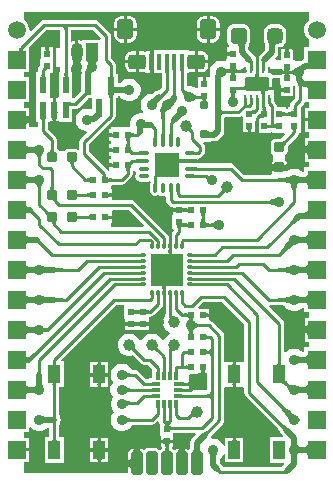
<source format=gtl>
G04*
G04 #@! TF.GenerationSoftware,Altium Limited,Altium Designer,21.2.2 (38)*
G04*
G04 Layer_Physical_Order=1*
G04 Layer_Color=255*
%FSLAX25Y25*%
%MOIN*%
G70*
G04*
G04 #@! TF.SameCoordinates,0000E620-6A5C-4488-86E2-F855693774CC*
G04*
G04*
G04 #@! TF.FilePolarity,Positive*
G04*
G01*
G75*
%ADD12C,0.00984*%
G04:AMPARAMS|DCode=16|XSize=31.89mil|YSize=12.6mil|CornerRadius=3.15mil|HoleSize=0mil|Usage=FLASHONLY|Rotation=180.000|XOffset=0mil|YOffset=0mil|HoleType=Round|Shape=RoundedRectangle|*
%AMROUNDEDRECTD16*
21,1,0.03189,0.00630,0,0,180.0*
21,1,0.02559,0.01260,0,0,180.0*
1,1,0.00630,-0.01280,0.00315*
1,1,0.00630,0.01280,0.00315*
1,1,0.00630,0.01280,-0.00315*
1,1,0.00630,-0.01280,-0.00315*
%
%ADD16ROUNDEDRECTD16*%
G04:AMPARAMS|DCode=17|XSize=31.89mil|YSize=12.6mil|CornerRadius=3.15mil|HoleSize=0mil|Usage=FLASHONLY|Rotation=270.000|XOffset=0mil|YOffset=0mil|HoleType=Round|Shape=RoundedRectangle|*
%AMROUNDEDRECTD17*
21,1,0.03189,0.00630,0,0,270.0*
21,1,0.02559,0.01260,0,0,270.0*
1,1,0.00630,-0.00315,-0.01280*
1,1,0.00630,-0.00315,0.01280*
1,1,0.00630,0.00315,0.01280*
1,1,0.00630,0.00315,-0.01280*
%
%ADD17ROUNDEDRECTD17*%
%ADD18C,0.03150*%
%ADD19R,0.02165X0.05709*%
%ADD20R,0.02165X0.05709*%
%ADD21R,0.03937X0.06299*%
%ADD22R,0.01968X0.02362*%
%ADD23R,0.02362X0.01968*%
%ADD24R,0.02362X0.05906*%
G04:AMPARAMS|DCode=25|XSize=23.62mil|YSize=27.56mil|CornerRadius=2.95mil|HoleSize=0mil|Usage=FLASHONLY|Rotation=90.000|XOffset=0mil|YOffset=0mil|HoleType=Round|Shape=RoundedRectangle|*
%AMROUNDEDRECTD25*
21,1,0.02362,0.02165,0,0,90.0*
21,1,0.01772,0.02756,0,0,90.0*
1,1,0.00591,0.01083,0.00886*
1,1,0.00591,0.01083,-0.00886*
1,1,0.00591,-0.01083,-0.00886*
1,1,0.00591,-0.01083,0.00886*
%
%ADD25ROUNDEDRECTD25*%
G04:AMPARAMS|DCode=26|XSize=51.18mil|YSize=51.18mil|CornerRadius=6.4mil|HoleSize=0mil|Usage=FLASHONLY|Rotation=180.000|XOffset=0mil|YOffset=0mil|HoleType=Round|Shape=RoundedRectangle|*
%AMROUNDEDRECTD26*
21,1,0.05118,0.03839,0,0,180.0*
21,1,0.03839,0.05118,0,0,180.0*
1,1,0.01280,-0.01919,0.01919*
1,1,0.01280,0.01919,0.01919*
1,1,0.01280,0.01919,-0.01919*
1,1,0.01280,-0.01919,-0.01919*
%
%ADD26ROUNDEDRECTD26*%
G04:AMPARAMS|DCode=27|XSize=51.18mil|YSize=51.18mil|CornerRadius=12.8mil|HoleSize=0mil|Usage=FLASHONLY|Rotation=180.000|XOffset=0mil|YOffset=0mil|HoleType=Round|Shape=RoundedRectangle|*
%AMROUNDEDRECTD27*
21,1,0.05118,0.02559,0,0,180.0*
21,1,0.02559,0.05118,0,0,180.0*
1,1,0.02559,-0.01280,0.01280*
1,1,0.02559,0.01280,0.01280*
1,1,0.02559,0.01280,-0.01280*
1,1,0.02559,-0.01280,-0.01280*
%
%ADD27ROUNDEDRECTD27*%
G04:AMPARAMS|DCode=28|XSize=78.74mil|YSize=47.24mil|CornerRadius=5.91mil|HoleSize=0mil|Usage=FLASHONLY|Rotation=0.000|XOffset=0mil|YOffset=0mil|HoleType=Round|Shape=RoundedRectangle|*
%AMROUNDEDRECTD28*
21,1,0.07874,0.03543,0,0,0.0*
21,1,0.06693,0.04724,0,0,0.0*
1,1,0.01181,0.03347,-0.01772*
1,1,0.01181,-0.03347,-0.01772*
1,1,0.01181,-0.03347,0.01772*
1,1,0.01181,0.03347,0.01772*
%
%ADD28ROUNDEDRECTD28*%
%ADD29R,0.00984X0.02362*%
G04:AMPARAMS|DCode=30|XSize=31.5mil|YSize=31.5mil|CornerRadius=3.94mil|HoleSize=0mil|Usage=FLASHONLY|Rotation=270.000|XOffset=0mil|YOffset=0mil|HoleType=Round|Shape=RoundedRectangle|*
%AMROUNDEDRECTD30*
21,1,0.03150,0.02362,0,0,270.0*
21,1,0.02362,0.03150,0,0,270.0*
1,1,0.00787,-0.01181,-0.01181*
1,1,0.00787,-0.01181,0.01181*
1,1,0.00787,0.01181,0.01181*
1,1,0.00787,0.01181,-0.01181*
%
%ADD30ROUNDEDRECTD30*%
%ADD31R,0.01575X0.05315*%
G04:AMPARAMS|DCode=32|XSize=39.37mil|YSize=78.74mil|CornerRadius=9.84mil|HoleSize=0mil|Usage=FLASHONLY|Rotation=0.000|XOffset=0mil|YOffset=0mil|HoleType=Round|Shape=RoundedRectangle|*
%AMROUNDEDRECTD32*
21,1,0.03937,0.05906,0,0,0.0*
21,1,0.01968,0.07874,0,0,0.0*
1,1,0.01968,0.00984,-0.02953*
1,1,0.01968,-0.00984,-0.02953*
1,1,0.01968,-0.00984,0.02953*
1,1,0.01968,0.00984,0.02953*
%
%ADD32ROUNDEDRECTD32*%
G04:AMPARAMS|DCode=33|XSize=31.5mil|YSize=31.5mil|CornerRadius=3.94mil|HoleSize=0mil|Usage=FLASHONLY|Rotation=180.000|XOffset=0mil|YOffset=0mil|HoleType=Round|Shape=RoundedRectangle|*
%AMROUNDEDRECTD33*
21,1,0.03150,0.02362,0,0,180.0*
21,1,0.02362,0.03150,0,0,180.0*
1,1,0.00787,-0.01181,0.01181*
1,1,0.00787,0.01181,0.01181*
1,1,0.00787,0.01181,-0.01181*
1,1,0.00787,-0.01181,-0.01181*
%
%ADD33ROUNDEDRECTD33*%
%ADD34R,0.02500X0.01400*%
%ADD35R,0.01400X0.02500*%
%ADD36O,0.02559X0.01181*%
%ADD37O,0.01181X0.02559*%
%ADD38R,0.11024X0.11024*%
%ADD70R,0.08268X0.08268*%
%ADD71C,0.03937*%
%ADD72C,0.01968*%
%ADD73C,0.05906*%
%ADD74R,0.05906X0.05906*%
%ADD75R,0.05906X0.05906*%
%ADD76O,0.03937X0.06063*%
%ADD77R,0.03937X0.06000*%
G04:AMPARAMS|DCode=78|XSize=66.93mil|YSize=55.12mil|CornerRadius=13.78mil|HoleSize=0mil|Usage=FLASHONLY|Rotation=270.000|XOffset=0mil|YOffset=0mil|HoleType=Round|Shape=RoundedRectangle|*
%AMROUNDEDRECTD78*
21,1,0.06693,0.02756,0,0,270.0*
21,1,0.03937,0.05512,0,0,270.0*
1,1,0.02756,-0.01378,-0.01968*
1,1,0.02756,-0.01378,0.01968*
1,1,0.02756,0.01378,0.01968*
1,1,0.02756,0.01378,-0.01968*
%
%ADD78ROUNDEDRECTD78*%
G04:AMPARAMS|DCode=79|XSize=60mil|YSize=49.21mil|CornerRadius=12.3mil|HoleSize=0mil|Usage=FLASHONLY|Rotation=180.000|XOffset=0mil|YOffset=0mil|HoleType=Round|Shape=RoundedRectangle|*
%AMROUNDEDRECTD79*
21,1,0.06000,0.02461,0,0,180.0*
21,1,0.03539,0.04921,0,0,180.0*
1,1,0.02461,-0.01770,0.01230*
1,1,0.02461,0.01770,0.01230*
1,1,0.02461,0.01770,-0.01230*
1,1,0.02461,-0.01770,-0.01230*
%
%ADD79ROUNDEDRECTD79*%
%ADD80C,0.03543*%
G36*
X-32283Y131008D02*
X-32471Y130998D01*
X-32638Y130968D01*
X-32785Y130919D01*
X-32913Y130850D01*
X-33022Y130762D01*
X-33110Y130654D01*
X-33179Y130526D01*
X-33228Y130378D01*
X-33258Y130211D01*
X-33268Y130024D01*
X-34252D01*
X-34262Y130211D01*
X-34291Y130378D01*
X-34341Y130526D01*
X-34409Y130654D01*
X-34498Y130762D01*
X-34606Y130850D01*
X-34734Y130919D01*
X-34882Y130968D01*
X-35049Y130998D01*
X-35236Y131008D01*
X-33760Y131992D01*
X-32283Y131008D01*
D02*
G37*
G36*
X-22094Y127181D02*
X-22288Y126681D01*
X-28189D01*
Y126535D01*
X-28689Y126249D01*
X-29186Y126455D01*
X-29461Y126491D01*
Y122500D01*
X-30000D01*
Y124000D01*
X-30461D01*
Y126491D01*
X-30736Y126455D01*
X-31458Y126156D01*
X-31605Y126043D01*
X-32054Y126264D01*
Y129794D01*
X-24707D01*
X-22094Y127181D01*
D02*
G37*
G36*
X36965Y125454D02*
X36778Y125468D01*
X36610Y125436D01*
X36463Y125356D01*
X36335Y125228D01*
X36226Y125054D01*
X36138Y124832D01*
X36069Y124563D01*
X36020Y124247D01*
X35990Y123884D01*
X35980Y123474D01*
X34012Y123777D01*
X34009Y124145D01*
X33938Y125312D01*
X33905Y125527D01*
X33867Y125712D01*
X33822Y125865D01*
X33772Y125989D01*
X33716Y126081D01*
X36965Y125454D01*
D02*
G37*
G36*
X-35466Y124000D02*
X-38016D01*
Y124150D01*
X-39499D01*
X-39500Y124140D01*
X-39506Y124033D01*
X-39503Y123935D01*
X-39489Y123767D01*
X-39465Y123620D01*
X-39431Y123492D01*
X-39388Y123384D01*
X-39335Y123295D01*
X-39273Y123226D01*
X-39201Y123177D01*
X-39119Y123147D01*
X-39028Y123138D01*
X-40972D01*
X-40881Y123147D01*
X-40799Y123177D01*
X-40727Y123226D01*
X-40665Y123295D01*
X-40612Y123384D01*
X-40569Y123492D01*
X-40535Y123620D01*
X-40511Y123767D01*
X-40497Y123935D01*
X-40494Y124033D01*
X-40500Y124140D01*
X-40501Y124150D01*
X-41984D01*
Y120394D01*
X-42165D01*
Y118082D01*
X-42447Y117801D01*
X-42816Y117247D01*
X-42946Y116595D01*
Y115768D01*
X-43504D01*
Y107697D01*
X-43504D01*
X-43504Y107303D01*
X-43504D01*
Y99232D01*
X-42946D01*
Y97500D01*
X-46047D01*
Y98936D01*
X-46101Y98927D01*
X-46358Y98858D01*
X-46576Y98770D01*
X-46754Y98661D01*
X-46893Y98533D01*
X-46992Y98386D01*
X-47051Y98219D01*
X-47071Y98032D01*
Y99500D01*
X-50000D01*
Y100500D01*
X-47071D01*
Y101969D01*
X-47051Y101781D01*
X-46992Y101614D01*
X-46893Y101467D01*
X-46754Y101339D01*
X-46576Y101230D01*
X-46358Y101142D01*
X-46101Y101073D01*
X-46047Y101064D01*
Y103953D01*
X-47500D01*
Y105866D01*
X-45866D01*
Y114134D01*
X-47500D01*
Y115866D01*
X-45866D01*
Y124134D01*
X-45866Y124134D01*
X-45866D01*
X-45584Y124503D01*
X-40293Y129794D01*
X-35466D01*
Y124000D01*
D02*
G37*
G36*
X26328Y125699D02*
X26257Y125541D01*
X26194Y125362D01*
X26139Y125161D01*
X26093Y124939D01*
X26026Y124430D01*
X26005Y124144D01*
X25988Y123506D01*
X24020Y123472D01*
X24010Y123869D01*
X23980Y124221D01*
X23931Y124529D01*
X23862Y124793D01*
X23774Y125013D01*
X23665Y125189D01*
X23537Y125321D01*
X23390Y125409D01*
X23222Y125453D01*
X23035Y125453D01*
X26408Y125836D01*
X26328Y125699D01*
D02*
G37*
G36*
X-48151Y123677D02*
X-48138Y123520D01*
X-48118Y123381D01*
X-48088Y123261D01*
X-48050Y123160D01*
X-48004Y123077D01*
X-47950Y123012D01*
X-47887Y122966D01*
X-47815Y122938D01*
X-47736Y122929D01*
X-49559D01*
X-49479Y122938D01*
X-49408Y122966D01*
X-49345Y123012D01*
X-49291Y123077D01*
X-49244Y123160D01*
X-49207Y123261D01*
X-49177Y123381D01*
X-49156Y123520D01*
X-49144Y123677D01*
X-49140Y123853D01*
X-48155D01*
X-48151Y123677D01*
D02*
G37*
G36*
X40497Y123435D02*
X40511Y123267D01*
X40535Y123120D01*
X40569Y122992D01*
X40612Y122884D01*
X40665Y122795D01*
X40727Y122726D01*
X40799Y122677D01*
X40881Y122647D01*
X40972Y122638D01*
X39028D01*
X39119Y122647D01*
X39201Y122677D01*
X39273Y122726D01*
X39335Y122795D01*
X39388Y122884D01*
X39431Y122992D01*
X39465Y123120D01*
X39489Y123267D01*
X39503Y123435D01*
X39508Y123622D01*
X40492D01*
X40497Y123435D01*
D02*
G37*
G36*
X-4565Y122813D02*
X-4531Y122370D01*
X-4511Y122262D01*
X-4486Y122173D01*
X-4457Y122104D01*
X-4423Y122055D01*
X-4385Y122025D01*
X-4343Y122016D01*
X-5894D01*
X-5829Y122025D01*
X-5770Y122055D01*
X-5719Y122104D01*
X-5674Y122173D01*
X-5637Y122262D01*
X-5606Y122370D01*
X-5582Y122498D01*
X-5565Y122645D01*
X-5555Y122813D01*
X-5551Y123000D01*
X-4567D01*
X-4565Y122813D01*
D02*
G37*
G36*
X21040Y120984D02*
X21030Y121078D01*
X21000Y121161D01*
X20950Y121235D01*
X20880Y121299D01*
X20791Y121353D01*
X20681Y121398D01*
X20552Y121432D01*
X20402Y121457D01*
X20233Y121472D01*
X20043Y121476D01*
Y122461D01*
X20233Y122466D01*
X20402Y122480D01*
X20552Y122505D01*
X20681Y122539D01*
X20791Y122584D01*
X20880Y122638D01*
X20950Y122702D01*
X21000Y122776D01*
X21030Y122859D01*
X21040Y122953D01*
Y120984D01*
D02*
G37*
G36*
X47500Y133330D02*
X47462Y133308D01*
X46692Y132538D01*
X46148Y131596D01*
X45866Y130544D01*
Y129456D01*
X46148Y128404D01*
X46692Y127462D01*
X47462Y126692D01*
X47500Y126670D01*
Y124134D01*
X45866D01*
Y120224D01*
X45096Y120071D01*
X44569Y119720D01*
X44492Y119740D01*
X43508D01*
X43000Y119604D01*
X42500Y119988D01*
Y120000D01*
X41984D01*
Y123650D01*
X38016D01*
Y120000D01*
X36283D01*
X36092Y120462D01*
X36557Y120927D01*
X37036Y121643D01*
X37204Y122488D01*
Y123951D01*
X37216Y124106D01*
X37233Y124212D01*
X37382D01*
X38342Y124403D01*
X39156Y124946D01*
X39700Y125760D01*
X39891Y126720D01*
Y129279D01*
X39700Y130240D01*
X39156Y131053D01*
X38342Y131597D01*
X37382Y131788D01*
X34823D01*
X33863Y131597D01*
X33049Y131053D01*
X32505Y130240D01*
X32314Y129279D01*
Y126720D01*
X32505Y125760D01*
X32658Y125532D01*
X32669Y125505D01*
X32687Y125455D01*
X32688Y125454D01*
X32697Y125421D01*
X32719Y125314D01*
X32739Y125185D01*
X32788Y124376D01*
Y123403D01*
X30900Y121514D01*
X30421Y120798D01*
X30253Y119953D01*
X30307Y119682D01*
X30263Y119461D01*
Y118787D01*
X29737D01*
Y119461D01*
X29693Y119683D01*
X29747Y119953D01*
X29579Y120798D01*
X29100Y121514D01*
X27212Y123403D01*
Y124133D01*
X27224Y124307D01*
X27281Y124737D01*
X27311Y124880D01*
X27345Y125004D01*
X27376Y125093D01*
X27400Y125146D01*
X27448Y125228D01*
X27459Y125261D01*
X27532Y125370D01*
X27554Y125481D01*
X27566Y125503D01*
X27571Y125565D01*
X27580Y125609D01*
X27601Y125672D01*
X27599Y125707D01*
X27674Y126081D01*
Y129919D01*
X27532Y130630D01*
X27130Y131232D01*
X26527Y131634D01*
X25817Y131776D01*
X21978D01*
X21268Y131634D01*
X20666Y131232D01*
X20263Y130630D01*
X20122Y129919D01*
Y126081D01*
X20263Y125370D01*
X20666Y124768D01*
X20843Y124650D01*
X20691Y124150D01*
X20016D01*
Y120394D01*
X19835D01*
Y119767D01*
X19335Y119515D01*
X18492Y119740D01*
X17508D01*
X16556Y119485D01*
X15703Y118993D01*
X15007Y118297D01*
X14515Y117444D01*
X14260Y116492D01*
Y115508D01*
X14490Y114647D01*
X14347Y114358D01*
X14172Y114150D01*
X10516D01*
Y110819D01*
X10404Y110556D01*
X9873Y110416D01*
X9797Y110493D01*
X8944Y110985D01*
X7992Y111240D01*
X7008D01*
X6824Y111381D01*
Y115532D01*
X7087D01*
Y115561D01*
X7587Y115963D01*
X8073Y115866D01*
X9342D01*
Y119370D01*
Y122874D01*
X8073D01*
X7587Y122778D01*
X7087Y123179D01*
Y123209D01*
X-4528D01*
Y123028D01*
X-6905D01*
Y123028D01*
X-7406Y122742D01*
X-8073Y122874D01*
X-9342D01*
Y119370D01*
Y115866D01*
X-8073D01*
X-7406Y115998D01*
X-6905Y115713D01*
Y115713D01*
X-4528D01*
Y115532D01*
X-1706D01*
Y110707D01*
X-2574Y109838D01*
X-2645Y109853D01*
X-3490Y109684D01*
X-4206Y109206D01*
X-4671Y108740D01*
X-5492D01*
X-6444Y108485D01*
X-7297Y107993D01*
X-7993Y107297D01*
X-8485Y106444D01*
X-8740Y105492D01*
Y104508D01*
X-8485Y103556D01*
X-8014Y102740D01*
X-8056Y102584D01*
X-8237Y102240D01*
X-8992D01*
X-9944Y101985D01*
X-10796Y101493D01*
X-11493Y100796D01*
X-11985Y99944D01*
X-12240Y98992D01*
Y98008D01*
X-12205Y97878D01*
X-12622Y97500D01*
X-18500D01*
Y96984D01*
X-19150D01*
Y93016D01*
X-18500D01*
Y91984D01*
X-19150D01*
Y88016D01*
X-18500D01*
Y86984D01*
X-19150D01*
Y83200D01*
X-19650Y83048D01*
X-19678Y83090D01*
X-25794Y89207D01*
Y91831D01*
X-17553Y100072D01*
X-17184Y100625D01*
X-17054Y101278D01*
Y107106D01*
X-16398D01*
Y107792D01*
X-15544D01*
X-15493Y107703D01*
X-14796Y107007D01*
X-13944Y106515D01*
X-12992Y106260D01*
X-12008D01*
X-11056Y106515D01*
X-10204Y107007D01*
X-9507Y107703D01*
X-9015Y108556D01*
X-8760Y109508D01*
Y110492D01*
X-9015Y111444D01*
X-9507Y112296D01*
X-10204Y112993D01*
X-11056Y113485D01*
X-12008Y113740D01*
X-12992D01*
X-13944Y113485D01*
X-14796Y112993D01*
X-15493Y112296D01*
X-15544Y112208D01*
X-16398D01*
Y115374D01*
X-17054D01*
Y118260D01*
X-17184Y118913D01*
X-17553Y119466D01*
X-18544Y120457D01*
Y127750D01*
X-18674Y128403D01*
X-19044Y128956D01*
X-22794Y132706D01*
X-23347Y133076D01*
X-24000Y133206D01*
X-41000D01*
X-41653Y133076D01*
X-42206Y132706D01*
X-45366Y129546D01*
X-45866Y129754D01*
Y130544D01*
X-46148Y131596D01*
X-46692Y132538D01*
X-47462Y133308D01*
X-47500Y133330D01*
Y135989D01*
X47500D01*
Y133330D01*
D02*
G37*
G36*
X-28393Y120249D02*
X-28520Y120032D01*
X-28631Y119800D01*
X-28728Y119553D01*
X-28810Y119290D01*
X-28877Y119013D01*
X-28880Y118993D01*
X-28874Y118971D01*
X-28836Y118882D01*
X-28793Y118809D01*
X-28746Y118751D01*
X-28923Y118753D01*
X-28929Y118720D01*
X-28952Y118528D01*
X-28664Y118275D01*
X-28740Y117992D01*
Y117008D01*
X-28485Y116056D01*
X-28393Y115896D01*
X-28395Y115887D01*
Y115374D01*
X-28602D01*
Y114265D01*
X-28613Y114220D01*
X-28610Y114200D01*
X-28613Y114181D01*
X-28602Y114125D01*
Y109747D01*
X-28613Y109691D01*
X-28602Y109635D01*
Y109548D01*
X-28761Y109361D01*
X-30996Y107125D01*
X-31496Y107303D01*
Y107697D01*
X-31496D01*
Y115768D01*
X-32054D01*
Y117500D01*
X-30000D01*
Y117762D01*
X-30965Y117773D01*
X-30972Y118116D01*
X-31028Y118752D01*
X-31032Y118777D01*
X-31226Y118779D01*
X-31176Y118837D01*
X-31132Y118910D01*
X-31093Y118999D01*
X-31077Y119045D01*
Y119045D01*
X-31141Y119322D01*
X-31218Y119581D01*
X-31310Y119823D01*
X-31416Y120049D01*
X-31536Y120258D01*
X-31670Y120450D01*
X-28252D01*
X-28393Y120249D01*
D02*
G37*
G36*
X47059Y117059D02*
X46356Y117052D01*
X46335Y117030D01*
X46011Y116655D01*
X45933Y116546D01*
X45870Y116445D01*
X45822Y116352D01*
X45788Y116267D01*
X45770Y116191D01*
X45767Y116122D01*
X43993Y117772D01*
X44057Y117779D01*
X44129Y117801D01*
X44210Y117838D01*
X44300Y117889D01*
X44398Y117955D01*
X44505Y118035D01*
X44745Y118240D01*
X45020Y118503D01*
X45941Y117659D01*
Y119016D01*
X46155Y119017D01*
X46890Y119064D01*
X46969Y119082D01*
X47026Y119102D01*
X47060Y119125D01*
X47071Y119150D01*
X47059Y117059D01*
D02*
G37*
G36*
X-24033Y119853D02*
X-24006Y119512D01*
X-23083D01*
X-23264Y119492D01*
X-23426Y119433D01*
X-23569Y119335D01*
X-23693Y119197D01*
X-23797Y119020D01*
X-23852Y118883D01*
X-23824Y118837D01*
X-23774Y118779D01*
X-23890Y118778D01*
X-23950Y118547D01*
X-23997Y118252D01*
X-24026Y117918D01*
X-24035Y117543D01*
X-26004D01*
X-26014Y117918D01*
X-26043Y118252D01*
X-26092Y118547D01*
X-26148Y118753D01*
X-26254Y118751D01*
X-26207Y118809D01*
X-26182Y118852D01*
X-26250Y119020D01*
X-26358Y119197D01*
X-26486Y119335D01*
X-26634Y119433D01*
X-26801Y119492D01*
X-26988Y119512D01*
X-26027D01*
X-26014Y119645D01*
X-26006Y119826D01*
X-26004Y120023D01*
X-24035Y120049D01*
X-24033Y119853D01*
D02*
G37*
G36*
X22502Y117593D02*
X22532Y117425D01*
X22581Y117278D01*
X22650Y117150D01*
X22738Y117041D01*
X22847Y116953D01*
X22974Y116884D01*
X23122Y116835D01*
X23289Y116805D01*
X23476Y116795D01*
Y115811D01*
X23289Y115801D01*
X23122Y115772D01*
X22974Y115722D01*
X22847Y115654D01*
X22738Y115565D01*
X22650Y115457D01*
X22611Y115386D01*
X22612Y115384D01*
X22665Y115295D01*
X22727Y115226D01*
X22799Y115177D01*
X22881Y115147D01*
X22972Y115138D01*
X22524D01*
X22502Y115014D01*
X22492Y114827D01*
X21508D01*
X21498Y115014D01*
X21476Y115138D01*
X21028D01*
X21119Y115147D01*
X21201Y115177D01*
X21273Y115226D01*
X21335Y115295D01*
X21388Y115384D01*
X21389Y115386D01*
X21350Y115457D01*
X21262Y115565D01*
X21154Y115654D01*
X21026Y115722D01*
X20878Y115772D01*
X20711Y115801D01*
X20673Y115803D01*
X20666Y115803D01*
X20513Y115778D01*
X20364Y115738D01*
X20221Y115680D01*
X20082Y115607D01*
X19947Y115517D01*
X19818Y115411D01*
X19693Y115288D01*
X19574Y115150D01*
X19459Y114995D01*
X19034Y117438D01*
X19211Y117316D01*
X19555Y117110D01*
X19722Y117027D01*
X19884Y116956D01*
X20044Y116898D01*
X20200Y116853D01*
X20352Y116821D01*
X20501Y116802D01*
X20580Y116798D01*
X20711Y116805D01*
X20878Y116835D01*
X21026Y116884D01*
X21154Y116953D01*
X21262Y117041D01*
X21350Y117150D01*
X21419Y117278D01*
X21468Y117425D01*
X21498Y117593D01*
X21508Y117780D01*
X22492D01*
X22502Y117593D01*
D02*
G37*
G36*
X5840Y116715D02*
X5791Y116685D01*
X5749Y116636D01*
X5712Y116567D01*
X5681Y116479D01*
X5656Y116370D01*
X5636Y116242D01*
X5622Y116095D01*
X5610Y115740D01*
X4626D01*
X4623Y115927D01*
X4600Y116242D01*
X4581Y116370D01*
X4555Y116479D01*
X4524Y116567D01*
X4487Y116636D01*
X4445Y116685D01*
X4397Y116715D01*
X4343Y116725D01*
X5894D01*
X5840Y116715D01*
D02*
G37*
G36*
X3275D02*
X3222Y116685D01*
X3175Y116636D01*
X3134Y116567D01*
X3100Y116479D01*
X3072Y116370D01*
X3050Y116242D01*
X3034Y116095D01*
X3022Y115740D01*
X2037D01*
X2035Y115927D01*
X1997Y116370D01*
X1974Y116479D01*
X1946Y116567D01*
X1913Y116636D01*
X1875Y116685D01*
X1832Y116715D01*
X1784Y116725D01*
X3334D01*
X3275Y116715D01*
D02*
G37*
G36*
X722D02*
X673Y116685D01*
X631Y116636D01*
X594Y116567D01*
X563Y116479D01*
X538Y116370D01*
X518Y116242D01*
X503Y116095D01*
X492Y115740D01*
X-492D01*
X-495Y115927D01*
X-518Y116242D01*
X-538Y116370D01*
X-563Y116479D01*
X-594Y116567D01*
X-631Y116636D01*
X-673Y116685D01*
X-722Y116715D01*
X-775Y116725D01*
X775D01*
X722Y116715D01*
D02*
G37*
G36*
X-4385D02*
X-4423Y116685D01*
X-4457Y116636D01*
X-4486Y116567D01*
X-4511Y116479D01*
X-4531Y116370D01*
X-4547Y116242D01*
X-4565Y115927D01*
X-4567Y115740D01*
X-5551D01*
X-5555Y115927D01*
X-5582Y116242D01*
X-5606Y116370D01*
X-5637Y116479D01*
X-5674Y116567D01*
X-5719Y116636D01*
X-5770Y116685D01*
X-5829Y116715D01*
X-5894Y116725D01*
X-4343D01*
X-4385Y116715D01*
D02*
G37*
G36*
X34412Y116900D02*
X34432Y116869D01*
X34466Y116843D01*
X34514Y116820D01*
X34576Y116800D01*
X34650Y116784D01*
X34739Y116772D01*
X34841Y116763D01*
X35087Y116756D01*
Y115771D01*
X34957Y115770D01*
X34650Y115743D01*
X34576Y115727D01*
X34514Y115708D01*
X34466Y115685D01*
X34432Y115658D01*
X34412Y115628D01*
X34405Y115594D01*
Y116933D01*
X34412Y116900D01*
D02*
G37*
G36*
X25583Y115437D02*
X25573Y115508D01*
X25543Y115572D01*
X25494Y115628D01*
X25425Y115676D01*
X25337Y115718D01*
X25229Y115751D01*
X25101Y115777D01*
X24953Y115796D01*
X24786Y115807D01*
X24599Y115811D01*
Y116795D01*
X24787Y116800D01*
X24956Y116815D01*
X25105Y116840D01*
X25235Y116874D01*
X25344Y116918D01*
X25434Y116972D01*
X25504Y117036D01*
X25554Y117110D01*
X25584Y117194D01*
X25595Y117287D01*
X25583Y115437D01*
D02*
G37*
G36*
X40502Y117109D02*
X40532Y116942D01*
X40581Y116794D01*
X40650Y116666D01*
X40738Y116558D01*
X40846Y116469D01*
X40974Y116400D01*
X41122Y116351D01*
X41289Y116322D01*
X41337Y116319D01*
X41349Y116320D01*
X41502Y116343D01*
X41653Y116383D01*
X41799Y116439D01*
X41943Y116510D01*
X42084Y116597D01*
X42221Y116700D01*
X42356Y116819D01*
X42487Y116954D01*
X42615Y117105D01*
X42868Y114637D01*
X42702Y114769D01*
X42378Y114989D01*
X42218Y115079D01*
X42060Y115155D01*
X41904Y115217D01*
X41750Y115265D01*
X41597Y115300D01*
X41447Y115321D01*
X41393Y115323D01*
X41289Y115318D01*
X41122Y115288D01*
X40974Y115239D01*
X40846Y115170D01*
X40738Y115081D01*
X40650Y114973D01*
X40581Y114845D01*
X40532Y114698D01*
X40502Y114530D01*
X40492Y114343D01*
X39508D01*
X39498Y114530D01*
X39469Y114698D01*
X39419Y114845D01*
X39350Y114973D01*
X39262Y115081D01*
X39154Y115170D01*
X39026Y115239D01*
X38878Y115288D01*
X38711Y115318D01*
X38524Y115328D01*
Y116312D01*
X38711Y116322D01*
X38878Y116351D01*
X39026Y116400D01*
X39154Y116469D01*
X39262Y116558D01*
X39350Y116666D01*
X39419Y116794D01*
X39469Y116942D01*
X39498Y117109D01*
X39508Y117296D01*
X40492D01*
X40502Y117109D01*
D02*
G37*
G36*
X-33263Y115370D02*
X-33248Y115200D01*
X-33223Y115051D01*
X-33189Y114921D01*
X-33145Y114812D01*
X-33091Y114722D01*
X-33027Y114652D01*
X-32953Y114602D01*
X-32869Y114573D01*
X-32776Y114563D01*
X-34744D01*
X-34651Y114573D01*
X-34567Y114602D01*
X-34493Y114652D01*
X-34429Y114722D01*
X-34375Y114812D01*
X-34331Y114921D01*
X-34296Y115051D01*
X-34272Y115200D01*
X-34257Y115370D01*
X-34252Y115559D01*
X-33268D01*
X-33263Y115370D01*
D02*
G37*
G36*
X-40743D02*
X-40728Y115200D01*
X-40704Y115051D01*
X-40669Y114921D01*
X-40625Y114812D01*
X-40571Y114722D01*
X-40507Y114652D01*
X-40433Y114602D01*
X-40349Y114573D01*
X-40256Y114563D01*
X-42224D01*
X-42131Y114573D01*
X-42047Y114602D01*
X-41973Y114652D01*
X-41909Y114722D01*
X-41855Y114812D01*
X-41811Y114921D01*
X-41777Y115051D01*
X-41752Y115200D01*
X-41737Y115370D01*
X-41732Y115559D01*
X-40748D01*
X-40743Y115370D01*
D02*
G37*
G36*
X-25201Y115563D02*
X-25118Y114249D01*
X-25096Y114198D01*
X-25071Y114181D01*
X-27409D01*
X-27364Y114198D01*
X-27323Y114249D01*
X-27288Y114334D01*
X-27257Y114454D01*
X-27231Y114607D01*
X-27209Y114795D01*
X-27181Y115273D01*
X-27171Y115887D01*
X-25203D01*
X-25201Y115563D01*
D02*
G37*
G36*
X45106Y113553D02*
X43138Y113389D01*
X43106Y114470D01*
X45096Y114608D01*
X45106Y113553D01*
D02*
G37*
G36*
X18310Y114256D02*
X18248Y114234D01*
X18192Y114193D01*
X18144Y114133D01*
X18101Y114053D01*
X18066Y113954D01*
X18036Y113835D01*
X18013Y113697D01*
X17997Y113539D01*
X17984Y113165D01*
X16016Y113475D01*
X16292Y115529D01*
X18310Y114256D01*
D02*
G37*
G36*
X12997Y113935D02*
X13011Y113768D01*
X13035Y113620D01*
X13069Y113492D01*
X13112Y113384D01*
X13165Y113295D01*
X13227Y113226D01*
X13299Y113177D01*
X13381Y113147D01*
X13472Y113138D01*
X11528D01*
X11619Y113147D01*
X11701Y113177D01*
X11773Y113226D01*
X11835Y113295D01*
X11888Y113384D01*
X11931Y113492D01*
X11965Y113620D01*
X11989Y113768D01*
X12003Y113935D01*
X12008Y114122D01*
X12992D01*
X12997Y113935D01*
D02*
G37*
G36*
X30497Y115156D02*
X30512Y114987D01*
X30536Y114838D01*
X30571Y114708D01*
X30615Y114599D01*
X30669Y114509D01*
X30733Y114439D01*
X30807Y114389D01*
X30891Y114359D01*
X30984Y114349D01*
X30501D01*
X30511Y114202D01*
X30516Y114158D01*
X30547Y114021D01*
X30590Y113886D01*
X30645Y113753D01*
X30712Y113622D01*
X30791Y113494D01*
X30883Y113369D01*
X30986Y113245D01*
X31102Y113125D01*
X30582D01*
X30592Y112973D01*
X30623Y112846D01*
X30658Y112754D01*
X30696Y112696D01*
X29304D01*
X29342Y112754D01*
X29377Y112846D01*
X29408Y112973D01*
X29433Y113125D01*
X28898D01*
X29014Y113245D01*
X29117Y113369D01*
X29209Y113494D01*
X29288Y113622D01*
X29355Y113753D01*
X29410Y113886D01*
X29453Y114021D01*
X29484Y114158D01*
X29500Y114285D01*
X29502Y114349D01*
X29016D01*
X29109Y114359D01*
X29193Y114389D01*
X29267Y114439D01*
X29331Y114509D01*
X29385Y114599D01*
X29429Y114708D01*
X29464Y114838D01*
X29488Y114987D01*
X29503Y115156D01*
X29508Y115346D01*
X30492D01*
X30497Y115156D01*
D02*
G37*
G36*
X47071Y110441D02*
X47057Y110516D01*
X47015Y110584D01*
X46945Y110643D01*
X46847Y110695D01*
X46722Y110739D01*
X46569Y110774D01*
X46388Y110802D01*
X46179Y110822D01*
X45678Y110838D01*
Y112806D01*
X45940Y112808D01*
X46935Y112872D01*
X47004Y112892D01*
X47045Y112915D01*
X47059Y112941D01*
X47071Y110441D01*
D02*
G37*
G36*
X45126Y112278D02*
X45091Y112186D01*
X45061Y112059D01*
X45034Y111898D01*
X44993Y111473D01*
X44963Y110578D01*
X44961Y110211D01*
X43976D01*
X43974Y110578D01*
X43876Y112059D01*
X43846Y112186D01*
X43811Y112278D01*
X43772Y112336D01*
X45165D01*
X45126Y112278D01*
D02*
G37*
G36*
X33917Y111391D02*
X33933Y111307D01*
X33974Y111233D01*
X34038Y111169D01*
X34125Y111115D01*
X34237Y111071D01*
X34372Y111036D01*
X34531Y111012D01*
X34714Y110997D01*
X34921Y110992D01*
X34877Y110008D01*
X34716Y110005D01*
X34415Y109979D01*
X34275Y109956D01*
X34141Y109927D01*
X34014Y109891D01*
X33894Y109849D01*
X33780Y109800D01*
X33673Y109745D01*
X33572Y109683D01*
X33924Y111484D01*
X33917Y111391D01*
D02*
G37*
G36*
X26428Y109683D02*
X26327Y109745D01*
X26220Y109800D01*
X26106Y109849D01*
X25986Y109891D01*
X25859Y109927D01*
X25725Y109956D01*
X25585Y109979D01*
X25284Y110005D01*
X25123Y110008D01*
X25079Y110992D01*
X25286Y110997D01*
X25469Y111012D01*
X25628Y111036D01*
X25763Y111071D01*
X25875Y111115D01*
X25962Y111169D01*
X26026Y111233D01*
X26067Y111307D01*
X26083Y111391D01*
X26076Y111484D01*
X26428Y109683D01*
D02*
G37*
G36*
X22982Y111161D02*
X23012Y111126D01*
X23061Y111094D01*
X23130Y111067D01*
X23218Y111044D01*
X23327Y111026D01*
X23455Y111011D01*
X23769Y110994D01*
X23956Y110992D01*
Y110008D01*
X23768Y110003D01*
X23599Y109988D01*
X23450Y109964D01*
X23321Y109929D01*
X23211Y109885D01*
X23121Y109831D01*
X23051Y109767D01*
X23001Y109693D01*
X22971Y109609D01*
X22960Y109516D01*
X22972Y111201D01*
X22982Y111161D01*
D02*
G37*
G36*
X-25510Y110566D02*
X-25560Y110476D01*
X-25604Y110378D01*
X-25642Y110272D01*
X-25675Y110158D01*
X-25701Y110036D01*
X-25722Y109906D01*
X-25745Y109622D01*
X-25748Y109468D01*
X-26732D01*
X-26735Y109622D01*
X-26759Y109906D01*
X-26779Y110036D01*
X-26806Y110158D01*
X-26838Y110272D01*
X-26876Y110378D01*
X-26920Y110476D01*
X-26970Y110566D01*
X-27026Y110648D01*
X-25454D01*
X-25510Y110566D01*
D02*
G37*
G36*
X39040Y109047D02*
X39030Y109141D01*
X39000Y109224D01*
X38950Y109298D01*
X38880Y109362D01*
X38791Y109416D01*
X38681Y109461D01*
X38552Y109495D01*
X38402Y109520D01*
X38233Y109534D01*
X38043Y109539D01*
Y110524D01*
X38233Y110529D01*
X38402Y110543D01*
X38552Y110568D01*
X38681Y110602D01*
X38791Y110647D01*
X38880Y110701D01*
X38950Y110765D01*
X39000Y110839D01*
X39030Y110922D01*
X39040Y111016D01*
Y109047D01*
D02*
G37*
G36*
X32859Y109641D02*
X32776Y109611D01*
X32702Y109561D01*
X32638Y109491D01*
X32584Y109401D01*
X32539Y109292D01*
X32505Y109162D01*
X32480Y109013D01*
X32466Y108844D01*
X32461Y108654D01*
X31476D01*
X31471Y108844D01*
X31457Y109013D01*
X31432Y109162D01*
X31398Y109292D01*
X31353Y109401D01*
X31299Y109491D01*
X31235Y109561D01*
X31161Y109611D01*
X31078Y109641D01*
X30984Y109651D01*
X32953D01*
X32859Y109641D01*
D02*
G37*
G36*
X-26017Y108299D02*
X-26094Y108355D01*
X-26184Y108383D01*
X-26289D01*
X-26407Y108355D01*
X-26539Y108299D01*
X-26685Y108216D01*
X-26845Y108105D01*
X-27020Y107965D01*
X-27409Y107603D01*
X-28105Y108299D01*
X-27910Y108501D01*
X-27604Y108863D01*
X-27493Y109023D01*
X-27409Y109169D01*
X-27354Y109302D01*
X-27326Y109420D01*
Y109524D01*
X-27354Y109615D01*
X-27409Y109691D01*
X-26017Y108299D01*
D02*
G37*
G36*
X8912Y108598D02*
X9060Y108471D01*
X9208Y108359D01*
X9357Y108261D01*
X9507Y108179D01*
X9657Y108112D01*
X9808Y108059D01*
X9960Y108022D01*
X10112Y108000D01*
X10258Y107992D01*
X10321Y107992D01*
Y107008D01*
X10258Y107008D01*
X10112Y107000D01*
X9960Y106978D01*
X9808Y106941D01*
X9657Y106888D01*
X9507Y106821D01*
X9357Y106739D01*
X9208Y106641D01*
X9060Y106529D01*
X8912Y106402D01*
X8765Y106260D01*
Y106927D01*
X8473Y106908D01*
X8346Y106877D01*
X8254Y106842D01*
X8196Y106804D01*
Y108196D01*
X8254Y108158D01*
X8346Y108123D01*
X8473Y108092D01*
X8634Y108066D01*
X8765Y108053D01*
Y108740D01*
X8912Y108598D01*
D02*
G37*
G36*
X5898Y109798D02*
X6006Y109700D01*
X6130Y109608D01*
X6264Y109528D01*
X6407Y109458D01*
X6561Y109399D01*
X6725Y109352D01*
X6899Y109315D01*
X7084Y109290D01*
X7278Y109275D01*
X7482Y109272D01*
X7010Y108800D01*
X7231Y108607D01*
X7342Y108539D01*
X7432Y108498D01*
X7501Y108484D01*
X6516Y107499D01*
X6502Y107568D01*
X6461Y107658D01*
X6393Y107769D01*
X6298Y107902D01*
X6214Y108004D01*
X5728Y107518D01*
X5725Y107722D01*
X5711Y107916D01*
X5685Y108101D01*
X5648Y108275D01*
X5601Y108439D01*
X5542Y108593D01*
X5472Y108736D01*
X5392Y108870D01*
X5300Y108994D01*
X5202Y109102D01*
X5157Y109147D01*
X5853Y109843D01*
X5898Y109798D01*
D02*
G37*
G36*
X3024Y109983D02*
X3122Y108502D01*
X3152Y108376D01*
X3187Y108283D01*
X3226Y108225D01*
X2241D01*
X2530Y107529D01*
X1834Y107241D01*
X2530Y106545D01*
X2462Y106532D01*
X2372Y106491D01*
X2261Y106423D01*
X2128Y106328D01*
X2078Y106287D01*
X2489Y105404D01*
X2347Y105262D01*
X1722Y104560D01*
X1708Y104527D01*
X1181Y105479D01*
X1144Y105445D01*
X883Y105187D01*
X187Y105883D01*
X445Y106144D01*
X539Y106251D01*
X18Y106772D01*
X222Y106775D01*
X416Y106790D01*
X601Y106815D01*
X775Y106852D01*
X939Y106899D01*
X1093Y106958D01*
X1206Y107013D01*
X1423Y107261D01*
X1491Y107372D01*
X1532Y107462D01*
X1545Y107530D01*
X1655Y107420D01*
X1696Y107481D01*
X1787Y107640D01*
X1863Y107805D01*
X1926Y107976D01*
X1975Y108153D01*
X1988Y108225D01*
X1833D01*
X1872Y108283D01*
X1907Y108376D01*
X1937Y108502D01*
X1964Y108663D01*
X2005Y109088D01*
X2035Y109983D01*
X2037Y110350D01*
X3022D01*
X3024Y109983D01*
D02*
G37*
G36*
X-17869Y108290D02*
X-17953Y108260D01*
X-18027Y108211D01*
X-18090Y108142D01*
X-18145Y108053D01*
X-18189Y107945D01*
X-18223Y107817D01*
X-18248Y107669D01*
X-18263Y107502D01*
X-18268Y107315D01*
X-19252D01*
X-19257Y107502D01*
X-19272Y107669D01*
X-19296Y107817D01*
X-19331Y107945D01*
X-19375Y108053D01*
X-19429Y108142D01*
X-19493Y108211D01*
X-19567Y108260D01*
X-19651Y108290D01*
X-19744Y108299D01*
X-17776D01*
X-17869Y108290D01*
D02*
G37*
G36*
X-35466Y115768D02*
X-36024D01*
Y107697D01*
X-36024D01*
Y107622D01*
X-36449Y107122D01*
X-38551D01*
X-38976Y107622D01*
X-38976Y107697D01*
X-38976D01*
Y115669D01*
X-37835D01*
Y117500D01*
X-35466D01*
Y115768D01*
D02*
G37*
G36*
X-24862Y103805D02*
X-25362Y103528D01*
X-26155Y103740D01*
X-27140D01*
X-28091Y103485D01*
X-28944Y102993D01*
X-29641Y102296D01*
X-30133Y101444D01*
X-30388Y100492D01*
Y99508D01*
X-30133Y98556D01*
X-29641Y97703D01*
X-28944Y97007D01*
X-28091Y96515D01*
X-27140Y96260D01*
X-26844D01*
X-26653Y95798D01*
X-28706Y93744D01*
X-29076Y93191D01*
X-29206Y92538D01*
Y90330D01*
X-29706Y90063D01*
X-29858Y90165D01*
X-30472Y90287D01*
X-32835D01*
X-33449Y90165D01*
X-33970Y89816D01*
X-34203Y89468D01*
X-35798D01*
X-36030Y89816D01*
X-36551Y90165D01*
X-36641Y90182D01*
Y93347D01*
X-36770Y93999D01*
X-37140Y94553D01*
X-39534Y96947D01*
Y99232D01*
X-38976D01*
Y99413D01*
X-36024D01*
Y99232D01*
X-31496D01*
Y103544D01*
X-30458D01*
X-29806Y103674D01*
X-29252Y104044D01*
X-26383Y106913D01*
X-26233Y107053D01*
X-26166Y107106D01*
X-26073D01*
X-26017Y107095D01*
X-25961Y107106D01*
X-24862D01*
Y103805D01*
D02*
G37*
G36*
X22881Y108853D02*
X22799Y108823D01*
X22727Y108774D01*
X22665Y108705D01*
X22612Y108616D01*
X22569Y108508D01*
X22535Y108380D01*
X22515Y108255D01*
X22522Y108208D01*
X22559Y108056D01*
X22612Y107905D01*
X22679Y107755D01*
X22761Y107605D01*
X22859Y107456D01*
X22971Y107308D01*
X23098Y107160D01*
X23240Y107013D01*
X20760Y107013D01*
X20902Y107160D01*
X21029Y107308D01*
X21141Y107456D01*
X21239Y107605D01*
X21321Y107755D01*
X21388Y107905D01*
X21441Y108056D01*
X21478Y108208D01*
X21485Y108255D01*
X21465Y108380D01*
X21431Y108508D01*
X21388Y108616D01*
X21335Y108705D01*
X21273Y108774D01*
X21201Y108823D01*
X21119Y108853D01*
X21028Y108862D01*
X22972D01*
X22881Y108853D01*
D02*
G37*
G36*
X11528Y106862D02*
X12000D01*
X12003Y106891D01*
X12008Y107080D01*
X12992D01*
X12997Y106891D01*
X13000Y106862D01*
X13472D01*
X13381Y106853D01*
X13299Y106823D01*
X13227Y106774D01*
X13165Y106705D01*
X13112Y106616D01*
X13069Y106508D01*
X13061Y106479D01*
X13071Y106443D01*
X13115Y106333D01*
X13169Y106243D01*
X13233Y106174D01*
X13307Y106124D01*
X13391Y106094D01*
X13484Y106084D01*
X12999D01*
X12997Y106065D01*
X12992Y105878D01*
X12008D01*
X12003Y106065D01*
X12001Y106084D01*
X11516D01*
X11609Y106094D01*
X11693Y106124D01*
X11767Y106174D01*
X11831Y106243D01*
X11885Y106333D01*
X11929Y106443D01*
X11939Y106479D01*
X11931Y106508D01*
X11888Y106616D01*
X11835Y106705D01*
X11773Y106774D01*
X11701Y106823D01*
X11619Y106853D01*
X11528Y106862D01*
X11518Y106890D01*
X11488Y106915D01*
X11439Y106937D01*
X11370Y106956D01*
X11282Y106972D01*
X11173Y106985D01*
X10898Y107002D01*
X10543Y107008D01*
Y107992D01*
X10732Y107997D01*
X10901Y108012D01*
X11050Y108036D01*
X11179Y108071D01*
X11289Y108115D01*
X11379Y108169D01*
X11449Y108233D01*
X11499Y108307D01*
X11529Y108391D01*
X11540Y108484D01*
X11528Y106862D01*
D02*
G37*
G36*
X-3621Y107115D02*
X-3506Y107200D01*
X-3398Y107298D01*
X-3353Y107343D01*
X-2657Y106647D01*
X-2702Y106602D01*
X-2798Y106495D01*
X-2572Y106325D01*
X-2708Y106185D01*
X-2934Y105924D01*
X-3024Y105804D01*
X-3099Y105690D01*
X-3158Y105583D01*
X-3201Y105487D01*
X-3210Y105417D01*
X-3225Y105222D01*
X-3228Y105018D01*
X-3700Y105490D01*
X-3893Y105269D01*
X-3961Y105158D01*
X-4002Y105068D01*
X-4016Y104999D01*
X-5001Y105984D01*
X-4932Y105998D01*
X-4842Y106039D01*
X-4731Y106107D01*
X-4598Y106202D01*
X-4540Y106250D01*
X-5187Y106762D01*
X-5123Y106775D01*
X-5050Y106802D01*
X-4969Y106843D01*
X-4879Y106898D01*
X-4781Y106967D01*
X-4558Y107147D01*
X-4301Y107383D01*
X-4160Y107521D01*
X-3621Y107115D01*
D02*
G37*
G36*
X348Y103960D02*
X236Y103843D01*
X43Y103618D01*
X-38Y103508D01*
X-38Y103507D01*
X136Y103333D01*
X38Y103314D01*
X-61Y103285D01*
X-163Y103246D01*
X-180Y103237D01*
X-180Y103237D01*
X-180Y103237D01*
X-200Y103228D01*
X-218Y103191D01*
X-257Y103089D01*
X-286Y102990D01*
X-305Y102892D01*
X-479Y103066D01*
X-480Y103066D01*
X-589Y102985D01*
X-816Y102792D01*
X-932Y102680D01*
X-1627Y103376D01*
X-1560Y103447D01*
X-1454Y103577D01*
X-1416Y103636D01*
X-1388Y103692D01*
X-1370Y103743D01*
X-1362Y103791D01*
X-1364Y103835D01*
X-1376Y103875D01*
X-1398Y103911D01*
X-1243Y103826D01*
X-1242Y103828D01*
X-1241Y103829D01*
X-1415Y104003D01*
X-1318Y104021D01*
X-1218Y104050D01*
X-1117Y104090D01*
X-1080Y104108D01*
X-1062Y104145D01*
X-1022Y104246D01*
X-993Y104346D01*
X-975Y104443D01*
X-801Y104269D01*
X-800Y104270D01*
X-690Y104351D01*
X-464Y104544D01*
X-348Y104656D01*
X348Y103960D01*
D02*
G37*
G36*
X-32679Y106040D02*
X-32650Y105978D01*
X-32601Y105922D01*
X-32532Y105875D01*
X-32443Y105834D01*
X-32335Y105801D01*
X-32207Y105775D01*
X-32059Y105757D01*
X-31892Y105746D01*
X-31705Y105742D01*
Y104758D01*
X-31894Y104753D01*
X-32063Y104738D01*
X-32212Y104714D01*
X-32341Y104679D01*
X-32451Y104635D01*
X-32540Y104581D01*
X-32610Y104517D01*
X-32660Y104443D01*
X-32691Y104359D01*
X-32701Y104266D01*
X-32689Y106110D01*
X-32679Y106040D01*
D02*
G37*
G36*
X37835Y111606D02*
X38016D01*
Y107850D01*
X41984D01*
Y111148D01*
X42032Y111192D01*
X42586Y111319D01*
X42725Y111214D01*
X42763Y110652D01*
Y107175D01*
X41562Y105975D01*
X41192Y105421D01*
X41063Y104769D01*
Y104331D01*
X40335D01*
Y103674D01*
X39665D01*
Y104331D01*
X36667D01*
Y104476D01*
X36537Y105129D01*
X36167Y105683D01*
X35643Y106207D01*
Y107394D01*
X35610Y107559D01*
Y109756D01*
X35268D01*
X34951Y110142D01*
X34968Y110228D01*
Y113358D01*
X35347Y113788D01*
X35443Y113792D01*
X37835D01*
Y111606D01*
D02*
G37*
G36*
X43263Y103935D02*
X43295Y103492D01*
X43314Y103384D01*
X43337Y103295D01*
X43364Y103226D01*
X43396Y103177D01*
X43432Y103147D01*
X43472Y103138D01*
X41784D01*
X41878Y103147D01*
X41962Y103177D01*
X42035Y103226D01*
X42099Y103295D01*
X42153Y103384D01*
X42198Y103492D01*
X42232Y103620D01*
X42257Y103768D01*
X42272Y103935D01*
X42276Y104122D01*
X43261D01*
X43263Y103935D01*
D02*
G37*
G36*
X32947Y103874D02*
X32959Y103717D01*
X32980Y103578D01*
X33010Y103458D01*
X33048Y103357D01*
X33094Y103273D01*
X33148Y103209D01*
X33211Y103163D01*
X33283Y103135D01*
X33362Y103126D01*
X31539D01*
X31618Y103135D01*
X31690Y103163D01*
X31753Y103209D01*
X31807Y103273D01*
X31854Y103357D01*
X31891Y103458D01*
X31921Y103578D01*
X31942Y103717D01*
X31954Y103874D01*
X31958Y104049D01*
X32943D01*
X32947Y103874D01*
D02*
G37*
G36*
X29158Y102165D02*
X29025Y102163D01*
X28803Y102148D01*
X28712Y102135D01*
X28635Y102117D01*
X28573Y102096D01*
X28524Y102071D01*
X28489Y102042D01*
X28468Y102009D01*
X28460Y101972D01*
X28472Y103138D01*
X29158Y103150D01*
Y102165D01*
D02*
G37*
G36*
X41540Y100984D02*
X41530Y101078D01*
X41500Y101161D01*
X41450Y101235D01*
X41380Y101299D01*
X41291Y101353D01*
X41181Y101398D01*
X41052Y101432D01*
X40902Y101457D01*
X40733Y101471D01*
X40543Y101476D01*
Y102461D01*
X40733Y102466D01*
X40902Y102480D01*
X41052Y102505D01*
X41181Y102539D01*
X41291Y102584D01*
X41380Y102638D01*
X41450Y102702D01*
X41500Y102776D01*
X41530Y102859D01*
X41540Y102953D01*
Y100984D01*
D02*
G37*
G36*
X38470Y102859D02*
X38500Y102776D01*
X38550Y102702D01*
X38620Y102638D01*
X38709Y102584D01*
X38819Y102539D01*
X38948Y102505D01*
X39098Y102480D01*
X39267Y102466D01*
X39456Y102461D01*
Y101476D01*
X39267Y101471D01*
X39098Y101457D01*
X38948Y101432D01*
X38819Y101398D01*
X38709Y101353D01*
X38620Y101299D01*
X38550Y101235D01*
X38500Y101161D01*
X38470Y101078D01*
X38460Y100984D01*
Y102953D01*
X38470Y102859D01*
D02*
G37*
G36*
X31528Y100799D02*
X30740Y100787D01*
Y101772D01*
X30892Y101775D01*
X31147Y101798D01*
X31251Y101819D01*
X31339Y101846D01*
X31411Y101878D01*
X31467Y101916D01*
X31507Y101961D01*
X31531Y102011D01*
X31540Y102067D01*
X31528Y100799D01*
D02*
G37*
G36*
X-622Y102274D02*
X-657Y102182D01*
X-687Y102055D01*
X-714Y101894D01*
X-755Y101469D01*
X-785Y100574D01*
X-787Y100207D01*
X-1772D01*
X-1774Y100574D01*
X-1872Y102055D01*
X-1902Y102182D01*
X-1937Y102274D01*
X-1976Y102332D01*
X-583D01*
X-622Y102274D01*
D02*
G37*
G36*
X17994Y104587D02*
X18024Y104252D01*
X18073Y103957D01*
X18142Y103701D01*
X18230Y103484D01*
X18339Y103307D01*
X18466Y103169D01*
X18614Y103071D01*
X18765Y103018D01*
X19454Y102994D01*
X19821Y102992D01*
Y102008D01*
X19454Y102006D01*
X18688Y101955D01*
X18614Y101929D01*
X18466Y101831D01*
X18339Y101693D01*
X18230Y101516D01*
X18142Y101299D01*
X18073Y101043D01*
X18024Y100748D01*
X17994Y100413D01*
X17984Y100039D01*
X16016Y102500D01*
X17984Y104961D01*
X17994Y104587D01*
D02*
G37*
G36*
X-40349Y100416D02*
X-40433Y100386D01*
X-40507Y100337D01*
X-40571Y100268D01*
X-40625Y100179D01*
X-40669Y100071D01*
X-40704Y99943D01*
X-40728Y99796D01*
X-40743Y99628D01*
X-40748Y99441D01*
X-41732D01*
X-41737Y99628D01*
X-41752Y99796D01*
X-41777Y99943D01*
X-41811Y100071D01*
X-41855Y100179D01*
X-41909Y100268D01*
X-41973Y100337D01*
X-42047Y100386D01*
X-42131Y100416D01*
X-42224Y100425D01*
X-40256D01*
X-40349Y100416D01*
D02*
G37*
G36*
X-36609Y100416D02*
X-36693Y100386D01*
X-36767Y100337D01*
X-36831Y100268D01*
X-36885Y100179D01*
X-36929Y100071D01*
X-36963Y99943D01*
X-36988Y99795D01*
X-37003Y99628D01*
X-37008Y99441D01*
X-37992D01*
X-37997Y99628D01*
X-38012Y99795D01*
X-38036Y99943D01*
X-38071Y100071D01*
X-38115Y100179D01*
X-38169Y100268D01*
X-38233Y100337D01*
X-38307Y100386D01*
X-38391Y100416D01*
X-38484Y100425D01*
X-36516D01*
X-36609Y100416D01*
D02*
G37*
G36*
X-7019Y99491D02*
X-6949Y99438D01*
X-6864Y99390D01*
X-6763Y99349D01*
X-6646Y99315D01*
X-6513Y99287D01*
X-6365Y99265D01*
X-6021Y99239D01*
X-5826Y99236D01*
X-6164Y97268D01*
X-6362Y97266D01*
X-6994Y97224D01*
X-7112Y97206D01*
X-7213Y97183D01*
X-7299Y97157D01*
X-7368Y97128D01*
X-7421Y97095D01*
X-7074Y99551D01*
X-7019Y99491D01*
D02*
G37*
G36*
X36540Y97047D02*
X36530Y97141D01*
X36500Y97224D01*
X36450Y97298D01*
X36380Y97362D01*
X36291Y97416D01*
X36181Y97461D01*
X36052Y97495D01*
X35902Y97520D01*
X35733Y97535D01*
X35544Y97539D01*
Y98524D01*
X35733Y98528D01*
X35902Y98543D01*
X36052Y98568D01*
X36181Y98602D01*
X36291Y98647D01*
X36380Y98701D01*
X36450Y98765D01*
X36500Y98839D01*
X36530Y98922D01*
X36540Y99016D01*
Y97047D01*
D02*
G37*
G36*
X-4257Y98281D02*
X-4225Y98181D01*
X-4180Y98075D01*
X-4121Y97963D01*
X-4050Y97847D01*
X-3965Y97725D01*
X-3754Y97466D01*
X-3629Y97329D01*
X-3491Y97187D01*
X-4187Y96491D01*
X-4329Y96629D01*
X-4725Y96965D01*
X-4847Y97050D01*
X-4963Y97122D01*
X-5074Y97180D01*
X-5181Y97225D01*
X-5281Y97257D01*
X-5377Y97276D01*
X-4276Y98377D01*
X-4257Y98281D01*
D02*
G37*
G36*
X43381Y96853D02*
X43299Y96823D01*
X43227Y96774D01*
X43165Y96705D01*
X43112Y96616D01*
X43069Y96508D01*
X43035Y96380D01*
X43011Y96232D01*
X42997Y96065D01*
X42992Y95878D01*
X42008D01*
X42003Y96065D01*
X41989Y96232D01*
X41965Y96380D01*
X41931Y96508D01*
X41888Y96616D01*
X41835Y96705D01*
X41773Y96774D01*
X41701Y96823D01*
X41619Y96853D01*
X41528Y96862D01*
X43472D01*
X43381Y96853D01*
D02*
G37*
G36*
X28381D02*
X28299Y96823D01*
X28227Y96774D01*
X28165Y96705D01*
X28112Y96616D01*
X28069Y96508D01*
X28035Y96380D01*
X28011Y96232D01*
X27997Y96065D01*
X27992Y95878D01*
X27008D01*
X27003Y96065D01*
X26989Y96232D01*
X26965Y96380D01*
X26931Y96508D01*
X26888Y96616D01*
X26835Y96705D01*
X26773Y96774D01*
X26701Y96823D01*
X26619Y96853D01*
X26528Y96862D01*
X28472D01*
X28381Y96853D01*
D02*
G37*
G36*
X1773Y95005D02*
X1825Y94243D01*
X1841Y94171D01*
X1859Y94115D01*
X1880Y94075D01*
X679D01*
X700Y94115D01*
X718Y94171D01*
X734Y94243D01*
X748Y94331D01*
X770Y94553D01*
X786Y95005D01*
X787Y95187D01*
X1772D01*
X1773Y95005D01*
D02*
G37*
G36*
X-786D02*
X-734Y94243D01*
X-718Y94171D01*
X-700Y94115D01*
X-679Y94075D01*
X-1880D01*
X-1859Y94115D01*
X-1841Y94171D01*
X-1825Y94243D01*
X-1811Y94331D01*
X-1789Y94553D01*
X-1773Y95005D01*
X-1772Y95187D01*
X-787D01*
X-786Y95005D01*
D02*
G37*
G36*
X-3345D02*
X-3293Y94243D01*
X-3277Y94171D01*
X-3259Y94115D01*
X-3238Y94075D01*
X-4439D01*
X-4418Y94115D01*
X-4400Y94171D01*
X-4384Y94243D01*
X-4370Y94331D01*
X-4348Y94553D01*
X-4332Y95005D01*
X-4331Y95187D01*
X-3347D01*
X-3345Y95005D01*
D02*
G37*
G36*
X-11852Y95881D02*
X-11823Y95799D01*
X-11774Y95727D01*
X-11705Y95665D01*
X-11616Y95612D01*
X-11508Y95569D01*
X-11380Y95535D01*
X-11232Y95511D01*
X-11065Y95497D01*
X-10878Y95492D01*
Y94508D01*
X-11065Y94503D01*
X-11232Y94489D01*
X-11380Y94465D01*
X-11508Y94431D01*
X-11616Y94388D01*
X-11705Y94335D01*
X-11774Y94273D01*
X-11823Y94201D01*
X-11852Y94119D01*
X-11862Y94028D01*
Y95972D01*
X-11852Y95881D01*
D02*
G37*
G36*
X-18138Y94028D02*
X-18147Y94119D01*
X-18177Y94201D01*
X-18226Y94273D01*
X-18295Y94335D01*
X-18384Y94388D01*
X-18492Y94431D01*
X-18620Y94465D01*
X-18767Y94489D01*
X-18935Y94503D01*
X-19122Y94508D01*
Y95492D01*
X-18935Y95497D01*
X-18767Y95511D01*
X-18620Y95535D01*
X-18492Y95569D01*
X-18384Y95612D01*
X-18295Y95665D01*
X-18226Y95727D01*
X-18177Y95799D01*
X-18147Y95881D01*
X-18138Y95972D01*
Y94028D01*
D02*
G37*
G36*
X13781Y96184D02*
X13897Y96142D01*
X14041Y96105D01*
X14214Y96073D01*
X14642Y96024D01*
X15183Y95994D01*
X15836Y95984D01*
X15774Y94016D01*
X13693Y93926D01*
Y96231D01*
X13781Y96184D01*
D02*
G37*
G36*
X-12141Y94030D02*
X-12224Y94000D01*
X-12298Y93950D01*
X-12362Y93880D01*
X-12416Y93791D01*
X-12461Y93681D01*
X-12495Y93552D01*
X-12520Y93402D01*
X-12534Y93233D01*
X-12539Y93044D01*
X-13524D01*
X-13529Y93233D01*
X-13543Y93402D01*
X-13568Y93552D01*
X-13602Y93681D01*
X-13647Y93791D01*
X-13701Y93880D01*
X-13765Y93950D01*
X-13839Y94000D01*
X-13922Y94030D01*
X-14016Y94040D01*
X-12047D01*
X-12141Y94030D01*
D02*
G37*
G36*
X39766Y92417D02*
X39570Y92214D01*
X39261Y91851D01*
X39149Y91690D01*
X39064Y91544D01*
X39007Y91412D01*
X38978Y91294D01*
X38977Y91190D01*
X39004Y91100D01*
X39058Y91025D01*
X37678Y92405D01*
X37754Y92350D01*
X37843Y92324D01*
X37947Y92325D01*
X38065Y92354D01*
X38197Y92411D01*
X38344Y92496D01*
X38504Y92608D01*
X38679Y92748D01*
X39070Y93113D01*
X39766Y92417D01*
D02*
G37*
G36*
X-12534Y91767D02*
X-12520Y91598D01*
X-12495Y91448D01*
X-12461Y91319D01*
X-12416Y91209D01*
X-12362Y91120D01*
X-12298Y91050D01*
X-12224Y91000D01*
X-12141Y90970D01*
X-12047Y90960D01*
X-14016D01*
X-13922Y90970D01*
X-13839Y91000D01*
X-13765Y91050D01*
X-13701Y91120D01*
X-13647Y91209D01*
X-13602Y91319D01*
X-13568Y91448D01*
X-13543Y91598D01*
X-13529Y91767D01*
X-13524Y91957D01*
X-12539D01*
X-12534Y91767D01*
D02*
G37*
G36*
X-37849Y89865D02*
X-37835Y89696D01*
X-37810Y89546D01*
X-37776Y89417D01*
X-37731Y89307D01*
X-37677Y89218D01*
X-37613Y89148D01*
X-37539Y89098D01*
X-37456Y89068D01*
X-37362Y89058D01*
X-39331D01*
X-39237Y89068D01*
X-39154Y89098D01*
X-39080Y89148D01*
X-39016Y89218D01*
X-38962Y89307D01*
X-38917Y89417D01*
X-38883Y89546D01*
X-38858Y89696D01*
X-38844Y89865D01*
X-38839Y90055D01*
X-37854D01*
X-37849Y89865D01*
D02*
G37*
G36*
X-18138Y89028D02*
X-18147Y89119D01*
X-18177Y89201D01*
X-18226Y89273D01*
X-18295Y89335D01*
X-18384Y89388D01*
X-18492Y89431D01*
X-18620Y89465D01*
X-18767Y89489D01*
X-18935Y89503D01*
X-19122Y89508D01*
Y90492D01*
X-18935Y90497D01*
X-18767Y90511D01*
X-18620Y90535D01*
X-18492Y90569D01*
X-18384Y90612D01*
X-18295Y90665D01*
X-18226Y90727D01*
X-18177Y90799D01*
X-18147Y90881D01*
X-18138Y90972D01*
Y89028D01*
D02*
G37*
G36*
X-43765Y88760D02*
X-43823Y88809D01*
X-43896Y88852D01*
X-43985Y88890D01*
X-44089Y88924D01*
X-44208Y88952D01*
X-44343Y88975D01*
X-44659Y89006D01*
X-44840Y89013D01*
X-45036Y89016D01*
Y90984D01*
X-44840Y90987D01*
X-44343Y91025D01*
X-44208Y91048D01*
X-44089Y91076D01*
X-43985Y91110D01*
X-43896Y91148D01*
X-43823Y91192D01*
X-43765Y91240D01*
Y88760D01*
D02*
G37*
G36*
X-9075Y88238D02*
X-9115Y88259D01*
X-9171Y88277D01*
X-9243Y88293D01*
X-9331Y88307D01*
X-9553Y88329D01*
X-10005Y88345D01*
X-10187Y88346D01*
Y89331D01*
X-10005Y89332D01*
X-9243Y89384D01*
X-9171Y89400D01*
X-9115Y89418D01*
X-9075Y89439D01*
Y88238D01*
D02*
G37*
G36*
X47500Y103953D02*
X46047D01*
Y100500D01*
X50000D01*
Y99500D01*
X46047D01*
Y96047D01*
X47500D01*
Y93953D01*
X46047D01*
Y91064D01*
X46101Y91073D01*
X46358Y91142D01*
X46576Y91230D01*
X46754Y91339D01*
X46893Y91466D01*
X46992Y91614D01*
X47051Y91782D01*
X47071Y91969D01*
Y90500D01*
X50000D01*
Y89500D01*
X47071D01*
Y88032D01*
X47051Y88218D01*
X46992Y88386D01*
X46893Y88534D01*
X46754Y88661D01*
X46576Y88770D01*
X46358Y88858D01*
X46101Y88927D01*
X46047Y88936D01*
Y86047D01*
X47500D01*
Y84134D01*
X45866D01*
Y82602D01*
X45366Y82423D01*
X44796Y82993D01*
X43944Y83485D01*
X42992Y83740D01*
X42008D01*
X41056Y83485D01*
X40602Y83223D01*
X40102Y83512D01*
Y85335D01*
X39994Y85878D01*
X39686Y86339D01*
X39469Y86485D01*
Y88297D01*
X39816Y88530D01*
X40165Y89051D01*
X40287Y89665D01*
Y91197D01*
X40418Y91352D01*
X43706Y94640D01*
X44076Y95194D01*
X44171Y95669D01*
X44665D01*
Y96806D01*
X44677Y96862D01*
X44665Y96918D01*
Y96944D01*
X44669Y96991D01*
X44665Y97005D01*
Y99606D01*
Y103082D01*
X44677Y103138D01*
X44665Y103194D01*
Y104253D01*
X45675Y105262D01*
X46045Y105816D01*
X46055Y105866D01*
X47500D01*
Y103953D01*
D02*
G37*
G36*
X-47051Y91782D02*
X-46992Y91614D01*
X-46893Y91466D01*
X-46754Y91339D01*
X-46576Y91230D01*
X-46358Y91142D01*
X-46101Y91073D01*
X-45804Y91024D01*
X-45467Y90994D01*
X-45091Y90984D01*
Y89016D01*
X-45467Y89006D01*
X-45804Y88976D01*
X-46101Y88927D01*
X-46358Y88858D01*
X-46576Y88770D01*
X-46754Y88661D01*
X-46893Y88534D01*
X-46992Y88386D01*
X-47051Y88218D01*
X-47071Y88032D01*
Y91969D01*
X-47051Y91782D01*
D02*
G37*
G36*
X-41842Y89246D02*
X-41877Y89154D01*
X-41908Y89027D01*
X-41934Y88866D01*
X-41947Y88735D01*
X-41260D01*
X-41402Y88588D01*
X-41529Y88440D01*
X-41641Y88292D01*
X-41739Y88143D01*
X-41821Y87993D01*
X-41888Y87843D01*
X-41941Y87692D01*
X-41978Y87540D01*
X-42000Y87388D01*
X-42007Y87242D01*
X-42008Y87179D01*
X-42992D01*
X-42992Y87242D01*
X-43000Y87388D01*
X-43022Y87540D01*
X-43059Y87692D01*
X-43112Y87843D01*
X-43179Y87993D01*
X-43261Y88143D01*
X-43359Y88292D01*
X-43471Y88440D01*
X-43598Y88588D01*
X-43740Y88735D01*
X-43073D01*
X-43092Y89027D01*
X-43123Y89154D01*
X-43158Y89246D01*
X-43196Y89305D01*
X-41804D01*
X-41842Y89246D01*
D02*
G37*
G36*
X9115Y86859D02*
X9171Y86841D01*
X9243Y86825D01*
X9331Y86811D01*
X9553Y86789D01*
X10005Y86773D01*
X10187Y86772D01*
Y85787D01*
X10005Y85786D01*
X9243Y85734D01*
X9171Y85718D01*
X9115Y85700D01*
X9075Y85679D01*
Y86880D01*
X9115Y86859D01*
D02*
G37*
G36*
X6279Y85679D02*
X6239Y85700D01*
X6183Y85718D01*
X6111Y85734D01*
X6024Y85748D01*
X5801Y85770D01*
X5350Y85786D01*
X5167Y85787D01*
Y86772D01*
X5350Y86773D01*
X6111Y86825D01*
X6183Y86841D01*
X6239Y86859D01*
X6279Y86880D01*
Y85679D01*
D02*
G37*
G36*
X-9075D02*
X-9115Y85700D01*
X-9171Y85718D01*
X-9243Y85734D01*
X-9331Y85748D01*
X-9553Y85770D01*
X-10005Y85786D01*
X-10187Y85787D01*
Y86772D01*
X-10005Y86773D01*
X-9243Y86825D01*
X-9171Y86841D01*
X-9115Y86859D01*
X-9075Y86880D01*
Y85679D01*
D02*
G37*
G36*
X4120Y87170D02*
X4150Y87087D01*
X4200Y87013D01*
X4269Y86949D01*
X4359Y86895D01*
X4468Y86850D01*
X4598Y86816D01*
X4747Y86791D01*
X4917Y86777D01*
X5106Y86772D01*
Y85787D01*
X4917Y85782D01*
X4747Y85768D01*
X4598Y85743D01*
X4468Y85709D01*
X4359Y85664D01*
X4269Y85610D01*
X4200Y85546D01*
X4150Y85472D01*
X4120Y85389D01*
X4110Y85295D01*
Y87264D01*
X4120Y87170D01*
D02*
G37*
G36*
X-30684Y85932D02*
X-30768Y85902D01*
X-30841Y85852D01*
X-30906Y85782D01*
X-30960Y85693D01*
X-31004Y85583D01*
X-31038Y85454D01*
X-31063Y85304D01*
X-31078Y85135D01*
X-31083Y84945D01*
X-32067D01*
X-32072Y85135D01*
X-32087Y85304D01*
X-32111Y85454D01*
X-32146Y85583D01*
X-32190Y85693D01*
X-32244Y85782D01*
X-32308Y85852D01*
X-32382Y85902D01*
X-32465Y85932D01*
X-32559Y85942D01*
X-30591D01*
X-30684Y85932D01*
D02*
G37*
G36*
X-18138Y84028D02*
X-18147Y84119D01*
X-18177Y84201D01*
X-18226Y84273D01*
X-18295Y84335D01*
X-18384Y84388D01*
X-18492Y84431D01*
X-18620Y84465D01*
X-18767Y84489D01*
X-18935Y84503D01*
X-19122Y84508D01*
Y85492D01*
X-18935Y85497D01*
X-18767Y85511D01*
X-18620Y85535D01*
X-18492Y85569D01*
X-18384Y85612D01*
X-18295Y85665D01*
X-18226Y85727D01*
X-18177Y85799D01*
X-18147Y85881D01*
X-18138Y85972D01*
Y84028D01*
D02*
G37*
G36*
X9115Y84300D02*
X9171Y84282D01*
X9243Y84266D01*
X9331Y84252D01*
X9553Y84230D01*
X10005Y84214D01*
X10187Y84213D01*
Y83228D01*
X10005Y83227D01*
X9243Y83175D01*
X9171Y83159D01*
X9115Y83141D01*
X9075Y83120D01*
Y84321D01*
X9115Y84300D01*
D02*
G37*
G36*
X-12141Y84030D02*
X-12224Y84000D01*
X-12298Y83950D01*
X-12362Y83880D01*
X-12416Y83791D01*
X-12461Y83681D01*
X-12495Y83552D01*
X-12520Y83402D01*
X-12534Y83233D01*
X-12539Y83043D01*
X-13524D01*
X-13529Y83233D01*
X-13543Y83402D01*
X-13568Y83552D01*
X-13602Y83681D01*
X-13647Y83791D01*
X-13701Y83880D01*
X-13765Y83950D01*
X-13839Y84000D01*
X-13922Y84030D01*
X-14016Y84040D01*
X-12047D01*
X-12141Y84030D01*
D02*
G37*
G36*
X-18Y83228D02*
X-222Y83225D01*
X-416Y83210D01*
X-601Y83185D01*
X-775Y83148D01*
X-939Y83101D01*
X-1093Y83042D01*
X-1236Y82972D01*
X-1370Y82892D01*
X-1494Y82800D01*
X-1607Y82697D01*
X-2303Y83393D01*
X-2200Y83506D01*
X-2108Y83630D01*
X-2028Y83764D01*
X-1958Y83907D01*
X-1899Y84061D01*
X-1852Y84225D01*
X-1815Y84399D01*
X-1790Y84583D01*
X-1775Y84778D01*
X-1772Y84982D01*
X-18Y83228D01*
D02*
G37*
G36*
X25335Y100986D02*
Y99606D01*
X25516D01*
Y95850D01*
X29484D01*
Y99500D01*
X30335D01*
Y95669D01*
X34665D01*
Y95888D01*
X34750Y95991D01*
X34877D01*
X35335Y95669D01*
Y95669D01*
X39203D01*
X39410Y95169D01*
X38039Y93798D01*
X37890Y93660D01*
X37857Y93633D01*
X36319D01*
X35704Y93511D01*
X35184Y93163D01*
X34835Y92642D01*
X34713Y92028D01*
Y89665D01*
X34835Y89051D01*
X35184Y88530D01*
X35531Y88297D01*
Y86485D01*
X35314Y86339D01*
X35006Y85878D01*
X34898Y85335D01*
Y85049D01*
X35093Y85084D01*
X35314Y85141D01*
X35510Y85210D01*
X35681Y85291D01*
X35827Y85385D01*
X35948Y85491D01*
X36044Y85610D01*
X36170Y82613D01*
X36039Y82689D01*
X35889Y82758D01*
X35718Y82818D01*
X35527Y82871D01*
X35316Y82915D01*
X34898Y82971D01*
X35006Y82429D01*
X35155Y82206D01*
X34888Y81706D01*
X25707D01*
X22486Y84927D01*
X21933Y85297D01*
X21280Y85426D01*
X10700D01*
X10290Y85927D01*
X10297Y85965D01*
Y86594D01*
X10290Y86633D01*
X10295Y86691D01*
X10686Y87202D01*
X10991Y87262D01*
X11545Y87632D01*
X12206Y88294D01*
X12576Y88847D01*
X12706Y89500D01*
Y91000D01*
X12576Y91653D01*
X12219Y92188D01*
X12262Y92407D01*
X12378Y92688D01*
X13583D01*
X13765Y92724D01*
X15352Y92792D01*
X15847D01*
X16692Y92960D01*
X17408Y93439D01*
X18561Y94592D01*
X19040Y95308D01*
X19208Y96153D01*
Y100467D01*
X19219Y100596D01*
X19251Y100786D01*
X19379Y100794D01*
X23778D01*
X24431Y100924D01*
X24835Y101193D01*
X25335Y100986D01*
D02*
G37*
G36*
X-20388Y81709D02*
X-20375Y81552D01*
X-20354Y81414D01*
X-20325Y81294D01*
X-20287Y81193D01*
X-20241Y81109D01*
X-20186Y81045D01*
X-20123Y80998D01*
X-20052Y80970D01*
X-19972Y80960D01*
X-21701Y80972D01*
X-21639Y80981D01*
X-21584Y81009D01*
X-21535Y81054D01*
X-21493Y81118D01*
X-21457Y81200D01*
X-21428Y81300D01*
X-21405Y81419D01*
X-21389Y81556D01*
X-21379Y81711D01*
X-21376Y81884D01*
X-20392D01*
X-20388Y81709D01*
D02*
G37*
G36*
X9115Y81741D02*
X9171Y81723D01*
X9243Y81707D01*
X9331Y81692D01*
X9553Y81671D01*
X10005Y81655D01*
X10187Y81653D01*
Y80669D01*
X10005Y80668D01*
X9243Y80616D01*
X9171Y80600D01*
X9115Y80582D01*
X9075Y80561D01*
Y81762D01*
X9115Y81741D01*
D02*
G37*
G36*
X13756Y81261D02*
X13271Y80384D01*
X12798Y80813D01*
X13494Y81509D01*
X13756Y81261D01*
D02*
G37*
G36*
X-2948Y80879D02*
X-3032Y80849D01*
X-3105Y80799D01*
X-3169Y80729D01*
X-3223Y80639D01*
X-3268Y80529D01*
X-3302Y80400D01*
X-3327Y80251D01*
X-3342Y80082D01*
X-3347Y79894D01*
X-4331D01*
X-4122Y80878D01*
X-2854Y80890D01*
X-2948Y80879D01*
D02*
G37*
G36*
X39305Y79304D02*
X39246Y79342D01*
X39154Y79377D01*
X39027Y79408D01*
X38866Y79434D01*
X38441Y79475D01*
X37546Y79506D01*
X37179Y79508D01*
Y80492D01*
X37546Y80494D01*
X39027Y80592D01*
X39154Y80623D01*
X39246Y80658D01*
X39305Y80696D01*
Y79304D01*
D02*
G37*
G36*
X-19353Y80881D02*
X-19323Y80799D01*
X-19274Y80727D01*
X-19205Y80665D01*
X-19116Y80612D01*
X-19008Y80569D01*
X-18880Y80535D01*
X-18733Y80511D01*
X-18565Y80497D01*
X-18378Y80492D01*
Y79508D01*
X-18565Y79503D01*
X-18733Y79489D01*
X-18880Y79465D01*
X-19008Y79431D01*
X-19116Y79388D01*
X-19205Y79335D01*
X-19274Y79273D01*
X-19323Y79201D01*
X-19353Y79119D01*
X-19362Y79028D01*
Y80972D01*
X-19353Y80881D01*
D02*
G37*
G36*
X-25638Y79028D02*
X-25647Y79119D01*
X-25677Y79201D01*
X-25726Y79273D01*
X-25795Y79335D01*
X-25884Y79388D01*
X-25992Y79431D01*
X-26120Y79465D01*
X-26267Y79489D01*
X-26435Y79503D01*
X-26622Y79508D01*
Y80492D01*
X-26435Y80497D01*
X-26267Y80511D01*
X-26120Y80535D01*
X-25992Y80569D01*
X-25884Y80612D01*
X-25795Y80665D01*
X-25726Y80727D01*
X-25677Y80799D01*
X-25647Y80881D01*
X-25638Y80972D01*
Y79028D01*
D02*
G37*
G36*
X43823Y81191D02*
X43896Y81148D01*
X43985Y81110D01*
X44089Y81076D01*
X44208Y81048D01*
X44343Y81025D01*
X44659Y80994D01*
X44840Y80987D01*
X45036Y80984D01*
Y79016D01*
X44840Y79013D01*
X44343Y78975D01*
X44208Y78952D01*
X44089Y78924D01*
X43985Y78890D01*
X43896Y78852D01*
X43823Y78808D01*
X43765Y78760D01*
Y81240D01*
X43823Y81191D01*
D02*
G37*
G36*
X-43765Y78760D02*
X-43823Y78808D01*
X-43896Y78852D01*
X-43985Y78890D01*
X-44089Y78924D01*
X-44208Y78952D01*
X-44343Y78975D01*
X-44659Y79005D01*
X-44840Y79013D01*
X-45036Y79016D01*
Y80984D01*
X-44840Y80987D01*
X-44343Y81025D01*
X-44208Y81048D01*
X-44089Y81076D01*
X-43985Y81110D01*
X-43896Y81148D01*
X-43823Y81191D01*
X-43765Y81240D01*
Y78760D01*
D02*
G37*
G36*
X-3345Y79650D02*
X-3293Y78889D01*
X-3277Y78817D01*
X-3259Y78761D01*
X-3238Y78721D01*
X-4439D01*
X-4418Y78761D01*
X-4400Y78817D01*
X-4384Y78889D01*
X-4370Y78976D01*
X-4348Y79199D01*
X-4332Y79650D01*
X-4331Y79833D01*
X-3347D01*
X-3345Y79650D01*
D02*
G37*
G36*
X47071Y78031D02*
X47051Y78219D01*
X46992Y78386D01*
X46893Y78534D01*
X46754Y78661D01*
X46576Y78770D01*
X46358Y78858D01*
X46101Y78927D01*
X45804Y78976D01*
X45467Y79006D01*
X45091Y79016D01*
Y80984D01*
X45467Y80994D01*
X45804Y81024D01*
X46101Y81073D01*
X46358Y81142D01*
X46576Y81230D01*
X46754Y81339D01*
X46893Y81467D01*
X46992Y81614D01*
X47051Y81782D01*
X47071Y81968D01*
Y78031D01*
D02*
G37*
G36*
X-47051Y81782D02*
X-46992Y81614D01*
X-46893Y81467D01*
X-46754Y81339D01*
X-46576Y81230D01*
X-46358Y81142D01*
X-46101Y81073D01*
X-45804Y81024D01*
X-45467Y80994D01*
X-45091Y80984D01*
Y79016D01*
X-45467Y79006D01*
X-45804Y78976D01*
X-46101Y78927D01*
X-46358Y78858D01*
X-46576Y78770D01*
X-46754Y78661D01*
X-46893Y78534D01*
X-46992Y78386D01*
X-47051Y78219D01*
X-47071Y78031D01*
Y81968D01*
X-47051Y81782D01*
D02*
G37*
G36*
X-41842Y79246D02*
X-41877Y79154D01*
X-41908Y79027D01*
X-41934Y78866D01*
X-41947Y78735D01*
X-41260D01*
X-41402Y78588D01*
X-41529Y78440D01*
X-41641Y78292D01*
X-41739Y78143D01*
X-41821Y77993D01*
X-41888Y77843D01*
X-41941Y77692D01*
X-41978Y77540D01*
X-42000Y77388D01*
X-42007Y77242D01*
X-42008Y77179D01*
X-42992D01*
X-42992Y77242D01*
X-43000Y77388D01*
X-43022Y77540D01*
X-43059Y77692D01*
X-43112Y77843D01*
X-43179Y77993D01*
X-43261Y78143D01*
X-43359Y78292D01*
X-43471Y78440D01*
X-43598Y78588D01*
X-43740Y78735D01*
X-43073D01*
X-43092Y79027D01*
X-43123Y79154D01*
X-43158Y79246D01*
X-43196Y79304D01*
X-41804D01*
X-41842Y79246D01*
D02*
G37*
G36*
X-37849Y77365D02*
X-37835Y77196D01*
X-37810Y77046D01*
X-37776Y76917D01*
X-37731Y76807D01*
X-37677Y76718D01*
X-37613Y76648D01*
X-37539Y76598D01*
X-37456Y76568D01*
X-37362Y76558D01*
X-39331D01*
X-39237Y76568D01*
X-39154Y76598D01*
X-39080Y76648D01*
X-39016Y76718D01*
X-38962Y76807D01*
X-38917Y76917D01*
X-38883Y77046D01*
X-38858Y77196D01*
X-38844Y77365D01*
X-38839Y77555D01*
X-37854D01*
X-37849Y77365D01*
D02*
G37*
G36*
X43158Y76746D02*
X43123Y76654D01*
X43092Y76527D01*
X43066Y76366D01*
X43025Y75941D01*
X42994Y75046D01*
X42992Y74679D01*
X42008D01*
X42006Y75046D01*
X41908Y76527D01*
X41877Y76654D01*
X41842Y76746D01*
X41804Y76805D01*
X43196D01*
X43158Y76746D01*
D02*
G37*
G36*
X-19353Y75881D02*
X-19323Y75799D01*
X-19274Y75727D01*
X-19205Y75665D01*
X-19116Y75612D01*
X-19008Y75569D01*
X-18880Y75535D01*
X-18733Y75511D01*
X-18565Y75497D01*
X-18378Y75492D01*
Y74508D01*
X-18565Y74503D01*
X-18733Y74489D01*
X-18880Y74465D01*
X-19008Y74431D01*
X-19116Y74388D01*
X-19205Y74335D01*
X-19274Y74273D01*
X-19323Y74201D01*
X-19353Y74119D01*
X-19362Y74028D01*
Y75972D01*
X-19353Y75881D01*
D02*
G37*
G36*
X-25638Y74028D02*
X-25647Y74119D01*
X-25677Y74201D01*
X-25726Y74273D01*
X-25795Y74335D01*
X-25884Y74388D01*
X-25992Y74431D01*
X-26120Y74465D01*
X-26267Y74489D01*
X-26435Y74503D01*
X-26622Y74508D01*
Y75492D01*
X-26435Y75497D01*
X-26267Y75511D01*
X-26120Y75535D01*
X-25992Y75569D01*
X-25884Y75612D01*
X-25795Y75665D01*
X-25726Y75727D01*
X-25677Y75799D01*
X-25647Y75881D01*
X-25638Y75972D01*
Y74028D01*
D02*
G37*
G36*
X-36894Y73535D02*
X-36898Y73514D01*
X-36901Y73480D01*
X-36908Y73306D01*
X-36912Y72904D01*
X-37896D01*
X-37896Y73007D01*
X-37923Y73437D01*
X-37930Y73442D01*
X-36890Y73544D01*
X-36894Y73535D01*
D02*
G37*
G36*
X4970Y70891D02*
X5000Y70807D01*
X5050Y70733D01*
X5120Y70669D01*
X5209Y70615D01*
X5319Y70571D01*
X5448Y70536D01*
X5598Y70512D01*
X5767Y70497D01*
X5918Y70493D01*
X6065Y70497D01*
X6233Y70511D01*
X6380Y70535D01*
X6508Y70569D01*
X6616Y70612D01*
X6705Y70665D01*
X6774Y70727D01*
X6823Y70799D01*
X6853Y70881D01*
X6862Y70972D01*
Y69028D01*
X6853Y69119D01*
X6823Y69201D01*
X6774Y69273D01*
X6705Y69335D01*
X6616Y69388D01*
X6508Y69431D01*
X6380Y69465D01*
X6233Y69489D01*
X6065Y69503D01*
X5918Y69507D01*
X5767Y69503D01*
X5598Y69488D01*
X5448Y69464D01*
X5319Y69429D01*
X5209Y69385D01*
X5120Y69331D01*
X5050Y69267D01*
X5000Y69193D01*
X4970Y69109D01*
X4960Y69016D01*
Y70984D01*
X4970Y70891D01*
D02*
G37*
G36*
X3040Y69016D02*
X3030Y69109D01*
X3000Y69193D01*
X2950Y69267D01*
X2880Y69331D01*
X2791Y69385D01*
X2681Y69429D01*
X2552Y69464D01*
X2402Y69488D01*
X2233Y69503D01*
X2043Y69508D01*
Y70492D01*
X2233Y70497D01*
X2402Y70512D01*
X2552Y70536D01*
X2681Y70571D01*
X2791Y70615D01*
X2880Y70669D01*
X2950Y70733D01*
X3000Y70807D01*
X3030Y70891D01*
X3040Y70984D01*
Y69016D01*
D02*
G37*
G36*
X12859Y69030D02*
X12776Y69000D01*
X12702Y68950D01*
X12638Y68880D01*
X12584Y68791D01*
X12539Y68681D01*
X12505Y68552D01*
X12480Y68402D01*
X12466Y68233D01*
X12461Y68044D01*
X11476D01*
X11472Y68233D01*
X11457Y68402D01*
X11432Y68552D01*
X11398Y68681D01*
X11353Y68791D01*
X11299Y68880D01*
X11235Y68950D01*
X11161Y69000D01*
X11078Y69030D01*
X10984Y69040D01*
X12953D01*
X12859Y69030D01*
D02*
G37*
G36*
X-39714Y69570D02*
X-39351Y69261D01*
X-39190Y69149D01*
X-39044Y69064D01*
X-38912Y69007D01*
X-38794Y68978D01*
X-38690Y68977D01*
X-38600Y69004D01*
X-38525Y69058D01*
X-39905Y67678D01*
X-39850Y67754D01*
X-39824Y67843D01*
X-39825Y67947D01*
X-39854Y68065D01*
X-39911Y68197D01*
X-39996Y68344D01*
X-40108Y68504D01*
X-40248Y68679D01*
X-40613Y69070D01*
X-39917Y69766D01*
X-39714Y69570D01*
D02*
G37*
G36*
X-47056Y71450D02*
X-47008Y71352D01*
X-46930Y71266D01*
X-46820Y71191D01*
X-46678Y71128D01*
X-46506Y71076D01*
X-46301Y71036D01*
X-46066Y71007D01*
X-45799Y70990D01*
X-45500Y70984D01*
Y69016D01*
X-44516Y70001D01*
X-44502Y69932D01*
X-44461Y69842D01*
X-44393Y69731D01*
X-44298Y69598D01*
X-44027Y69269D01*
X-43415Y68614D01*
X-43157Y68353D01*
X-43853Y67657D01*
X-44114Y67915D01*
X-45231Y68893D01*
X-45342Y68961D01*
X-45432Y69002D01*
X-45501Y69016D01*
X-45799Y69010D01*
X-46301Y68964D01*
X-46506Y68924D01*
X-46678Y68872D01*
X-46820Y68809D01*
X-46930Y68734D01*
X-47008Y68648D01*
X-47056Y68550D01*
X-47071Y68441D01*
Y71559D01*
X-47056Y71450D01*
D02*
G37*
G36*
X47059Y67059D02*
X45091Y67047D01*
Y69016D01*
X45466Y69026D01*
X45802Y69055D01*
X46099Y69104D01*
X46356Y69173D01*
X46574Y69262D01*
X46752Y69370D01*
X46891Y69498D01*
X46991Y69646D01*
X47051Y69813D01*
X47071Y70000D01*
X47059Y67059D01*
D02*
G37*
G36*
X-19353Y68381D02*
X-19323Y68299D01*
X-19274Y68227D01*
X-19205Y68165D01*
X-19116Y68112D01*
X-19008Y68069D01*
X-18880Y68035D01*
X-18733Y68011D01*
X-18565Y67997D01*
X-18378Y67992D01*
Y67008D01*
X-18565Y67003D01*
X-18733Y66989D01*
X-18880Y66965D01*
X-19008Y66931D01*
X-19116Y66888D01*
X-19205Y66835D01*
X-19274Y66773D01*
X-19323Y66701D01*
X-19353Y66619D01*
X-19362Y66528D01*
Y68472D01*
X-19353Y68381D01*
D02*
G37*
G36*
X-25638Y66528D02*
X-25647Y66619D01*
X-25677Y66701D01*
X-25726Y66773D01*
X-25795Y66835D01*
X-25884Y66888D01*
X-25992Y66931D01*
X-26120Y66965D01*
X-26267Y66989D01*
X-26435Y67003D01*
X-26622Y67008D01*
Y67992D01*
X-26435Y67997D01*
X-26267Y68011D01*
X-26120Y68035D01*
X-25992Y68069D01*
X-25884Y68112D01*
X-25795Y68165D01*
X-25726Y68227D01*
X-25677Y68299D01*
X-25647Y68381D01*
X-25638Y68472D01*
Y66528D01*
D02*
G37*
G36*
X-30085Y68391D02*
X-30055Y68307D01*
X-30006Y68233D01*
X-29936Y68169D01*
X-29846Y68115D01*
X-29737Y68071D01*
X-29607Y68036D01*
X-29458Y68012D01*
X-29288Y67997D01*
X-29099Y67992D01*
Y67008D01*
X-29288Y67003D01*
X-29458Y66988D01*
X-29607Y66964D01*
X-29737Y66929D01*
X-29846Y66885D01*
X-29936Y66831D01*
X-30006Y66767D01*
X-30055Y66693D01*
X-30085Y66609D01*
X-30095Y66516D01*
Y68484D01*
X-30085Y68391D01*
D02*
G37*
G36*
X12466Y66767D02*
X12480Y66598D01*
X12505Y66448D01*
X12539Y66319D01*
X12584Y66209D01*
X12638Y66120D01*
X12702Y66050D01*
X12776Y66000D01*
X12859Y65970D01*
X12953Y65960D01*
X10984D01*
X11078Y65970D01*
X11161Y66000D01*
X11235Y66050D01*
X11299Y66120D01*
X11353Y66209D01*
X11398Y66319D01*
X11432Y66448D01*
X11457Y66598D01*
X11472Y66767D01*
X11476Y66957D01*
X12461D01*
X12466Y66767D01*
D02*
G37*
G36*
X-36942Y66002D02*
X-36988Y65950D01*
X-37029Y65887D01*
X-37064Y65814D01*
X-37094Y65731D01*
X-37118Y65636D01*
X-37137Y65531D01*
X-37151Y65416D01*
X-37159Y65290D01*
X-37162Y65154D01*
X-38146D01*
X-38149Y65307D01*
X-38172Y65564D01*
X-38192Y65667D01*
X-38217Y65754D01*
X-38248Y65825D01*
X-38285Y65879D01*
X-38328Y65916D01*
X-38376Y65937D01*
X-38430Y65942D01*
X-36890Y66044D01*
X-36942Y66002D01*
D02*
G37*
G36*
X43001Y66016D02*
X42932Y66002D01*
X42842Y65961D01*
X42731Y65893D01*
X42598Y65798D01*
X42269Y65527D01*
X41614Y64915D01*
X41353Y64657D01*
X40657Y65353D01*
X40915Y65614D01*
X41893Y66731D01*
X41961Y66842D01*
X42002Y66932D01*
X42016Y67001D01*
X43001Y66016D01*
D02*
G37*
G36*
X-7643Y64777D02*
X-7834Y64316D01*
X-18500D01*
Y65516D01*
X-18350D01*
Y69484D01*
X-17979Y69794D01*
X-12659D01*
X-7643Y64777D01*
D02*
G37*
G36*
X13147Y65881D02*
X13177Y65799D01*
X13226Y65727D01*
X13295Y65665D01*
X13384Y65612D01*
X13492Y65569D01*
X13620Y65535D01*
X13768Y65511D01*
X13935Y65497D01*
X14122Y65492D01*
Y64508D01*
X13935Y64503D01*
X13768Y64489D01*
X13620Y64465D01*
X13492Y64431D01*
X13384Y64388D01*
X13295Y64335D01*
X13226Y64273D01*
X13177Y64201D01*
X13147Y64119D01*
X13138Y64028D01*
Y65972D01*
X13147Y65881D01*
D02*
G37*
G36*
X4971Y65891D02*
X5002Y65807D01*
X5052Y65733D01*
X5122Y65669D01*
X5212Y65615D01*
X5321Y65571D01*
X5451Y65536D01*
X5599Y65512D01*
X5768Y65497D01*
X5918Y65493D01*
X6065Y65497D01*
X6233Y65511D01*
X6380Y65535D01*
X6508Y65569D01*
X6616Y65612D01*
X6705Y65665D01*
X6774Y65727D01*
X6823Y65799D01*
X6853Y65881D01*
X6862Y65972D01*
Y64028D01*
X6853Y64119D01*
X6823Y64201D01*
X6774Y64273D01*
X6705Y64335D01*
X6616Y64388D01*
X6508Y64431D01*
X6380Y64465D01*
X6233Y64489D01*
X6065Y64503D01*
X5878Y64508D01*
Y64536D01*
X4972Y64862D01*
X4960Y65984D01*
X4971Y65891D01*
D02*
G37*
G36*
X4881Y64852D02*
X4799Y64823D01*
X4727Y64774D01*
X4665Y64705D01*
X4612Y64616D01*
X4569Y64508D01*
X4535Y64380D01*
X4511Y64232D01*
X4497Y64065D01*
X4492Y63878D01*
X3508D01*
X3503Y64065D01*
X3489Y64232D01*
X3465Y64380D01*
X3431Y64508D01*
X3388Y64616D01*
X3335Y64705D01*
X3273Y64774D01*
X3201Y64823D01*
X3119Y64852D01*
X3028Y64862D01*
X4972D01*
X4881Y64852D01*
D02*
G37*
G36*
X16235Y63760D02*
X16088Y63902D01*
X15940Y64029D01*
X15792Y64141D01*
X15643Y64239D01*
X15493Y64321D01*
X15343Y64388D01*
X15192Y64441D01*
X15040Y64478D01*
X14888Y64500D01*
X14735Y64508D01*
X14735Y65492D01*
X14888Y65500D01*
X15040Y65522D01*
X15192Y65559D01*
X15343Y65612D01*
X15493Y65679D01*
X15643Y65761D01*
X15792Y65859D01*
X15940Y65971D01*
X16088Y66098D01*
X16235Y66240D01*
X16235Y63760D01*
D02*
G37*
G36*
X-10481Y82750D02*
X-10283Y82184D01*
X-10366Y82060D01*
X-10482Y81476D01*
Y80847D01*
X-10366Y80263D01*
X-10035Y79768D01*
X-9540Y79437D01*
X-8957Y79321D01*
X-6398D01*
X-5814Y79437D01*
X-5750Y79480D01*
X-5390Y79119D01*
X-5392Y79115D01*
X-5494Y78602D01*
Y76043D01*
X-5392Y75530D01*
X-5102Y75095D01*
X-4667Y74805D01*
X-4154Y74703D01*
X-3524D01*
X-3011Y74805D01*
X-2703Y75010D01*
X-2673Y74965D01*
X-2178Y74634D01*
X-1595Y74518D01*
X-965D01*
X-813Y74548D01*
X-427Y74231D01*
Y73337D01*
X-297Y72684D01*
X73Y72130D01*
X784Y71420D01*
X1337Y71050D01*
X1990Y70920D01*
X2016D01*
Y68394D01*
X1835D01*
Y65005D01*
X1830Y64991D01*
X1835Y64944D01*
Y64918D01*
X1823Y64862D01*
X1835Y64806D01*
Y63669D01*
X2204D01*
X2257Y63169D01*
X1746Y62659D01*
X1377Y62106D01*
X1247Y61453D01*
Y60742D01*
X750Y60510D01*
X725Y60521D01*
X719Y60543D01*
X592Y61184D01*
X222Y61738D01*
X-10746Y72706D01*
X-11300Y73076D01*
X-11953Y73206D01*
X-18350D01*
Y76984D01*
X-18500D01*
Y77835D01*
X-18169D01*
Y78294D01*
X-15000D01*
X-14347Y78424D01*
X-13794Y78794D01*
X-11825Y80762D01*
X-11455Y81316D01*
X-11326Y81968D01*
Y82835D01*
X-10669D01*
X-10481Y82750D01*
D02*
G37*
G36*
X43823Y61191D02*
X43896Y61148D01*
X43985Y61110D01*
X44089Y61076D01*
X44208Y61048D01*
X44343Y61025D01*
X44659Y60994D01*
X44840Y60987D01*
X45036Y60984D01*
Y59016D01*
X44840Y59013D01*
X44343Y58975D01*
X44208Y58952D01*
X44089Y58924D01*
X43985Y58890D01*
X43896Y58852D01*
X43823Y58808D01*
X43765Y58760D01*
Y61240D01*
X43823Y61191D01*
D02*
G37*
G36*
X47071Y58031D02*
X47051Y58218D01*
X46992Y58386D01*
X46893Y58534D01*
X46754Y58661D01*
X46576Y58770D01*
X46358Y58858D01*
X46101Y58927D01*
X45804Y58976D01*
X45467Y59006D01*
X45091Y59016D01*
Y60984D01*
X45467Y60994D01*
X45804Y61024D01*
X46101Y61073D01*
X46358Y61142D01*
X46576Y61230D01*
X46754Y61339D01*
X46893Y61466D01*
X46992Y61614D01*
X47051Y61782D01*
X47071Y61968D01*
Y58031D01*
D02*
G37*
G36*
X-47051Y61782D02*
X-46992Y61614D01*
X-46893Y61466D01*
X-46754Y61339D01*
X-46576Y61230D01*
X-46358Y61142D01*
X-46101Y61073D01*
X-45804Y61024D01*
X-45467Y60994D01*
X-45091Y60984D01*
Y59016D01*
X-45467Y59006D01*
X-45804Y58976D01*
X-46101Y58927D01*
X-46358Y58858D01*
X-46576Y58770D01*
X-46754Y58661D01*
X-46893Y58534D01*
X-46992Y58386D01*
X-47051Y58218D01*
X-47071Y58031D01*
Y61968D01*
X-47051Y61782D01*
D02*
G37*
G36*
X-42303Y59932D02*
X-42263Y59842D01*
X-42195Y59731D01*
X-42099Y59598D01*
X-41828Y59269D01*
X-41217Y58614D01*
X-40959Y58353D01*
X-41655Y57657D01*
X-41916Y57915D01*
X-43032Y58893D01*
X-43143Y58961D01*
X-43233Y59002D01*
X-43302Y59016D01*
X-42317Y60001D01*
X-42303Y59932D01*
D02*
G37*
G36*
X42482Y58228D02*
X42407Y58222D01*
X42324Y58201D01*
X42235Y58165D01*
X42138Y58115D01*
X42033Y58051D01*
X41922Y57972D01*
X41677Y57770D01*
X41543Y57648D01*
X41403Y57511D01*
X40011Y58903D01*
X40148Y59043D01*
X40472Y59422D01*
X40551Y59533D01*
X40615Y59637D01*
X40665Y59735D01*
X40701Y59824D01*
X40722Y59907D01*
X40728Y59982D01*
X42482Y58228D01*
D02*
G37*
G36*
X1481Y56297D02*
X1496Y56130D01*
X1521Y55982D01*
X1555Y55854D01*
X1599Y55746D01*
X1654Y55657D01*
X1718Y55588D01*
X1791Y55539D01*
X1875Y55510D01*
X1969Y55500D01*
X0D01*
X94Y55510D01*
X177Y55539D01*
X251Y55588D01*
X315Y55657D01*
X369Y55746D01*
X413Y55854D01*
X448Y55982D01*
X472Y56130D01*
X487Y56297D01*
X492Y56484D01*
X1476D01*
X1481Y56297D01*
D02*
G37*
G36*
X40001Y56516D02*
X39932Y56502D01*
X39842Y56461D01*
X39731Y56393D01*
X39598Y56298D01*
X39269Y56027D01*
X38614Y55415D01*
X38353Y55157D01*
X37657Y55853D01*
X37915Y56114D01*
X38893Y57231D01*
X38961Y57342D01*
X39002Y57432D01*
X39016Y57501D01*
X40001Y56516D01*
D02*
G37*
G36*
X1483Y54786D02*
X1504Y54633D01*
X1538Y54499D01*
X1585Y54386D01*
X1647Y54292D01*
X1722Y54218D01*
X1810Y54164D01*
X1912Y54130D01*
X2028Y54116D01*
X2158Y54122D01*
X597Y52515D01*
X492Y54539D01*
X1476Y54959D01*
X1483Y54786D01*
D02*
G37*
G36*
X39305Y49304D02*
X39246Y49342D01*
X39154Y49377D01*
X39027Y49408D01*
X38866Y49434D01*
X38441Y49475D01*
X37546Y49506D01*
X37179Y49508D01*
Y50492D01*
X37546Y50494D01*
X39027Y50592D01*
X39154Y50623D01*
X39246Y50658D01*
X39305Y50696D01*
Y49304D01*
D02*
G37*
G36*
X-36746Y50658D02*
X-36654Y50623D01*
X-36527Y50592D01*
X-36366Y50566D01*
X-35941Y50525D01*
X-35046Y50494D01*
X-34679Y50492D01*
Y49508D01*
X-35046Y49506D01*
X-36527Y49408D01*
X-36654Y49377D01*
X-36746Y49342D01*
X-36805Y49304D01*
Y50696D01*
X-36746Y50658D01*
D02*
G37*
G36*
X43823Y51192D02*
X43896Y51148D01*
X43985Y51110D01*
X44089Y51076D01*
X44208Y51048D01*
X44343Y51025D01*
X44659Y50994D01*
X44840Y50987D01*
X45036Y50984D01*
Y49016D01*
X44840Y49013D01*
X44343Y48975D01*
X44208Y48952D01*
X44089Y48924D01*
X43985Y48890D01*
X43896Y48852D01*
X43823Y48809D01*
X43765Y48760D01*
Y51240D01*
X43823Y51192D01*
D02*
G37*
G36*
X-41177D02*
X-41104Y51148D01*
X-41015Y51110D01*
X-40911Y51076D01*
X-40792Y51048D01*
X-40657Y51025D01*
X-40341Y50994D01*
X-40160Y50987D01*
X-39964Y50984D01*
Y49016D01*
X-40160Y49013D01*
X-40657Y48975D01*
X-40792Y48952D01*
X-40911Y48924D01*
X-41015Y48890D01*
X-41104Y48852D01*
X-41177Y48809D01*
X-41235Y48760D01*
Y51240D01*
X-41177Y51192D01*
D02*
G37*
G36*
X-43765Y48760D02*
X-43823Y48809D01*
X-43896Y48852D01*
X-43985Y48890D01*
X-44089Y48924D01*
X-44208Y48952D01*
X-44343Y48975D01*
X-44659Y49005D01*
X-44840Y49013D01*
X-45036Y49016D01*
Y50984D01*
X-44840Y50987D01*
X-44343Y51025D01*
X-44208Y51048D01*
X-44089Y51076D01*
X-43985Y51110D01*
X-43896Y51148D01*
X-43823Y51192D01*
X-43765Y51240D01*
Y48760D01*
D02*
G37*
G36*
X47071Y48031D02*
X47051Y48219D01*
X46992Y48386D01*
X46893Y48533D01*
X46754Y48661D01*
X46576Y48770D01*
X46358Y48858D01*
X46101Y48927D01*
X45804Y48976D01*
X45467Y49006D01*
X45091Y49016D01*
Y50984D01*
X45467Y50994D01*
X45804Y51024D01*
X46101Y51073D01*
X46358Y51142D01*
X46576Y51230D01*
X46754Y51339D01*
X46893Y51467D01*
X46992Y51614D01*
X47051Y51781D01*
X47071Y51968D01*
Y48031D01*
D02*
G37*
G36*
X-47051Y51781D02*
X-46992Y51614D01*
X-46893Y51467D01*
X-46754Y51339D01*
X-46576Y51230D01*
X-46358Y51142D01*
X-46101Y51073D01*
X-45804Y51024D01*
X-45467Y50994D01*
X-45091Y50984D01*
Y49016D01*
X-45467Y49006D01*
X-45804Y48976D01*
X-46101Y48927D01*
X-46358Y48858D01*
X-46576Y48770D01*
X-46754Y48661D01*
X-46893Y48533D01*
X-46992Y48386D01*
X-47051Y48219D01*
X-47071Y48031D01*
Y51968D01*
X-47051Y51781D01*
D02*
G37*
G36*
X-94Y44502D02*
X-177Y44472D01*
X-251Y44423D01*
X-315Y44353D01*
X-369Y44263D01*
X-413Y44153D01*
X-448Y44024D01*
X-472Y43875D01*
X-487Y43705D01*
X-492Y43516D01*
X-1476D01*
X-1481Y43705D01*
X-1496Y43875D01*
X-1521Y44024D01*
X-1555Y44153D01*
X-1599Y44263D01*
X-1654Y44353D01*
X-1718Y44423D01*
X-1791Y44472D01*
X-1875Y44502D01*
X-1969Y44512D01*
X0D01*
X-94Y44502D01*
D02*
G37*
G36*
X39305Y39304D02*
X39246Y39342D01*
X39154Y39377D01*
X39027Y39408D01*
X38866Y39434D01*
X38441Y39475D01*
X37546Y39506D01*
X37179Y39508D01*
Y40492D01*
X37546Y40494D01*
X39027Y40592D01*
X39154Y40623D01*
X39246Y40658D01*
X39305Y40696D01*
Y39304D01*
D02*
G37*
G36*
X-36746Y40658D02*
X-36654Y40623D01*
X-36527Y40592D01*
X-36366Y40566D01*
X-35941Y40525D01*
X-35046Y40494D01*
X-34679Y40492D01*
Y39508D01*
X-35046Y39506D01*
X-36527Y39408D01*
X-36654Y39377D01*
X-36746Y39342D01*
X-36805Y39304D01*
Y40696D01*
X-36746Y40658D01*
D02*
G37*
G36*
X43823Y41192D02*
X43896Y41148D01*
X43985Y41110D01*
X44089Y41076D01*
X44208Y41048D01*
X44343Y41025D01*
X44659Y40995D01*
X44840Y40987D01*
X45036Y40984D01*
Y39016D01*
X44840Y39013D01*
X44343Y38975D01*
X44208Y38952D01*
X44089Y38924D01*
X43985Y38890D01*
X43896Y38852D01*
X43823Y38809D01*
X43765Y38760D01*
Y41240D01*
X43823Y41192D01*
D02*
G37*
G36*
X-41177D02*
X-41104Y41148D01*
X-41015Y41110D01*
X-40911Y41076D01*
X-40792Y41048D01*
X-40657Y41025D01*
X-40341Y40995D01*
X-40160Y40987D01*
X-39964Y40984D01*
Y39016D01*
X-40160Y39013D01*
X-40657Y38975D01*
X-40792Y38952D01*
X-40911Y38924D01*
X-41015Y38890D01*
X-41104Y38852D01*
X-41177Y38809D01*
X-41235Y38760D01*
Y41240D01*
X-41177Y41192D01*
D02*
G37*
G36*
X-43765Y38760D02*
X-43823Y38809D01*
X-43896Y38852D01*
X-43985Y38890D01*
X-44089Y38924D01*
X-44208Y38952D01*
X-44343Y38975D01*
X-44659Y39006D01*
X-44840Y39013D01*
X-45036Y39016D01*
Y40984D01*
X-44840Y40987D01*
X-44343Y41025D01*
X-44208Y41048D01*
X-44089Y41076D01*
X-43985Y41110D01*
X-43896Y41148D01*
X-43823Y41192D01*
X-43765Y41240D01*
Y38760D01*
D02*
G37*
G36*
X47071Y38032D02*
X47051Y38219D01*
X46992Y38386D01*
X46893Y38533D01*
X46754Y38661D01*
X46576Y38770D01*
X46358Y38858D01*
X46101Y38927D01*
X45804Y38976D01*
X45467Y39006D01*
X45091Y39016D01*
Y40984D01*
X45467Y40994D01*
X45804Y41024D01*
X46101Y41073D01*
X46358Y41142D01*
X46576Y41230D01*
X46754Y41339D01*
X46893Y41467D01*
X46992Y41614D01*
X47051Y41781D01*
X47071Y41969D01*
Y38032D01*
D02*
G37*
G36*
X-47051Y41781D02*
X-46992Y41614D01*
X-46893Y41467D01*
X-46754Y41339D01*
X-46576Y41230D01*
X-46358Y41142D01*
X-46101Y41073D01*
X-45804Y41024D01*
X-45467Y40994D01*
X-45091Y40984D01*
Y39016D01*
X-45467Y39006D01*
X-45804Y38976D01*
X-46101Y38927D01*
X-46358Y38858D01*
X-46576Y38770D01*
X-46754Y38661D01*
X-46893Y38533D01*
X-46992Y38386D01*
X-47051Y38219D01*
X-47071Y38032D01*
Y41969D01*
X-47051Y41781D01*
D02*
G37*
G36*
X-7030Y36921D02*
X-7000Y36838D01*
X-6950Y36764D01*
X-6880Y36700D01*
X-6791Y36646D01*
X-6681Y36601D01*
X-6552Y36567D01*
X-6402Y36542D01*
X-6233Y36527D01*
X-6044Y36522D01*
Y35538D01*
X-6233Y35533D01*
X-6402Y35519D01*
X-6552Y35494D01*
X-6681Y35460D01*
X-6791Y35415D01*
X-6880Y35361D01*
X-6950Y35297D01*
X-7000Y35223D01*
X-7030Y35140D01*
X-7040Y35046D01*
Y37015D01*
X-7030Y36921D01*
D02*
G37*
G36*
X-8960Y35046D02*
X-8970Y35140D01*
X-9000Y35223D01*
X-9050Y35297D01*
X-9120Y35361D01*
X-9209Y35415D01*
X-9319Y35460D01*
X-9448Y35494D01*
X-9598Y35519D01*
X-9767Y35533D01*
X-9956Y35538D01*
Y36522D01*
X-9767Y36527D01*
X-9598Y36542D01*
X-9448Y36567D01*
X-9319Y36601D01*
X-9209Y36646D01*
X-9120Y36700D01*
X-9050Y36764D01*
X-9000Y36838D01*
X-8970Y36921D01*
X-8960Y37015D01*
Y35046D01*
D02*
G37*
G36*
X-11030Y36921D02*
X-11000Y36838D01*
X-10950Y36764D01*
X-10880Y36700D01*
X-10791Y36646D01*
X-10681Y36601D01*
X-10552Y36567D01*
X-10402Y36542D01*
X-10233Y36527D01*
X-10044Y36522D01*
Y35538D01*
X-10233Y35533D01*
X-10402Y35519D01*
X-10552Y35494D01*
X-10681Y35460D01*
X-10791Y35415D01*
X-10880Y35361D01*
X-10950Y35297D01*
X-11000Y35223D01*
X-11030Y35140D01*
X-11040Y35046D01*
Y37015D01*
X-11030Y36921D01*
D02*
G37*
G36*
X13148Y35767D02*
X13177Y35683D01*
X13226Y35609D01*
X13295Y35545D01*
X13384Y35491D01*
X13492Y35447D01*
X13620Y35412D01*
X13768Y35388D01*
X13935Y35373D01*
X14122Y35368D01*
Y34384D01*
X13935Y34380D01*
X13620Y34352D01*
X13492Y34327D01*
X13384Y34295D01*
X13295Y34256D01*
X13226Y34209D01*
X13177Y34156D01*
X13148Y34095D01*
X13138Y34028D01*
Y35860D01*
X13148Y35767D01*
D02*
G37*
G36*
X6862Y34028D02*
X6853Y34119D01*
X6823Y34201D01*
X6774Y34273D01*
X6705Y34335D01*
X6616Y34388D01*
X6508Y34431D01*
X6380Y34465D01*
X6233Y34489D01*
X6065Y34503D01*
X5878Y34508D01*
Y35492D01*
X6065Y35497D01*
X6233Y35511D01*
X6380Y35535D01*
X6508Y35569D01*
X6616Y35612D01*
X6705Y35665D01*
X6774Y35727D01*
X6823Y35799D01*
X6853Y35881D01*
X6862Y35972D01*
Y34028D01*
D02*
G37*
G36*
X1508Y34990D02*
X1760Y34775D01*
X1842Y34716D01*
X1978Y34629D01*
X2124Y34546D01*
X2276Y34474D01*
X2307Y34467D01*
X2376Y34465D01*
X2339Y34445D01*
X2444Y34395D01*
X2619Y34326D01*
X2997Y34201D01*
X845Y33132D01*
X899Y33292D01*
X936Y33446D01*
X957Y33595D01*
X960Y33702D01*
X927Y33684D01*
X961Y33740D01*
X948Y33873D01*
X919Y34004D01*
X874Y34128D01*
X811Y34247D01*
X732Y34360D01*
X636Y34467D01*
X1377Y35118D01*
X1508Y34990D01*
D02*
G37*
G36*
X8508Y34260D02*
X8515Y34108D01*
X8525Y34040D01*
X9000D01*
X8907Y34030D01*
X8823Y34000D01*
X8749Y33950D01*
X8685Y33880D01*
X8631Y33791D01*
X8603Y33722D01*
X8627Y33652D01*
X8694Y33502D01*
X8776Y33351D01*
X8872Y33201D01*
X8984Y33052D01*
X9110Y32903D01*
X9251Y32754D01*
X6771Y32776D01*
X6914Y32922D01*
X7042Y33068D01*
X7155Y33215D01*
X7253Y33363D01*
X7335Y33512D01*
X7403Y33661D01*
X7426Y33727D01*
X7401Y33791D01*
X7346Y33880D01*
X7282Y33950D01*
X7209Y34000D01*
X7125Y34030D01*
X7032Y34040D01*
X7505D01*
X7516Y34116D01*
X7524Y34269D01*
X8508Y34260D01*
D02*
G37*
G36*
X-8960Y31047D02*
X-8970Y31141D01*
X-9000Y31224D01*
X-9050Y31298D01*
X-9120Y31362D01*
X-9209Y31416D01*
X-9319Y31461D01*
X-9448Y31495D01*
X-9598Y31520D01*
X-9767Y31534D01*
X-9956Y31539D01*
Y32524D01*
X-9767Y32529D01*
X-9598Y32543D01*
X-9448Y32568D01*
X-9319Y32602D01*
X-9209Y32647D01*
X-9120Y32701D01*
X-9050Y32765D01*
X-9000Y32839D01*
X-8970Y32922D01*
X-8960Y33016D01*
Y31047D01*
D02*
G37*
G36*
X-11030Y32922D02*
X-11000Y32839D01*
X-10950Y32765D01*
X-10880Y32701D01*
X-10791Y32647D01*
X-10681Y32602D01*
X-10552Y32568D01*
X-10402Y32543D01*
X-10233Y32529D01*
X-10044Y32524D01*
Y31539D01*
X-10233Y31534D01*
X-10402Y31520D01*
X-10552Y31495D01*
X-10681Y31461D01*
X-10791Y31416D01*
X-10880Y31362D01*
X-10950Y31298D01*
X-11000Y31224D01*
X-11030Y31141D01*
X-11040Y31047D01*
Y33016D01*
X-11030Y32922D01*
D02*
G37*
G36*
X-7030Y32922D02*
X-7000Y32839D01*
X-6950Y32765D01*
X-6880Y32701D01*
X-6791Y32647D01*
X-6681Y32602D01*
X-6552Y32568D01*
X-6402Y32543D01*
X-6233Y32528D01*
X-6044Y32524D01*
Y31539D01*
X-6233Y31534D01*
X-6402Y31520D01*
X-6552Y31495D01*
X-6681Y31461D01*
X-6791Y31416D01*
X-6880Y31362D01*
X-6950Y31298D01*
X-7000Y31224D01*
X-7030Y31141D01*
X-7040Y31047D01*
Y33016D01*
X-7030Y32922D01*
D02*
G37*
G36*
X-12960Y31047D02*
X-12970Y31141D01*
X-13000Y31224D01*
X-13050Y31298D01*
X-13120Y31362D01*
X-13209Y31416D01*
X-13319Y31461D01*
X-13448Y31495D01*
X-13598Y31520D01*
X-13767Y31534D01*
X-13957Y31539D01*
Y32524D01*
X-13767Y32528D01*
X-13598Y32543D01*
X-13448Y32568D01*
X-13319Y32602D01*
X-13209Y32647D01*
X-13120Y32701D01*
X-13050Y32765D01*
X-13000Y32839D01*
X-12970Y32922D01*
X-12960Y33016D01*
Y31047D01*
D02*
G37*
G36*
X-40901Y30782D02*
X-40845Y30721D01*
X-40778Y30667D01*
X-40700Y30621D01*
X-40611Y30582D01*
X-40511Y30549D01*
X-40400Y30524D01*
X-40278Y30506D01*
X-40145Y30496D01*
X-40000Y30492D01*
Y29508D01*
X-40145Y29504D01*
X-40278Y29494D01*
X-40400Y29476D01*
X-40511Y29451D01*
X-40611Y29419D01*
X-40700Y29379D01*
X-40778Y29333D01*
X-40845Y29279D01*
X-40901Y29218D01*
X-40945Y29150D01*
Y29464D01*
X-41246Y29445D01*
X-41419Y29417D01*
X-41567Y29384D01*
X-41689Y29346D01*
X-41785Y29303D01*
X-41856Y29256D01*
Y30744D01*
X-41785Y30697D01*
X-41689Y30654D01*
X-41567Y30616D01*
X-41419Y30583D01*
X-41246Y30555D01*
X-40945Y30526D01*
Y30850D01*
X-40901Y30782D01*
D02*
G37*
G36*
X9412Y32598D02*
X9560Y32471D01*
X9708Y32359D01*
X9857Y32261D01*
X10007Y32179D01*
X10157Y32112D01*
X10308Y32059D01*
X10460Y32022D01*
X10612Y32000D01*
X10765Y31992D01*
Y31008D01*
X10612Y31000D01*
X10460Y30978D01*
X10308Y30941D01*
X10157Y30888D01*
X10007Y30821D01*
X9857Y30739D01*
X9708Y30641D01*
X9560Y30529D01*
X9412Y30402D01*
X9265Y30260D01*
Y32740D01*
X9412Y32598D01*
D02*
G37*
G36*
X-722Y39212D02*
Y34815D01*
X-660Y34506D01*
X-985Y33944D01*
X-1240Y32992D01*
Y32008D01*
X-985Y31056D01*
X-493Y30204D01*
X203Y29507D01*
X1056Y29015D01*
X1078Y29009D01*
Y28491D01*
X1056Y28485D01*
X203Y27993D01*
X-493Y27297D01*
X-985Y26444D01*
X-991Y26422D01*
X-1509D01*
X-1515Y26444D01*
X-2007Y27297D01*
X-2703Y27993D01*
X-3556Y28485D01*
X-4508Y28740D01*
X-5492D01*
X-6444Y28485D01*
X-7297Y27993D01*
X-7993Y27297D01*
X-8485Y26444D01*
X-8491Y26422D01*
X-9009D01*
X-9015Y26444D01*
X-9507Y27297D01*
X-10204Y27993D01*
X-11056Y28485D01*
X-12008Y28740D01*
X-12992D01*
X-13944Y28485D01*
X-14796Y27993D01*
X-15493Y27297D01*
X-15985Y26444D01*
X-16240Y25492D01*
Y24508D01*
X-15985Y23556D01*
X-15493Y22704D01*
X-14796Y22007D01*
X-13944Y21515D01*
X-12992Y21260D01*
X-12008D01*
X-11349Y21436D01*
X-8706Y18794D01*
X-8153Y18424D01*
X-7500Y18294D01*
X-6283D01*
X-4834Y16845D01*
Y13850D01*
X-6081D01*
Y13675D01*
X-6907D01*
X-9439Y16206D01*
X-9992Y16576D01*
X-10645Y16706D01*
X-11666D01*
X-12007Y17297D01*
X-12704Y17993D01*
X-13556Y18485D01*
X-14508Y18740D01*
X-15492D01*
X-16444Y18485D01*
X-17297Y17993D01*
X-17993Y17297D01*
X-18485Y16444D01*
X-18740Y15492D01*
Y14508D01*
X-18485Y13556D01*
X-17993Y12704D01*
X-17852Y12562D01*
X-18055Y12359D01*
X-18548Y11506D01*
X-18803Y10555D01*
Y9570D01*
X-18548Y8619D01*
X-18055Y7766D01*
X-17808Y7519D01*
X-17814Y7513D01*
X-18306Y6660D01*
X-18561Y5709D01*
Y4724D01*
X-18306Y3773D01*
X-17814Y2920D01*
X-17592Y2698D01*
X-17993Y2296D01*
X-18485Y1444D01*
X-18740Y492D01*
Y-492D01*
X-18485Y-1444D01*
X-17993Y-2296D01*
X-17297Y-2993D01*
X-16444Y-3485D01*
X-15492Y-3740D01*
X-14508D01*
X-13556Y-3485D01*
X-12704Y-2993D01*
X-12007Y-2296D01*
X-11666Y-1706D01*
X-5000D01*
X-4347Y-1576D01*
X-3794Y-1206D01*
X-3176Y-588D01*
X-2641Y-761D01*
X-2560Y-1169D01*
X-2191Y-1722D01*
X-2165Y-1747D01*
Y-5394D01*
X-1984D01*
Y-9150D01*
X-1664D01*
X-1615Y-9650D01*
X-1759Y-9678D01*
X-2382Y-10095D01*
X-2455Y-9986D01*
X-3171Y-9507D01*
X-4016Y-9340D01*
X-5984D01*
X-6829Y-9507D01*
X-7545Y-9986D01*
X-7618Y-10095D01*
X-8241Y-9678D01*
X-8953Y-9537D01*
X-8953Y-9543D01*
X-8904Y-9808D01*
X-8840Y-10047D01*
X-8763Y-10260D01*
X-8672Y-10446D01*
X-8567Y-10606D01*
X-8448Y-10739D01*
X-8315Y-10846D01*
X-11685D01*
X-11552Y-10739D01*
X-11433Y-10606D01*
X-11328Y-10446D01*
X-11237Y-10260D01*
X-11159Y-10047D01*
X-11096Y-9808D01*
X-11047Y-9543D01*
X-11047Y-9537D01*
X-11759Y-9678D01*
X-12415Y-10117D01*
X-12853Y-10773D01*
X-13007Y-11547D01*
Y-13439D01*
X-12934Y-13427D01*
X-12676Y-13358D01*
X-12459Y-13270D01*
X-12280Y-13161D01*
X-12142Y-13034D01*
X-12043Y-12886D01*
X-11983Y-12719D01*
X-11964Y-12531D01*
Y-16468D01*
X-11983Y-16282D01*
X-12043Y-16114D01*
X-12142Y-15967D01*
X-12280Y-15839D01*
X-12459Y-15730D01*
X-12676Y-15642D01*
X-12934Y-15573D01*
X-13007Y-15561D01*
Y-17453D01*
X-13000Y-17492D01*
X-13317Y-17879D01*
X-47500D01*
Y-13953D01*
X-46047D01*
Y-10500D01*
X-50000D01*
Y-9500D01*
X-46047D01*
Y-6047D01*
X-47500D01*
Y-4134D01*
X-45866D01*
Y-2602D01*
X-45366Y-2423D01*
X-44796Y-2993D01*
X-43944Y-3485D01*
X-42992Y-3740D01*
X-42008D01*
X-41056Y-3485D01*
X-40203Y-2993D01*
X-39706Y-2495D01*
X-39206Y-2702D01*
Y-5768D01*
X-40630D01*
Y-14429D01*
X-34331D01*
Y-5768D01*
X-35794D01*
Y-2253D01*
X-35773Y-1637D01*
X-35739Y-1290D01*
X-35734Y-1254D01*
X-35460Y-845D01*
X-35292Y0D01*
X-35460Y845D01*
X-35718Y1230D01*
X-35794Y2379D01*
Y10768D01*
X-34331D01*
Y19429D01*
X-35005D01*
X-35196Y19891D01*
X-16793Y38294D01*
X-14165D01*
Y33606D01*
X-13984D01*
Y29850D01*
X-10016D01*
Y29850D01*
X-9984Y29850D01*
Y29850D01*
X-6016D01*
Y33606D01*
X-5835D01*
Y34324D01*
X-5589D01*
X-4936Y34454D01*
X-4383Y34824D01*
X-1746Y37460D01*
X-1377Y38014D01*
X-1247Y38666D01*
Y39212D01*
X-984Y39364D01*
X-722Y39212D01*
D02*
G37*
G36*
X-43765Y28760D02*
X-43823Y28809D01*
X-43896Y28852D01*
X-43985Y28890D01*
X-44089Y28924D01*
X-44208Y28952D01*
X-44343Y28975D01*
X-44659Y29006D01*
X-44840Y29013D01*
X-45036Y29016D01*
Y30984D01*
X-44840Y30987D01*
X-44343Y31025D01*
X-44208Y31048D01*
X-44089Y31076D01*
X-43985Y31110D01*
X-43896Y31148D01*
X-43823Y31192D01*
X-43765Y31240D01*
Y28760D01*
D02*
G37*
G36*
X9110Y30097D02*
X8984Y29948D01*
X8872Y29799D01*
X8776Y29649D01*
X8694Y29498D01*
X8627Y29348D01*
X8575Y29196D01*
X8538Y29044D01*
X8537Y29041D01*
X8552Y28948D01*
X8587Y28819D01*
X8631Y28709D01*
X8685Y28620D01*
X8749Y28550D01*
X8823Y28500D01*
X8907Y28470D01*
X9000Y28460D01*
X7032D01*
X7125Y28470D01*
X7209Y28500D01*
X7282Y28550D01*
X7346Y28620D01*
X7401Y28709D01*
X7445Y28819D01*
X7479Y28948D01*
X7494Y29035D01*
X7493Y29036D01*
X7456Y29188D01*
X7403Y29338D01*
X7335Y29488D01*
X7253Y29637D01*
X7155Y29785D01*
X7042Y29932D01*
X6914Y30078D01*
X6771Y30224D01*
X9251Y30246D01*
X9110Y30097D01*
D02*
G37*
G36*
X38363Y38273D02*
X38710Y38239D01*
X38746Y38234D01*
X39155Y37960D01*
X39385Y37914D01*
X39507Y37703D01*
X40203Y37007D01*
X41056Y36515D01*
X42008Y36260D01*
X42992D01*
X43944Y36515D01*
X44796Y37007D01*
X45366Y37577D01*
X45866Y37398D01*
Y35866D01*
X47500D01*
Y33953D01*
X46047D01*
Y31064D01*
X46101Y31073D01*
X46358Y31142D01*
X46576Y31230D01*
X46754Y31339D01*
X46893Y31466D01*
X46992Y31614D01*
X47051Y31782D01*
X47071Y31969D01*
Y30500D01*
X50000D01*
Y29500D01*
X47071D01*
Y28032D01*
X47051Y28218D01*
X46992Y28386D01*
X46893Y28534D01*
X46754Y28661D01*
X46576Y28770D01*
X46358Y28858D01*
X46101Y28927D01*
X46047Y28936D01*
Y26047D01*
X47500D01*
Y24134D01*
X45866D01*
Y22602D01*
X45366Y22423D01*
X44796Y22993D01*
X43944Y23485D01*
X42992Y23740D01*
X42008D01*
X41056Y23485D01*
X40203Y22993D01*
X39686Y22476D01*
X39186Y22683D01*
Y32020D01*
X39057Y32673D01*
X38687Y33226D01*
X34119Y37794D01*
X34326Y38294D01*
X37747D01*
X38363Y38273D01*
D02*
G37*
G36*
X-47051Y31782D02*
X-46992Y31614D01*
X-46893Y31466D01*
X-46754Y31339D01*
X-46576Y31230D01*
X-46358Y31142D01*
X-46101Y31073D01*
X-45804Y31024D01*
X-45467Y30994D01*
X-45091Y30984D01*
Y29016D01*
X-45467Y29006D01*
X-45804Y28976D01*
X-46101Y28927D01*
X-46358Y28858D01*
X-46576Y28770D01*
X-46754Y28661D01*
X-46893Y28534D01*
X-46992Y28386D01*
X-47051Y28218D01*
X-47071Y28032D01*
Y31969D01*
X-47051Y31782D01*
D02*
G37*
G36*
X13148Y28381D02*
X13177Y28299D01*
X13226Y28227D01*
X13295Y28165D01*
X13384Y28112D01*
X13492Y28069D01*
X13620Y28035D01*
X13768Y28011D01*
X13935Y27997D01*
X14122Y27992D01*
Y27008D01*
X13935Y27003D01*
X13768Y26989D01*
X13620Y26965D01*
X13492Y26931D01*
X13384Y26888D01*
X13295Y26835D01*
X13226Y26773D01*
X13177Y26701D01*
X13148Y26619D01*
X13138Y26528D01*
Y28472D01*
X13148Y28381D01*
D02*
G37*
G36*
X15492Y22500D02*
X14508Y21024D01*
X14498Y21211D01*
X14469Y21378D01*
X14419Y21526D01*
X14350Y21654D01*
X14262Y21762D01*
X14153Y21850D01*
X14026Y21919D01*
X13878Y21969D01*
X13766Y21988D01*
X13620Y21965D01*
X13492Y21931D01*
X13384Y21888D01*
X13295Y21835D01*
X13226Y21773D01*
X13177Y21701D01*
X13147Y21619D01*
X13138Y21528D01*
Y23472D01*
X13147Y23381D01*
X13177Y23299D01*
X13226Y23227D01*
X13295Y23165D01*
X13384Y23112D01*
X13492Y23069D01*
X13620Y23035D01*
X13766Y23012D01*
X13878Y23031D01*
X14026Y23081D01*
X14153Y23150D01*
X14262Y23238D01*
X14350Y23346D01*
X14419Y23474D01*
X14469Y23622D01*
X14498Y23789D01*
X14508Y23976D01*
X15492Y22500D01*
D02*
G37*
G36*
X-3225Y24778D02*
X-3210Y24584D01*
X-3186Y24404D01*
X-3099Y24490D01*
X-3120Y24380D01*
X-3126Y24267D01*
X-3116Y24153D01*
X-3091Y24037D01*
X-3080Y24008D01*
X-3042Y23907D01*
X-2979Y23777D01*
X-2920Y23679D01*
X-2832Y23556D01*
X-2728Y23431D01*
X-2608Y23304D01*
X-3304Y22608D01*
X-3431Y22728D01*
X-3556Y22832D01*
X-3679Y22920D01*
X-3777Y22979D01*
X-3907Y23042D01*
X-4008Y23080D01*
X-4037Y23091D01*
X-4153Y23116D01*
X-4267Y23126D01*
X-4380Y23120D01*
X-4490Y23099D01*
X-4403Y23186D01*
X-4583Y23211D01*
X-4778Y23225D01*
X-4982Y23228D01*
X-3228Y24982D01*
X-3225Y24778D01*
D02*
G37*
G36*
X-10725D02*
X-10711Y24584D01*
X-10686Y24404D01*
X-10599Y24490D01*
X-10620Y24380D01*
X-10626Y24267D01*
X-10616Y24153D01*
X-10591Y24037D01*
X-10581Y24008D01*
X-10542Y23907D01*
X-10479Y23777D01*
X-10420Y23679D01*
X-10332Y23556D01*
X-10228Y23431D01*
X-10108Y23304D01*
X-10804Y22608D01*
X-10931Y22728D01*
X-11056Y22832D01*
X-11179Y22920D01*
X-11277Y22979D01*
X-11407Y23042D01*
X-11508Y23080D01*
X-11537Y23091D01*
X-11653Y23116D01*
X-11767Y23126D01*
X-11880Y23120D01*
X-11991Y23099D01*
X-11903Y23186D01*
X-12083Y23211D01*
X-12278Y23225D01*
X-12482Y23228D01*
X-10728Y24982D01*
X-10725Y24778D01*
D02*
G37*
G36*
X2467Y23229D02*
X2358Y23224D01*
X2246Y23207D01*
X2133Y23176D01*
X2018Y23133D01*
X1901Y23076D01*
X1782Y23007D01*
X1661Y22924D01*
X1538Y22829D01*
X1413Y22721D01*
X1286Y22599D01*
X590Y23295D01*
X683Y23395D01*
X762Y23496D01*
X827Y23596D01*
X877Y23695D01*
X913Y23795D01*
X935Y23894D01*
X942Y23993D01*
X935Y24092D01*
X913Y24191D01*
X877Y24289D01*
X2467Y23229D01*
D02*
G37*
G36*
X6862Y21528D02*
X6853Y21619D01*
X6823Y21701D01*
X6774Y21773D01*
X6705Y21835D01*
X6616Y21888D01*
X6508Y21931D01*
X6380Y21965D01*
X6233Y21989D01*
X6065Y22003D01*
X5878Y22008D01*
Y22992D01*
X6065Y22997D01*
X6233Y23011D01*
X6380Y23035D01*
X6508Y23069D01*
X6616Y23112D01*
X6705Y23165D01*
X6774Y23227D01*
X6823Y23299D01*
X6853Y23381D01*
X6862Y23472D01*
Y21528D01*
D02*
G37*
G36*
X-43657Y21647D02*
X-43915Y21386D01*
X-44893Y20269D01*
X-44961Y20158D01*
X-45002Y20068D01*
X-45016Y19999D01*
X-46000Y20984D01*
Y19016D01*
X-46204Y19015D01*
X-47028Y18968D01*
X-47060Y18955D01*
X-47071Y18941D01*
Y21059D01*
X-47060Y21045D01*
X-47028Y21032D01*
X-46975Y21021D01*
X-46900Y21011D01*
X-46686Y20996D01*
X-46001Y20984D01*
X-45932Y20998D01*
X-45842Y21039D01*
X-45731Y21107D01*
X-45598Y21202D01*
X-45269Y21473D01*
X-44614Y22085D01*
X-44353Y22343D01*
X-43657Y21647D01*
D02*
G37*
G36*
X25794Y31793D02*
Y19621D01*
X25488Y19248D01*
X25294Y19248D01*
X22993D01*
X22992Y19235D01*
X22008D01*
X22007Y19248D01*
X19706D01*
X19551Y19248D01*
X19206Y19605D01*
Y27900D01*
X19076Y28553D01*
X18706Y29106D01*
X15106Y32706D01*
X14553Y33076D01*
X14150Y33156D01*
Y36984D01*
X10604D01*
X10397Y37484D01*
X12207Y39294D01*
X18293D01*
X25794Y31793D01*
D02*
G37*
G36*
X43823Y21192D02*
X43896Y21148D01*
X43985Y21110D01*
X44089Y21076D01*
X44208Y21048D01*
X44343Y21025D01*
X44659Y20994D01*
X44840Y20987D01*
X45036Y20984D01*
Y19016D01*
X44840Y19013D01*
X44343Y18975D01*
X44208Y18952D01*
X44089Y18924D01*
X43985Y18890D01*
X43896Y18852D01*
X43823Y18809D01*
X43765Y18760D01*
Y21240D01*
X43823Y21192D01*
D02*
G37*
G36*
X37977Y19031D02*
X37992Y18862D01*
X38017Y18712D01*
X38051Y18583D01*
X38096Y18473D01*
X38150Y18383D01*
X38214Y18314D01*
X38287Y18264D01*
X38371Y18234D01*
X38465Y18224D01*
X36496D01*
X36590Y18234D01*
X36673Y18264D01*
X36747Y18314D01*
X36811Y18383D01*
X36865Y18473D01*
X36909Y18583D01*
X36944Y18712D01*
X36968Y18862D01*
X36983Y19031D01*
X36988Y19220D01*
X37972D01*
X37977Y19031D01*
D02*
G37*
G36*
X22997D02*
X23012Y18862D01*
X23036Y18712D01*
X23071Y18583D01*
X23115Y18473D01*
X23169Y18383D01*
X23233Y18314D01*
X23307Y18264D01*
X23391Y18234D01*
X23484Y18224D01*
X21516D01*
X21609Y18234D01*
X21693Y18264D01*
X21767Y18314D01*
X21831Y18383D01*
X21885Y18473D01*
X21929Y18583D01*
X21964Y18712D01*
X21988Y18862D01*
X22003Y19031D01*
X22008Y19220D01*
X22992D01*
X22997Y19031D01*
D02*
G37*
G36*
X-36983Y19031D02*
X-36968Y18862D01*
X-36944Y18712D01*
X-36909Y18583D01*
X-36865Y18473D01*
X-36811Y18383D01*
X-36747Y18314D01*
X-36673Y18264D01*
X-36590Y18234D01*
X-36496Y18224D01*
X-38465D01*
X-38371Y18234D01*
X-38287Y18264D01*
X-38214Y18314D01*
X-38150Y18383D01*
X-38096Y18473D01*
X-38051Y18583D01*
X-38017Y18712D01*
X-37992Y18862D01*
X-37977Y19031D01*
X-37972Y19220D01*
X-36988D01*
X-36983Y19031D01*
D02*
G37*
G36*
X47071Y18032D02*
X47051Y18218D01*
X46992Y18386D01*
X46893Y18533D01*
X46754Y18661D01*
X46576Y18770D01*
X46358Y18858D01*
X46101Y18927D01*
X45804Y18976D01*
X45467Y19006D01*
X45091Y19016D01*
Y20984D01*
X45467Y20994D01*
X45804Y21024D01*
X46101Y21073D01*
X46358Y21142D01*
X46576Y21230D01*
X46754Y21339D01*
X46893Y21466D01*
X46992Y21614D01*
X47051Y21781D01*
X47071Y21969D01*
Y18032D01*
D02*
G37*
G36*
X6874Y16555D02*
X6864Y16649D01*
X6834Y16732D01*
X6783Y16806D01*
X6713Y16870D01*
X6624Y16924D01*
X6514Y16969D01*
X6385Y17003D01*
X6236Y17028D01*
X6067Y17042D01*
X5878Y17047D01*
Y18032D01*
X6065Y18036D01*
X6233Y18049D01*
X6380Y18071D01*
X6508Y18102D01*
X6616Y18142D01*
X6705Y18190D01*
X6774Y18248D01*
X6823Y18314D01*
X6853Y18388D01*
X6862Y18472D01*
X6874Y16555D01*
D02*
G37*
G36*
X-42006Y17454D02*
X-41908Y15973D01*
X-41877Y15846D01*
X-41842Y15754D01*
X-41804Y15696D01*
X-43196D01*
X-43158Y15754D01*
X-43123Y15846D01*
X-43092Y15973D01*
X-43066Y16134D01*
X-43025Y16559D01*
X-42994Y17454D01*
X-42992Y17821D01*
X-42008D01*
X-42006Y17454D01*
D02*
G37*
G36*
X12859Y16530D02*
X12776Y16500D01*
X12702Y16450D01*
X12638Y16380D01*
X12584Y16291D01*
X12539Y16181D01*
X12505Y16052D01*
X12480Y15902D01*
X12466Y15733D01*
X12461Y15543D01*
X11476D01*
X11472Y15733D01*
X11457Y15902D01*
X11432Y16052D01*
X11398Y16181D01*
X11353Y16291D01*
X11299Y16380D01*
X11235Y16450D01*
X11161Y16500D01*
X11078Y16530D01*
X10984Y16540D01*
X12953D01*
X12859Y16530D01*
D02*
G37*
G36*
X-13588Y16098D02*
X-13440Y15971D01*
X-13292Y15859D01*
X-13143Y15761D01*
X-12993Y15679D01*
X-12843Y15612D01*
X-12692Y15560D01*
X-12540Y15522D01*
X-12388Y15500D01*
X-12235Y15492D01*
Y14508D01*
X-12388Y14500D01*
X-12540Y14478D01*
X-12692Y14441D01*
X-12843Y14388D01*
X-12993Y14321D01*
X-13143Y14239D01*
X-13292Y14141D01*
X-13440Y14029D01*
X-13588Y13902D01*
X-13735Y13760D01*
Y16240D01*
X-13588Y16098D01*
D02*
G37*
G36*
X4898Y12619D02*
X4927Y12586D01*
X4977Y12557D01*
X5046Y12531D01*
X5134Y12510D01*
X5242Y12492D01*
X5370Y12478D01*
X5685Y12463D01*
X5872Y12461D01*
Y11476D01*
X5685Y11474D01*
X5242Y11445D01*
X5134Y11427D01*
X5046Y11406D01*
X4977Y11380D01*
X4927Y11351D01*
X4898Y11318D01*
X4888Y11281D01*
Y12656D01*
X4898Y12619D01*
D02*
G37*
G36*
X-41513Y12340D02*
X-41475Y11843D01*
X-41452Y11708D01*
X-41424Y11589D01*
X-41390Y11485D01*
X-41352Y11396D01*
X-41309Y11323D01*
X-41260Y11265D01*
X-43740D01*
X-43692Y11323D01*
X-43648Y11396D01*
X-43610Y11485D01*
X-43576Y11589D01*
X-43548Y11708D01*
X-43525Y11843D01*
X-43494Y12159D01*
X-43487Y12340D01*
X-43484Y12536D01*
X-41516D01*
X-41513Y12340D01*
D02*
G37*
G36*
X23391Y11963D02*
X23307Y11933D01*
X23233Y11883D01*
X23169Y11813D01*
X23115Y11724D01*
X23071Y11614D01*
X23036Y11485D01*
X23012Y11335D01*
X22997Y11166D01*
X22992Y10977D01*
X22008D01*
X22003Y11166D01*
X21988Y11335D01*
X21964Y11485D01*
X21929Y11614D01*
X21885Y11724D01*
X21831Y11813D01*
X21767Y11883D01*
X21693Y11933D01*
X21609Y11963D01*
X21516Y11973D01*
X23484D01*
X23391Y11963D01*
D02*
G37*
G36*
X-36609Y11963D02*
X-36693Y11933D01*
X-36767Y11883D01*
X-36831Y11813D01*
X-36885Y11724D01*
X-36929Y11614D01*
X-36964Y11485D01*
X-36988Y11335D01*
X-37003Y11166D01*
X-37008Y10977D01*
X-37992D01*
X-37997Y11166D01*
X-38012Y11335D01*
X-38036Y11485D01*
X-38071Y11614D01*
X-38115Y11724D01*
X-38169Y11813D01*
X-38233Y11883D01*
X-38307Y11933D01*
X-38391Y11963D01*
X-38484Y11973D01*
X-36516D01*
X-36609Y11963D01*
D02*
G37*
G36*
X47071Y10984D02*
Y9016D01*
Y8032D01*
X47051Y8219D01*
X46992Y8386D01*
X46893Y8534D01*
X46754Y8661D01*
X46576Y8770D01*
X46358Y8858D01*
X46101Y8927D01*
X45804Y8976D01*
X45467Y9006D01*
X45091Y9016D01*
Y9497D01*
X45036Y9489D01*
Y9016D01*
X44840Y9013D01*
X44343Y8975D01*
X44208Y8952D01*
X44089Y8924D01*
X43985Y8890D01*
X43896Y8852D01*
X43823Y8809D01*
X43765Y8760D01*
Y11240D01*
X43823Y11191D01*
X43896Y11148D01*
X43985Y11110D01*
X44089Y11076D01*
X44208Y11048D01*
X44343Y11025D01*
X44659Y10994D01*
X44840Y10987D01*
X45036Y10984D01*
Y10511D01*
X45091Y10503D01*
Y10984D01*
X45467Y10994D01*
X45804Y11024D01*
X46101Y11073D01*
X46358Y11142D01*
X46576Y11230D01*
X46754Y11339D01*
X46893Y11467D01*
X46992Y11614D01*
X47051Y11782D01*
X47071Y11969D01*
Y10984D01*
D02*
G37*
G36*
X13294Y9757D02*
X7500D01*
Y11476D01*
X7491Y11476D01*
X7166Y12461D01*
X7327Y12469D01*
X7480Y12494D01*
X7500Y12500D01*
Y15000D01*
X7861Y15335D01*
X10394D01*
Y15516D01*
X13294D01*
Y9757D01*
D02*
G37*
G36*
X39387Y13549D02*
X39380Y13439D01*
X39406Y13310D01*
X39464Y13164D01*
X39553Y12999D01*
X39675Y12816D01*
X39829Y12614D01*
X40231Y12157D01*
X40447Y11935D01*
X40558Y11835D01*
X40684Y11745D01*
X40817Y11672D01*
X40955Y11618D01*
X41099Y11581D01*
X41249Y11563D01*
X41404Y11563D01*
X41566Y11580D01*
X41734Y11616D01*
X41907Y11670D01*
X40819Y9441D01*
X40745Y9653D01*
X40512Y10214D01*
X40431Y10376D01*
X40262Y10662D01*
X40174Y10786D01*
X40085Y10897D01*
X39994Y10996D01*
X40376Y11813D01*
X39724Y11265D01*
X39509Y11474D01*
X39128Y11800D01*
X38963Y11916D01*
X38816Y12003D01*
X38685Y12058D01*
X38572Y12083D01*
X38475Y12077D01*
X38395Y12040D01*
X38333Y11973D01*
X39425Y13640D01*
X39387Y13549D01*
D02*
G37*
G36*
X49305Y9304D02*
X49246Y9342D01*
X49154Y9377D01*
X49027Y9408D01*
X48866Y9434D01*
X48441Y9475D01*
X47546Y9506D01*
X47179Y9508D01*
Y10492D01*
X47546Y10494D01*
X49027Y10592D01*
X49154Y10623D01*
X49246Y10658D01*
X49305Y10696D01*
Y9304D01*
D02*
G37*
G36*
X-13614Y11112D02*
X-13472Y10982D01*
X-13328Y10867D01*
X-13183Y10768D01*
X-13036Y10683D01*
X-12888Y10615D01*
X-12739Y10561D01*
X-12588Y10523D01*
X-12435Y10500D01*
X-12281Y10492D01*
X-12317Y9508D01*
X-12468Y9501D01*
X-12620Y9479D01*
X-12772Y9442D01*
X-12924Y9391D01*
X-13077Y9325D01*
X-13229Y9245D01*
X-13382Y9150D01*
X-13535Y9041D01*
X-13688Y8917D01*
X-13842Y8778D01*
X-13754Y11257D01*
X-13614Y11112D01*
D02*
G37*
G36*
X-43765Y8760D02*
X-43823Y8809D01*
X-43896Y8852D01*
X-43985Y8890D01*
X-44089Y8924D01*
X-44208Y8952D01*
X-44343Y8975D01*
X-44659Y9005D01*
X-44840Y9013D01*
X-45036Y9016D01*
Y10984D01*
X-44840Y10987D01*
X-44343Y11025D01*
X-44208Y11048D01*
X-44089Y11076D01*
X-43985Y11110D01*
X-43896Y11148D01*
X-43823Y11191D01*
X-43765Y11240D01*
Y8760D01*
D02*
G37*
G36*
X-47051Y11782D02*
X-46992Y11614D01*
X-46893Y11467D01*
X-46754Y11339D01*
X-46576Y11230D01*
X-46358Y11142D01*
X-46101Y11073D01*
X-45804Y11024D01*
X-45467Y10994D01*
X-45091Y10984D01*
Y9016D01*
X-45467Y9006D01*
X-45804Y8976D01*
X-46101Y8927D01*
X-46358Y8858D01*
X-46576Y8770D01*
X-46754Y8661D01*
X-46893Y8534D01*
X-46992Y8386D01*
X-47051Y8219D01*
X-47071Y8032D01*
Y11969D01*
X-47051Y11782D01*
D02*
G37*
G36*
X15492Y8051D02*
X14508Y6575D01*
X14498Y6762D01*
X14469Y6929D01*
X14419Y7077D01*
X14350Y7205D01*
X14262Y7313D01*
X14153Y7402D01*
X14026Y7470D01*
X13878Y7520D01*
X13711Y7549D01*
X13524Y7559D01*
Y8543D01*
X13711Y8553D01*
X13878Y8583D01*
X14026Y8632D01*
X14153Y8701D01*
X14262Y8789D01*
X14350Y8898D01*
X14419Y9026D01*
X14469Y9173D01*
X14498Y9341D01*
X14508Y9528D01*
X15492Y8051D01*
D02*
G37*
G36*
X-13753Y6651D02*
X-13207Y6400D01*
X-13038Y6338D01*
X-12717Y6248D01*
X-12566Y6220D01*
X-12422Y6204D01*
X-12283Y6198D01*
X-11986Y5214D01*
X-12147Y5205D01*
X-12301Y5180D01*
X-12447Y5138D01*
X-12585Y5079D01*
X-12717Y5004D01*
X-12841Y4911D01*
X-12957Y4802D01*
X-13066Y4676D01*
X-13168Y4534D01*
X-13262Y4374D01*
X-13948Y6758D01*
X-13753Y6651D01*
D02*
G37*
G36*
X38614Y4585D02*
X39731Y3607D01*
X39842Y3539D01*
X39932Y3498D01*
X40001Y3484D01*
X39016Y2499D01*
X39002Y2568D01*
X38961Y2658D01*
X38893Y2769D01*
X38798Y2902D01*
X38527Y3231D01*
X37915Y3886D01*
X37657Y4147D01*
X38353Y4843D01*
X38614Y4585D01*
D02*
G37*
G36*
X9418Y827D02*
X9244Y879D01*
X9076Y914D01*
X8913Y931D01*
X8909Y931D01*
X8966Y825D01*
X8872Y872D01*
X8775Y901D01*
X8673Y912D01*
X8581Y905D01*
X8462Y874D01*
X8331Y822D01*
X8232Y768D01*
X8112Y685D01*
X7988Y584D01*
X7862Y465D01*
X7382Y1377D01*
X7503Y1503D01*
X7707Y1750D01*
X7791Y1870D01*
X7862Y1989D01*
X7921Y2107D01*
X7967Y2222D01*
X8001Y2336D01*
X8023Y2448D01*
X8032Y2558D01*
X8092Y2448D01*
X8092Y2449D01*
X8315Y3048D01*
X9418Y827D01*
D02*
G37*
G36*
X-37006Y2454D02*
X-36908Y973D01*
X-36877Y846D01*
X-36842Y754D01*
X-36804Y696D01*
X-38196D01*
X-38158Y754D01*
X-38123Y846D01*
X-38092Y973D01*
X-38066Y1134D01*
X-38025Y1559D01*
X-37994Y2454D01*
X-37992Y2821D01*
X-37008D01*
X-37006Y2454D01*
D02*
G37*
G36*
X41543Y2352D02*
X41922Y2028D01*
X42033Y1949D01*
X42138Y1885D01*
X42235Y1835D01*
X42324Y1799D01*
X42407Y1778D01*
X42482Y1772D01*
X40728Y18D01*
X40722Y93D01*
X40701Y176D01*
X40665Y265D01*
X40615Y362D01*
X40551Y467D01*
X40472Y578D01*
X40270Y823D01*
X40148Y957D01*
X40011Y1097D01*
X41403Y2489D01*
X41543Y2352D01*
D02*
G37*
G36*
X1188Y-1008D02*
X1056Y-1149D01*
X938Y-1292D01*
X833Y-1438D01*
X743Y-1587D01*
X666Y-1739D01*
X604Y-1893D01*
X555Y-2051D01*
X520Y-2211D01*
X499Y-2374D01*
X492Y-2539D01*
X-492D01*
X-499Y-2374D01*
X-520Y-2211D01*
X-555Y-2051D01*
X-604Y-1893D01*
X-666Y-1739D01*
X-743Y-1587D01*
X-833Y-1438D01*
X-938Y-1292D01*
X-1056Y-1149D01*
X-1188Y-1008D01*
X-636Y-168D01*
X-509Y-282D01*
X-382Y-371D01*
X-255Y-435D01*
X-127Y-473D01*
X0Y-486D01*
X127Y-473D01*
X255Y-435D01*
X382Y-371D01*
X509Y-282D01*
X636Y-168D01*
X1188Y-1008D01*
D02*
G37*
G36*
X-13588Y1098D02*
X-13440Y971D01*
X-13292Y859D01*
X-13143Y761D01*
X-12993Y679D01*
X-12843Y612D01*
X-12692Y559D01*
X-12540Y522D01*
X-12388Y500D01*
X-12235Y492D01*
Y-492D01*
X-12388Y-500D01*
X-12540Y-522D01*
X-12692Y-559D01*
X-12843Y-612D01*
X-12993Y-679D01*
X-13143Y-761D01*
X-13292Y-859D01*
X-13440Y-971D01*
X-13588Y-1098D01*
X-13735Y-1240D01*
Y1240D01*
X-13588Y1098D01*
D02*
G37*
G36*
X-41177Y1192D02*
X-41104Y1148D01*
X-41015Y1110D01*
X-40911Y1076D01*
X-40792Y1048D01*
X-40657Y1025D01*
X-40341Y994D01*
X-40160Y987D01*
X-39964Y984D01*
Y-984D01*
X-40160Y-987D01*
X-40657Y-1025D01*
X-40792Y-1048D01*
X-40911Y-1076D01*
X-41015Y-1110D01*
X-41104Y-1148D01*
X-41177Y-1192D01*
X-41235Y-1240D01*
Y1240D01*
X-41177Y1192D01*
D02*
G37*
G36*
X-36842Y-754D02*
X-36877Y-846D01*
X-36908Y-973D01*
X-36934Y-1134D01*
X-36975Y-1559D01*
X-37006Y-2454D01*
X-37008Y-2821D01*
X-37992D01*
X-37994Y-2454D01*
X-38092Y-973D01*
X-38123Y-846D01*
X-38158Y-754D01*
X-38196Y-696D01*
X-36804D01*
X-36842Y-754D01*
D02*
G37*
G36*
X38470Y-1271D02*
X39586Y-2249D01*
X39698Y-2317D01*
X39787Y-2357D01*
X39856Y-2371D01*
X38871Y-3356D01*
X38857Y-3287D01*
X38817Y-3198D01*
X38749Y-3086D01*
X38654Y-2954D01*
X38382Y-2624D01*
X37771Y-1970D01*
X37513Y-1709D01*
X38209Y-1013D01*
X38470Y-1271D01*
D02*
G37*
G36*
X982Y-1944D02*
X1012Y-2018D01*
X1061Y-2082D01*
X1130Y-2138D01*
X1218Y-2186D01*
X1327Y-2224D01*
X1455Y-2255D01*
X1602Y-2276D01*
X1770Y-2289D01*
X1956Y-2293D01*
Y-3278D01*
X1768Y-3283D01*
X1599Y-3297D01*
X1450Y-3322D01*
X1320Y-3356D01*
X1211Y-3401D01*
X1121Y-3455D01*
X1051Y-3519D01*
X1001Y-3593D01*
X971Y-3676D01*
X960Y-3770D01*
X972Y-1862D01*
X982Y-1944D01*
D02*
G37*
G36*
X14966Y-3476D02*
X14708Y-3737D01*
X13730Y-4854D01*
X13662Y-4965D01*
X13621Y-5055D01*
X13607Y-5124D01*
X12622Y-4139D01*
X12691Y-4125D01*
X12781Y-4084D01*
X12892Y-4016D01*
X13025Y-3921D01*
X13354Y-3650D01*
X14009Y-3038D01*
X14270Y-2780D01*
X14966Y-3476D01*
D02*
G37*
G36*
X9670Y-4953D02*
X8439Y-6185D01*
X7960Y-6901D01*
X7792Y-7746D01*
Y-9078D01*
X7788Y-9139D01*
X7762Y-9362D01*
X7728Y-9545D01*
X7690Y-9688D01*
X7681Y-9711D01*
X7384Y-9872D01*
X7291Y-9901D01*
X7131Y-9927D01*
X6758Y-9678D01*
X6047Y-9537D01*
X6047Y-9543D01*
X6096Y-9808D01*
X6160Y-10047D01*
X6237Y-10260D01*
X6328Y-10446D01*
X6433Y-10606D01*
X6552Y-10739D01*
X6685Y-10846D01*
X3315D01*
X3448Y-10739D01*
X3567Y-10606D01*
X3672Y-10446D01*
X3763Y-10260D01*
X3841Y-10047D01*
X3904Y-9808D01*
X3953Y-9543D01*
X3953Y-9537D01*
X3241Y-9678D01*
X2585Y-10117D01*
X2415D01*
X1759Y-9678D01*
X1615Y-9650D01*
X1664Y-9150D01*
X1984D01*
Y-7724D01*
X1947Y-7724D01*
X1770Y-7728D01*
X1455Y-7761D01*
X1327Y-7790D01*
X1218Y-7827D01*
X1130Y-7873D01*
X1061Y-7927D01*
X1012Y-7989D01*
X982Y-8059D01*
X972Y-8138D01*
X881Y-8147D01*
X799Y-8177D01*
X727Y-8226D01*
X665Y-8295D01*
X612Y-8384D01*
X569Y-8492D01*
X535Y-8620D01*
X511Y-8767D01*
X497Y-8935D01*
X492Y-9122D01*
X-492D01*
X-497Y-8935D01*
X-511Y-8767D01*
X-535Y-8620D01*
X-569Y-8492D01*
X-612Y-8384D01*
X-665Y-8295D01*
X-727Y-8226D01*
X-799Y-8177D01*
X-881Y-8147D01*
X-972Y-8138D01*
X-982Y-8059D01*
X-1012Y-7989D01*
X-1061Y-7927D01*
X-1130Y-7873D01*
X-1218Y-7827D01*
X-1327Y-7790D01*
X-1455Y-7761D01*
X-1602Y-7740D01*
X-1770Y-7728D01*
X-1956Y-7724D01*
Y-6740D01*
X-1768Y-6735D01*
X-1599Y-6720D01*
X-1450Y-6695D01*
X-1320Y-6661D01*
X-1211Y-6617D01*
X-1121Y-6562D01*
X-1051Y-6498D01*
X-1001Y-6425D01*
X-971Y-6341D01*
X-960Y-6247D01*
X-972Y-8138D01*
X972D01*
X960Y-6247D01*
X971Y-6341D01*
X1001Y-6425D01*
X1051Y-6498D01*
X1121Y-6562D01*
X1211Y-6617D01*
X1320Y-6661D01*
X1450Y-6695D01*
X1599Y-6720D01*
X1768Y-6735D01*
X1949Y-6739D01*
X1984Y-6739D01*
Y-5394D01*
X2165D01*
Y-4491D01*
X9479D01*
X9670Y-4953D01*
D02*
G37*
G36*
X22997Y-6166D02*
X23012Y-6335D01*
X23036Y-6485D01*
X23071Y-6614D01*
X23115Y-6724D01*
X23169Y-6813D01*
X23233Y-6883D01*
X23307Y-6933D01*
X23391Y-6963D01*
X23484Y-6973D01*
X21516D01*
X21609Y-6963D01*
X21693Y-6933D01*
X21767Y-6883D01*
X21831Y-6813D01*
X21885Y-6724D01*
X21929Y-6614D01*
X21964Y-6485D01*
X21988Y-6335D01*
X22003Y-6166D01*
X22008Y-5977D01*
X22992D01*
X22997Y-6166D01*
D02*
G37*
G36*
X-37003Y-6166D02*
X-36988Y-6335D01*
X-36964Y-6485D01*
X-36929Y-6614D01*
X-36885Y-6724D01*
X-36831Y-6813D01*
X-36767Y-6883D01*
X-36693Y-6933D01*
X-36609Y-6963D01*
X-36516Y-6973D01*
X-38484D01*
X-38391Y-6963D01*
X-38307Y-6933D01*
X-38233Y-6883D01*
X-38169Y-6813D01*
X-38115Y-6724D01*
X-38071Y-6614D01*
X-38036Y-6485D01*
X-38012Y-6335D01*
X-37997Y-6166D01*
X-37992Y-5977D01*
X-37008D01*
X-37003Y-6166D01*
D02*
G37*
G36*
X43424Y-7620D02*
X43466Y-8116D01*
X43490Y-8250D01*
X43520Y-8369D01*
X43556Y-8473D01*
X43597Y-8561D01*
X43643Y-8634D01*
X43695Y-8692D01*
X41216Y-8779D01*
X41261Y-8722D01*
X41301Y-8649D01*
X41337Y-8560D01*
X41368Y-8456D01*
X41394Y-8337D01*
X41415Y-8202D01*
X41444Y-7886D01*
X41453Y-7508D01*
X43422Y-7424D01*
X43424Y-7620D01*
D02*
G37*
G36*
X497Y-9761D02*
X512Y-9930D01*
X536Y-10080D01*
X570Y-10209D01*
X615Y-10319D01*
X668Y-10408D01*
X732Y-10478D01*
X806Y-10528D01*
X889Y-10558D01*
X982Y-10568D01*
X-984Y-10568D01*
X-891Y-10558D01*
X-807Y-10528D01*
X-733Y-10478D01*
X-669Y-10408D01*
X-615Y-10319D01*
X-571Y-10209D01*
X-536Y-10080D01*
X-512Y-9930D01*
X-497Y-9761D01*
X-492Y-9572D01*
X492D01*
X497Y-9761D01*
D02*
G37*
G36*
X10991Y-8932D02*
X11047Y-9543D01*
X11096Y-9808D01*
X11159Y-10047D01*
X11237Y-10260D01*
X11328Y-10446D01*
X11433Y-10606D01*
X11552Y-10739D01*
X11685Y-10846D01*
X8315D01*
X8448Y-10739D01*
X8567Y-10606D01*
X8672Y-10446D01*
X8763Y-10260D01*
X8840Y-10047D01*
X8904Y-9808D01*
X8953Y-9543D01*
X8988Y-9251D01*
X9009Y-8932D01*
X9016Y-8587D01*
X10984D01*
X10991Y-8932D01*
D02*
G37*
G36*
X43823Y-8809D02*
X43896Y-8852D01*
X43985Y-8890D01*
X44089Y-8924D01*
X44208Y-8952D01*
X44343Y-8975D01*
X44659Y-9005D01*
X44840Y-9013D01*
X45036Y-9016D01*
Y-10984D01*
X44840Y-10987D01*
X44343Y-11025D01*
X44208Y-11048D01*
X44089Y-11076D01*
X43985Y-11110D01*
X43896Y-11148D01*
X43823Y-11191D01*
X43765Y-11240D01*
Y-8760D01*
X43823Y-8809D01*
D02*
G37*
G36*
X47071Y-11969D02*
X47052Y-11782D01*
X46992Y-11614D01*
X46893Y-11467D01*
X46754Y-11339D01*
X46576Y-11230D01*
X46358Y-11142D01*
X46101Y-11073D01*
X45804Y-11024D01*
X45467Y-10994D01*
X45091Y-10984D01*
Y-9016D01*
X45467Y-9006D01*
X45804Y-8976D01*
X46101Y-8927D01*
X46358Y-8858D01*
X46576Y-8770D01*
X46754Y-8661D01*
X46893Y-8534D01*
X46992Y-8386D01*
X47052Y-8219D01*
X47071Y-8032D01*
Y-11969D01*
D02*
G37*
G36*
X16691Y-11323D02*
X16648Y-11396D01*
X16610Y-11485D01*
X16576Y-11589D01*
X16548Y-11708D01*
X16525Y-11843D01*
X16495Y-12159D01*
X16487Y-12340D01*
X16484Y-12536D01*
X14516D01*
X14513Y-12340D01*
X14475Y-11843D01*
X14452Y-11708D01*
X14424Y-11589D01*
X14390Y-11485D01*
X14352Y-11396D01*
X14309Y-11323D01*
X14260Y-11265D01*
X16740D01*
X16691Y-11323D01*
D02*
G37*
G36*
X43668Y-11332D02*
X43614Y-11389D01*
X43566Y-11462D01*
X43524Y-11550D01*
X43487Y-11653D01*
X43456Y-11772D01*
X43431Y-11906D01*
X43411Y-12056D01*
X43389Y-12401D01*
X43386Y-12597D01*
X41417Y-12465D01*
X41415Y-12268D01*
X41381Y-11771D01*
X41361Y-11636D01*
X41336Y-11517D01*
X41307Y-11413D01*
X41273Y-11324D01*
X41234Y-11252D01*
X41192Y-11194D01*
X43668Y-11332D01*
D02*
G37*
G36*
X25294Y10949D02*
X25488Y10949D01*
X25794Y10576D01*
Y9000D01*
X25924Y8347D01*
X26294Y7794D01*
X37056Y-2969D01*
X37477Y-3419D01*
X37699Y-3688D01*
X37720Y-3718D01*
X37816Y-4200D01*
X38294Y-4916D01*
X38684Y-5306D01*
X38492Y-5768D01*
X34331D01*
Y-14429D01*
X38921D01*
X39113Y-14891D01*
X38439Y-15565D01*
X38286Y-15794D01*
X18714D01*
X18662Y-15532D01*
X18184Y-14816D01*
X17708Y-14340D01*
Y-13044D01*
X17797Y-12993D01*
X18493Y-12297D01*
X18985Y-11444D01*
X19051Y-11198D01*
X19551Y-11264D01*
Y-14248D01*
X25488D01*
Y-5949D01*
X19551D01*
Y-8737D01*
X19051Y-8802D01*
X18985Y-8556D01*
X18493Y-7704D01*
X17797Y-7007D01*
X16944Y-6515D01*
X15992Y-6260D01*
X15069D01*
X14939Y-6167D01*
X14691Y-5827D01*
X14753Y-5513D01*
X15512Y-4647D01*
X18706Y-1452D01*
X19076Y-899D01*
X19206Y-246D01*
Y10592D01*
X19551Y10949D01*
X19706Y10949D01*
X25294D01*
D02*
G37*
G36*
X17615Y-16335D02*
X17639Y-16431D01*
X17671Y-16525D01*
X17710Y-16618D01*
X17756Y-16710D01*
X17809Y-16801D01*
X17869Y-16891D01*
X17937Y-16979D01*
X18012Y-17066D01*
X18093Y-17152D01*
X17397Y-17848D01*
X17311Y-17766D01*
X17136Y-17624D01*
X17046Y-17564D01*
X16956Y-17510D01*
X16864Y-17464D01*
X16770Y-17425D01*
X16676Y-17394D01*
X16581Y-17369D01*
X16484Y-17352D01*
X17597Y-16239D01*
X17615Y-16335D01*
D02*
G37*
%LPC*%
G36*
X-12402Y134492D02*
X-13280D01*
Y130598D01*
X-9977D01*
Y132067D01*
X-10162Y132995D01*
X-10687Y133781D01*
X-11474Y134307D01*
X-12402Y134492D01*
D02*
G37*
G36*
X-14279D02*
X-15157D01*
X-16085Y134307D01*
X-16872Y133781D01*
X-17398Y132995D01*
X-17582Y132067D01*
Y130598D01*
X-14279D01*
Y134492D01*
D02*
G37*
G36*
X15157D02*
X14279D01*
Y130598D01*
X17582D01*
Y132067D01*
X17398Y132995D01*
X16872Y133781D01*
X16085Y134307D01*
X15157Y134492D01*
D02*
G37*
G36*
X13280D02*
X12402D01*
X11474Y134307D01*
X10687Y133781D01*
X10162Y132995D01*
X9977Y132067D01*
Y130598D01*
X13280D01*
Y134492D01*
D02*
G37*
G36*
X17582Y129598D02*
X14279D01*
Y125705D01*
X15157D01*
X16085Y125890D01*
X16872Y126416D01*
X17398Y127202D01*
X17582Y128130D01*
Y129598D01*
D02*
G37*
G36*
X13280D02*
X9977D01*
Y128130D01*
X10162Y127202D01*
X10687Y126416D01*
X11474Y125890D01*
X12402Y125705D01*
X13280D01*
Y129598D01*
D02*
G37*
G36*
X-9977Y129598D02*
X-13280D01*
Y125705D01*
X-12402D01*
X-11474Y125890D01*
X-10687Y126416D01*
X-10162Y127202D01*
X-9977Y128130D01*
Y129598D01*
D02*
G37*
G36*
X-14279D02*
X-17582D01*
Y128130D01*
X-17398Y127202D01*
X-16872Y126416D01*
X-16085Y125890D01*
X-15157Y125705D01*
X-14279D01*
Y129598D01*
D02*
G37*
G36*
X11612Y122874D02*
X10343D01*
Y119870D01*
X13886D01*
Y120600D01*
X13713Y121471D01*
X13220Y122208D01*
X12482Y122701D01*
X11612Y122874D01*
D02*
G37*
G36*
X-10343D02*
X-11612D01*
X-12482Y122701D01*
X-13220Y122208D01*
X-13713Y121471D01*
X-13886Y120600D01*
Y119870D01*
X-10343D01*
Y122874D01*
D02*
G37*
G36*
X13886Y118870D02*
X10343D01*
Y115866D01*
X11612D01*
X12482Y116039D01*
X13220Y116532D01*
X13713Y117270D01*
X13886Y118140D01*
Y118870D01*
D02*
G37*
G36*
X-10343D02*
X-13886D01*
Y118140D01*
X-13713Y117270D01*
X-13220Y116532D01*
X-12482Y116039D01*
X-11612Y115866D01*
X-10343D01*
Y118870D01*
D02*
G37*
G36*
X-19551Y19248D02*
X-25488D01*
Y10949D01*
X-19551D01*
Y19248D01*
D02*
G37*
G36*
Y-5949D02*
X-25488D01*
Y-14248D01*
X-19551D01*
Y-5949D01*
D02*
G37*
%LPD*%
G36*
X-22023Y19031D02*
X-22008Y18862D01*
X-21983Y18712D01*
X-21949Y18583D01*
X-21904Y18473D01*
X-21850Y18383D01*
X-21786Y18314D01*
X-21713Y18264D01*
X-21629Y18234D01*
X-21535Y18224D01*
X-23504D01*
X-23410Y18234D01*
X-23327Y18264D01*
X-23253Y18314D01*
X-23189Y18383D01*
X-23135Y18473D01*
X-23090Y18583D01*
X-23056Y18712D01*
X-23031Y18862D01*
X-23017Y19031D01*
X-23012Y19220D01*
X-22028D01*
X-22023Y19031D01*
D02*
G37*
G36*
X-20553Y15891D02*
X-20524Y15807D01*
X-20475Y15733D01*
X-20406Y15669D01*
X-20317Y15615D01*
X-20209Y15571D01*
X-20081Y15536D01*
X-19933Y15512D01*
X-19766Y15497D01*
X-19579Y15492D01*
Y14508D01*
X-19766Y14503D01*
X-19933Y14488D01*
X-20081Y14464D01*
X-20209Y14429D01*
X-20317Y14385D01*
X-20406Y14331D01*
X-20475Y14267D01*
X-20524Y14193D01*
X-20553Y14109D01*
X-20563Y14016D01*
Y15984D01*
X-20553Y15891D01*
D02*
G37*
G36*
X-24464Y14016D02*
X-24474Y14109D01*
X-24504Y14193D01*
X-24554Y14267D01*
X-24624Y14331D01*
X-24713Y14385D01*
X-24823Y14429D01*
X-24952Y14464D01*
X-25102Y14488D01*
X-25271Y14503D01*
X-25460Y14508D01*
Y15492D01*
X-25271Y15497D01*
X-25102Y15512D01*
X-24952Y15536D01*
X-24823Y15571D01*
X-24713Y15615D01*
X-24624Y15669D01*
X-24554Y15733D01*
X-24504Y15807D01*
X-24474Y15891D01*
X-24464Y15984D01*
Y14016D01*
D02*
G37*
G36*
X-21629Y11963D02*
X-21713Y11933D01*
X-21786Y11883D01*
X-21850Y11813D01*
X-21904Y11724D01*
X-21949Y11614D01*
X-21983Y11485D01*
X-22008Y11335D01*
X-22023Y11166D01*
X-22028Y10977D01*
X-23012D01*
X-23017Y11166D01*
X-23031Y11335D01*
X-23056Y11485D01*
X-23090Y11614D01*
X-23135Y11724D01*
X-23189Y11813D01*
X-23253Y11883D01*
X-23327Y11933D01*
X-23410Y11963D01*
X-23504Y11973D01*
X-21535D01*
X-21629Y11963D01*
D02*
G37*
G36*
X-22023Y-6166D02*
X-22008Y-6335D01*
X-21983Y-6485D01*
X-21949Y-6614D01*
X-21904Y-6724D01*
X-21850Y-6813D01*
X-21786Y-6883D01*
X-21713Y-6933D01*
X-21629Y-6963D01*
X-21535Y-6973D01*
X-23504D01*
X-23410Y-6963D01*
X-23327Y-6933D01*
X-23253Y-6883D01*
X-23189Y-6813D01*
X-23135Y-6724D01*
X-23090Y-6614D01*
X-23056Y-6485D01*
X-23031Y-6335D01*
X-23017Y-6166D01*
X-23012Y-5977D01*
X-22028D01*
X-22023Y-6166D01*
D02*
G37*
G36*
X-20553Y-9109D02*
X-20524Y-9193D01*
X-20475Y-9267D01*
X-20406Y-9331D01*
X-20317Y-9385D01*
X-20209Y-9429D01*
X-20081Y-9464D01*
X-19933Y-9488D01*
X-19766Y-9503D01*
X-19579Y-9508D01*
Y-10492D01*
X-19766Y-10497D01*
X-19933Y-10512D01*
X-20081Y-10536D01*
X-20209Y-10571D01*
X-20317Y-10615D01*
X-20406Y-10669D01*
X-20475Y-10733D01*
X-20524Y-10807D01*
X-20553Y-10891D01*
X-20563Y-10984D01*
Y-9016D01*
X-20553Y-9109D01*
D02*
G37*
G36*
X-24464Y-10984D02*
X-24474Y-10891D01*
X-24504Y-10807D01*
X-24554Y-10733D01*
X-24624Y-10669D01*
X-24713Y-10615D01*
X-24823Y-10571D01*
X-24952Y-10536D01*
X-25102Y-10512D01*
X-25271Y-10497D01*
X-25460Y-10492D01*
Y-9508D01*
X-25271Y-9503D01*
X-25102Y-9488D01*
X-24952Y-9464D01*
X-24823Y-9429D01*
X-24713Y-9385D01*
X-24624Y-9331D01*
X-24554Y-9267D01*
X-24504Y-9193D01*
X-24474Y-9109D01*
X-24464Y-9016D01*
Y-10984D01*
D02*
G37*
G36*
X-21629Y-13234D02*
X-21713Y-13264D01*
X-21786Y-13314D01*
X-21850Y-13383D01*
X-21904Y-13473D01*
X-21949Y-13583D01*
X-21983Y-13712D01*
X-22008Y-13862D01*
X-22023Y-14031D01*
X-22028Y-14220D01*
X-23012D01*
X-23017Y-14031D01*
X-23031Y-13862D01*
X-23056Y-13712D01*
X-23090Y-13583D01*
X-23135Y-13473D01*
X-23189Y-13383D01*
X-23253Y-13314D01*
X-23327Y-13264D01*
X-23410Y-13234D01*
X-23504Y-13224D01*
X-21535D01*
X-21629Y-13234D01*
D02*
G37*
D12*
X-36000Y71500D02*
X-11953D01*
X-984Y60532D01*
X-37404Y72904D02*
X-36000Y71500D01*
X-11673Y88839D02*
X-7730D01*
X14510Y87010D02*
X15000Y87500D01*
X7677Y86279D02*
X12205D01*
X12936Y87010D02*
X14510D01*
X12205Y86279D02*
X12936Y87010D01*
X1280Y92677D02*
Y98779D01*
X2500Y100000D01*
X-1280Y92677D02*
Y103028D01*
X-3839Y92677D02*
Y96839D01*
X-5252Y98252D02*
X-3839Y96839D01*
X17095Y74594D02*
X20000Y77500D01*
X4415Y74594D02*
X17095D01*
X3839Y75171D02*
X4415Y74594D01*
X1990Y72626D02*
X34874D01*
X10339Y88839D02*
X11000Y89500D01*
X7677Y83720D02*
X21280D01*
X25000Y80000D02*
X40000D01*
X21280Y83720D02*
X25000Y80000D01*
X7677Y81161D02*
X13146D01*
X14308Y80000D02*
X15000D01*
X13146Y81161D02*
X14308Y80000D01*
X-3839Y81161D02*
X0Y85000D01*
X1280Y73337D02*
X1990Y72626D01*
X1280Y73337D02*
Y77323D01*
X0Y85000D02*
X1280Y86279D01*
X7677D01*
X3839Y75171D02*
Y77323D01*
X-7868Y88976D02*
X-7730Y88839D01*
X-7677D01*
X-3839Y77323D02*
Y81161D01*
X-13032Y85000D02*
X-12835D01*
X-11555Y86279D01*
X-7677D01*
X7677Y88839D02*
X10339D01*
X6500Y97947D02*
Y98000D01*
Y97947D02*
X8500Y95947D01*
Y93500D02*
Y95947D01*
Y93500D02*
X11000Y91000D01*
Y89500D02*
Y91000D01*
X34874Y72626D02*
X35000Y72500D01*
X-13032Y90197D02*
X-11673Y88839D01*
X-13032Y81968D02*
Y85000D01*
X-15000Y80000D02*
X-13032Y81968D01*
X-20531Y80000D02*
X-15000D01*
X-20531Y75000D02*
X-15000D01*
X-20250Y119750D02*
X-18760Y118260D01*
Y111240D02*
Y118260D01*
X-24000Y131500D02*
X-20250Y127750D01*
Y119750D02*
Y127750D01*
X-37500Y125500D02*
X-37500Y125500D01*
Y103268D02*
Y125500D01*
X-6500Y-6500D02*
X-5768Y-7232D01*
X0D02*
Y-6968D01*
Y-12500D02*
Y-7232D01*
X263D01*
X-5768D02*
X0D01*
X20000Y92500D02*
X25000D01*
X27500Y95000D01*
X-37500Y97500D02*
X-37500Y97500D01*
Y103268D01*
X-36931Y102699D01*
X-36319Y98819D02*
Y98819D01*
Y98819D02*
X-32500Y95000D01*
X-17968Y32032D02*
X-12000D01*
X-17500Y32500D02*
X-17266Y32266D01*
X-12234D02*
X-12000Y32032D01*
X-8000D01*
Y32032D02*
X-4661D01*
X17376Y34876D02*
X17500Y34752D01*
X11969Y35000D02*
X12093Y34876D01*
X17376D01*
X4000Y70000D02*
X8032D01*
X4000Y70000D02*
X4000Y70000D01*
X-500Y70000D02*
X4000D01*
X22500Y-11500D02*
Y20500D01*
Y-11500D02*
X22520Y-11480D01*
X22000Y-12000D02*
X22500Y-11500D01*
X22520Y-11480D02*
Y-10098D01*
X-20000Y85000D02*
X-16969D01*
X-20000Y85000D02*
X-20000Y85000D01*
Y90000D02*
X-16969D01*
X-20000Y90000D02*
X-20000Y90000D01*
X-20500Y95000D02*
X-16969D01*
X-20500Y95000D02*
X-20500Y95000D01*
X-22500Y90000D02*
X-22165D01*
X-22500D02*
X-20329Y92171D01*
X-22500Y90000D02*
X-22500D01*
X32500Y111734D02*
Y112000D01*
X31969Y111202D02*
X32500Y111734D01*
X31969Y107394D02*
Y111202D01*
Y104532D02*
Y107394D01*
X32199Y111432D02*
X33131Y110500D01*
X32065Y111565D02*
X32199Y111432D01*
X33131Y110500D02*
X36500D01*
X36968Y110031D01*
X40000D01*
X40000Y121468D02*
Y124500D01*
X18531Y121968D02*
X22000D01*
X18500Y122000D02*
X18531Y121968D01*
X12500Y111969D02*
Y115500D01*
X12500Y111969D02*
X12500Y111969D01*
X-22520Y-10000D02*
Y-5020D01*
Y-10098D02*
Y-10000D01*
X-17500D01*
X-27000D02*
X-22520D01*
Y-15980D02*
X-22500Y-16000D01*
X-22520Y-15980D02*
Y-10098D01*
Y-5020D02*
X-22500Y-5000D01*
X-22520Y15000D02*
Y15098D01*
Y7520D02*
Y15000D01*
X-19500D01*
X-26500D02*
X-22520D01*
Y7520D02*
X-22500Y7500D01*
X-22520Y20980D02*
X-22500Y21000D01*
X-22520Y15098D02*
Y20980D01*
X-9000Y60000D02*
X-5500D01*
X-10500Y58500D02*
X-9000Y60000D01*
X-42500Y65000D02*
X-36000Y58500D01*
X-10500D01*
X34000Y50000D02*
X40000D01*
X24000Y52000D02*
X32000D01*
X34000Y50000D01*
X7776Y50984D02*
X22984D01*
X24000Y52000D01*
X22000Y55000D02*
X37500D01*
X19953Y52953D02*
X22000Y55000D01*
X37500D02*
X40000Y57500D01*
X7776Y52953D02*
X19953D01*
X33500Y57500D02*
X43000Y67000D01*
X15921Y54921D02*
X18500Y57500D01*
X33500D01*
X7776Y54921D02*
X15921D01*
X6000Y38000D02*
X8500D01*
X19000Y41000D02*
X27500Y32500D01*
X8500Y38000D02*
X11500Y41000D01*
X19000D01*
X2953Y1547D02*
Y5350D01*
X7201Y500D02*
X9201Y2500D01*
X4000Y500D02*
X7201D01*
X9201Y2500D02*
X10000D01*
X2953Y1547D02*
X4000Y500D01*
X-7500Y8032D02*
X-3650D01*
X-9826Y5706D02*
X-7500Y8032D01*
X-14821Y5216D02*
X-14331Y5706D01*
X-9826D01*
X-42500Y15000D02*
Y20000D01*
X12623Y-5123D02*
X17500Y-246D01*
Y27900D01*
X0Y-3032D02*
X246Y-2785D01*
X11591D01*
X16623Y-16377D02*
X17745Y-17500D01*
X27500Y9000D02*
X39855Y-3355D01*
X30000Y12500D02*
X40000Y2500D01*
X-13032Y95000D02*
X-12982Y95049D01*
X-9401Y95599D02*
X-9101Y95899D01*
X-10000Y95000D02*
X-9401Y95599D01*
X-13032Y95000D02*
X-10000D01*
X22000Y116303D02*
X26063D01*
X25904Y104626D02*
X26063Y104785D01*
X-15000Y-500D02*
X-14500Y0D01*
X-42500Y30000D02*
X-40000D01*
X-10645Y15000D02*
X-7614Y11969D01*
X-15000Y15000D02*
X-10645D01*
X0Y105000D02*
X2530Y107529D01*
X0Y104574D02*
Y105000D01*
Y104307D02*
Y104574D01*
X42500Y72500D02*
Y77500D01*
X30000Y60000D02*
X42500Y72500D01*
X34000Y40000D02*
X40000D01*
X27500Y9000D02*
Y32500D01*
X30000Y12500D02*
Y35000D01*
X17745Y-17500D02*
X40000D01*
X-37500Y40000D02*
X-33540D01*
X-37500Y50000D02*
X-29524D01*
X-41000Y131500D02*
X-33760D01*
X-48647Y121353D02*
Y123853D01*
X-50000Y120000D02*
X-48647Y121353D01*
Y123853D02*
X-41000Y131500D01*
X-27500Y88500D02*
X-20884Y81884D01*
X-27500Y88500D02*
Y92538D01*
X-20884Y80353D02*
Y81884D01*
Y80353D02*
X-20531Y80000D01*
X-27500Y92538D02*
X-18760Y101278D01*
X-20329Y92171D02*
X-19994D01*
X-18760Y101278D02*
Y110197D01*
X-31653Y87500D02*
X-31575Y87421D01*
Y84449D02*
Y87421D01*
Y84449D02*
X-27126Y80000D01*
X-24468D01*
X-8500Y98500D02*
X-8252Y98252D01*
X7776Y49016D02*
X25000D01*
Y49000D02*
X34000Y40000D01*
X37480Y15098D02*
Y32020D01*
Y13917D02*
Y15098D01*
X7813Y47010D02*
X22500D01*
Y47000D02*
X37480Y32020D01*
X-5059Y127441D02*
X-4363Y128137D01*
X-5059Y112559D02*
Y127441D01*
X-692Y130000D02*
X0D01*
X-2556Y128137D02*
X-692Y130000D01*
X-4363Y128137D02*
X-2556D01*
X-18000Y47047D02*
X-7776D01*
X-19000Y47000D02*
X-18000D01*
X-46000Y20000D02*
X-19000Y47000D01*
X-41250Y83750D02*
X-38923D01*
X-38346Y75000D02*
Y83173D01*
X-38923Y83750D02*
X-38346Y83173D01*
X-42500Y85000D02*
X-41250Y83750D01*
X-42500Y65000D02*
Y67000D01*
Y85000D02*
Y90000D01*
X-41240Y96240D02*
X-38346Y93347D01*
Y87500D02*
Y93347D01*
X-41240Y96240D02*
Y103268D01*
X-42500Y71653D02*
Y80000D01*
Y71653D02*
X-39429Y68583D01*
X27500Y95000D02*
Y98032D01*
X-14500Y0D02*
X-5000D01*
X-2953Y2047D02*
Y5350D01*
X-5000Y0D02*
X-2953Y2047D01*
X-33760Y111732D02*
Y131500D01*
X-24000D01*
X38583Y91929D02*
X42500Y95846D01*
X38583Y91929D02*
X38583D01*
X42500Y95846D02*
Y98032D01*
X37500Y90847D02*
X38583Y91929D01*
X42769Y104769D02*
X44469Y106468D01*
X42769Y102237D02*
Y104769D01*
X44469Y106468D02*
Y113031D01*
X42500Y101969D02*
X42769Y102237D01*
X44000Y116000D02*
X44122Y115878D01*
X40000Y109835D02*
Y110031D01*
X47539Y102461D02*
X50000Y100000D01*
X27992Y102657D02*
X29158D01*
X30000Y103500D02*
Y107394D01*
X29158Y102657D02*
X30000Y103500D01*
X32500Y101969D02*
Y102500D01*
Y101772D02*
Y101969D01*
X32451Y102018D02*
Y104049D01*
Y102018D02*
X32500Y101969D01*
X30740Y101279D02*
X32008D01*
X29961Y100500D02*
X30740Y101279D01*
X32008D02*
X32500Y101772D01*
X29961Y95039D02*
Y100500D01*
Y95039D02*
X30500Y94500D01*
X22000Y105748D02*
Y110031D01*
Y105748D02*
X22000Y105748D01*
X26063Y104785D02*
Y107394D01*
X17000Y102500D02*
X23778D01*
X28032Y105203D02*
Y107394D01*
X25904Y104626D02*
X27455D01*
X28032Y105203D01*
X23778Y102500D02*
X25904Y104626D01*
X27500Y102165D02*
X27992Y102657D01*
X27500Y101969D02*
Y102165D01*
X26563Y110500D02*
X27500Y111437D01*
X22468Y110500D02*
X26563D01*
X27500Y111437D02*
Y111500D01*
X21924Y109955D02*
X22468Y110500D01*
X34969Y98032D02*
X37500D01*
X33750D02*
X34969D01*
X35000Y98000D01*
X34961Y98039D02*
X34969Y98032D01*
X34961Y98039D02*
Y104476D01*
X33937Y105500D02*
X34961Y104476D01*
X33937Y105500D02*
Y107394D01*
X31969Y104532D02*
X32451Y104049D01*
X33750Y98032D02*
X33750Y98032D01*
X32500Y98032D02*
X33750D01*
X37500Y101969D02*
X42500D01*
X30000Y112000D02*
Y116606D01*
X-22555Y50984D02*
X-7776D01*
X-26571Y52953D02*
X-7776D01*
X-1280Y103028D02*
X0Y104307D01*
X2530Y119341D02*
X2559Y119370D01*
X2530Y107529D02*
Y119341D01*
X-5000Y105000D02*
X0Y110000D01*
X-7614Y11969D02*
X-3650D01*
X-15000Y10000D02*
X-3650D01*
X-15000Y0D02*
Y350D01*
X38957Y12441D02*
X39244D01*
X41685Y10000D01*
X37480Y13917D02*
X38957Y12441D01*
X41685Y10000D02*
X50000D01*
X7627D02*
X10000Y12373D01*
X-5000Y-5000D02*
X-4307D01*
X-2461Y-6847D01*
X-122D02*
X0Y-6968D01*
X0Y-6968D02*
X263Y-7232D01*
X4732D01*
X13900Y31500D02*
X17500Y27900D01*
X8000Y31500D02*
X13900D01*
X-3000Y33000D02*
X-2500Y32500D01*
X-4661Y32032D02*
X-3692Y33000D01*
X-3000D01*
Y33562D01*
X-984Y35578D01*
Y42224D01*
X-45500Y70000D02*
X-42500Y67000D01*
X5498Y60000D02*
X30000D01*
X11591Y-2785D02*
X15000Y624D01*
X-984Y-516D02*
X0Y-1500D01*
X0Y-3032D02*
X246Y-2785D01*
X0Y-2539D02*
X246Y-2785D01*
X0Y-2539D02*
Y-1500D01*
X984Y-516D02*
Y5350D01*
X0Y-1500D02*
X984Y-516D01*
X-1031Y18238D02*
X-984Y18192D01*
X-4435Y24435D02*
X-1031Y21031D01*
Y18238D02*
Y21031D01*
X-5000Y25000D02*
X-4435Y24435D01*
X-984Y14650D02*
Y17376D01*
X-984Y17376D02*
X-984Y17376D01*
X-984Y17376D02*
Y18192D01*
X0Y110000D02*
Y119370D01*
X12500Y105000D02*
Y107992D01*
X-18760Y110197D02*
Y111240D01*
X-33169Y105250D02*
X-30458D01*
X-26240Y109468D01*
Y111240D01*
X-33760Y104660D02*
X-33169Y105250D01*
X-33760Y103268D02*
Y104660D01*
X12500Y107992D02*
Y108031D01*
X12008Y107500D02*
X12500Y107992D01*
X7500Y107500D02*
X12008D01*
X11811Y105610D02*
X12500Y104921D01*
X12500Y105000D02*
X12500Y105000D01*
X5118Y109882D02*
Y119370D01*
Y109882D02*
X7500Y107500D01*
X-13032Y90197D02*
Y95000D01*
Y90000D02*
Y90197D01*
X-40000Y121968D02*
X-40000Y121968D01*
Y126752D01*
X30000Y116606D02*
Y127500D01*
X27539Y119953D02*
X28032Y119461D01*
X31969Y116606D02*
Y119461D01*
X32461Y119953D01*
X28032Y116606D02*
Y119461D01*
X-5059Y112559D02*
X-5000Y112500D01*
X-37500Y-10079D02*
Y0D01*
Y-10079D02*
X-37480Y-10098D01*
X-20531Y75000D02*
X-20531Y75000D01*
X-20531Y67500D02*
X-20531Y67500D01*
X-15000D01*
X-31653D02*
X-24468D01*
X-32500D02*
X-31653D01*
X-24468D02*
X-24468Y67500D01*
X-30000Y75000D02*
X-30000Y75000D01*
X-24468D01*
X-38346Y75000D02*
X-37404Y74058D01*
Y72904D02*
Y74058D01*
X-37654Y65154D02*
X-35110Y62610D01*
X-5883D01*
X-38346Y67500D02*
X-37654Y66808D01*
Y65154D02*
Y66808D01*
X-5883Y62610D02*
X-2990Y59718D01*
Y57813D02*
Y59718D01*
Y57813D02*
X-2953Y57776D01*
X-43301Y60000D02*
X-38223Y54921D01*
X-7776D01*
X-984Y57776D02*
Y60532D01*
X-41240Y116595D02*
X-40000Y117835D01*
Y118032D01*
X-41240Y111732D02*
Y116595D01*
X984Y50984D02*
Y63323D01*
X0Y64307D02*
Y65000D01*
Y64307D02*
X984Y63323D01*
X-2362Y47638D02*
X-984Y46260D01*
Y42224D02*
Y46260D01*
X18000Y116000D02*
X18303Y116303D01*
X17500Y65000D02*
X17565D01*
X12657D02*
X17500D01*
X17500Y65000D01*
X33937Y116264D02*
X35087D01*
X40000Y115820D02*
Y117532D01*
X40000Y113969D02*
X40000Y113969D01*
Y115820D01*
X40000Y121468D02*
X40483Y121951D01*
X42500Y125000D02*
Y125000D01*
X12657Y64705D02*
Y65000D01*
X12461Y64508D02*
X12657Y64705D01*
X7866Y34969D02*
X8016Y34819D01*
X4921Y57776D02*
Y59423D01*
X5498Y60000D01*
X7776Y45079D02*
X19921D01*
X30000Y35000D01*
X2953Y61453D02*
X4000Y62500D01*
Y66031D01*
X4165Y65000D02*
X8032D01*
X40000Y115820D02*
X43820D01*
X44000Y116000D01*
X18303Y116303D02*
X22000D01*
Y118032D01*
Y113969D02*
Y116303D01*
Y118032D02*
X22000Y118032D01*
X22000Y113969D02*
X22000Y113969D01*
X26063Y116303D02*
Y116606D01*
X33937Y116264D02*
Y116606D01*
X40000Y117532D02*
X40000Y117532D01*
X38180Y115820D02*
X40000D01*
X21969Y122000D02*
X22000Y121968D01*
X38000Y116000D02*
X38180Y115820D01*
X4921Y39079D02*
Y42224D01*
Y39079D02*
X6000Y38000D01*
X-4921Y57776D02*
Y59421D01*
X-5500Y60000D02*
X-4921Y59421D01*
X8016Y27516D02*
Y31484D01*
Y27516D02*
X8032Y27500D01*
X8000Y31500D02*
X8016Y31484D01*
X8000Y31500D02*
X8016Y31516D01*
Y34819D01*
X2990Y37010D02*
X5000Y35000D01*
X2990Y37010D02*
Y42187D01*
X5000Y35000D02*
X8032D01*
X7500Y35531D02*
X8032Y35000D01*
X2953Y42224D02*
X2990Y42187D01*
X15000Y22500D02*
Y26923D01*
X14423Y27500D02*
X15000Y26923D01*
X11969Y27500D02*
X14423D01*
X-984Y-516D02*
Y5350D01*
X15000Y624D02*
Y8051D01*
X3670D02*
X15000D01*
X3650Y8032D02*
X3670Y8051D01*
X984Y34815D02*
Y42224D01*
Y34815D02*
X2500Y33299D01*
Y32500D02*
Y33299D01*
X938Y14696D02*
Y22947D01*
X2500Y24509D01*
Y25000D01*
X938Y14696D02*
X984Y14650D01*
X10000Y13071D02*
X11969Y15039D01*
Y17500D01*
X10000Y12500D02*
Y13071D01*
X11969Y22500D02*
X15000D01*
Y8051D02*
Y22500D01*
X5577D02*
X8032D01*
X5554Y17539D02*
X7992D01*
X3116D02*
X5554D01*
X5000Y21923D02*
X5577Y22500D01*
X5000Y18093D02*
Y21923D01*
Y18093D02*
X5554Y17539D01*
X7992D02*
X8032Y17500D01*
X-12500Y25000D02*
X-7500Y20000D01*
X-5576D01*
X-2953Y17376D01*
Y14650D02*
Y17376D01*
X2953Y14650D02*
Y17376D01*
X-42500Y20000D02*
X-17421Y45079D01*
X-7776D01*
X-40000Y30000D02*
X-20984Y49016D01*
X-7776D01*
X-5498Y40000D02*
X-4921Y40577D01*
X-17500Y40000D02*
X-5498D01*
X-4921Y40577D02*
Y42224D01*
X-37480Y20020D02*
X-17500Y40000D01*
X-37480Y15098D02*
Y20020D01*
X-37500Y0D02*
Y15079D01*
X-37480Y15098D01*
X-33540Y40000D02*
X-22555Y50984D01*
X-29524Y50000D02*
X-26571Y52953D01*
X3650Y11969D02*
X9469D01*
X10000Y12373D02*
Y12500D01*
X4000Y69968D02*
Y70000D01*
X-11938Y36030D02*
X-5589D01*
X-12000Y35969D02*
X-11938Y36030D01*
X-5589D02*
X-2953Y38666D01*
Y42224D01*
X11969Y65000D02*
X12461Y64508D01*
X3650Y10000D02*
X7627D01*
X11969Y65000D02*
Y69819D01*
X-32500Y75000D02*
X-31653D01*
X8032Y65000D02*
X8032Y65000D01*
X7776Y47047D02*
X7813Y47010D01*
X0Y50000D02*
X984Y50984D01*
X2953Y57776D02*
Y61453D01*
D16*
X7677Y81161D02*
D03*
Y83720D02*
D03*
Y86279D02*
D03*
Y88839D02*
D03*
X-7677D02*
D03*
Y86279D02*
D03*
Y83720D02*
D03*
Y81161D02*
D03*
D17*
X3839Y92677D02*
D03*
X1280D02*
D03*
X-1280D02*
D03*
X-3839D02*
D03*
Y77323D02*
D03*
X-1280D02*
D03*
X1280D02*
D03*
X3839D02*
D03*
D18*
X30000Y112000D02*
D03*
D19*
X-41240Y103268D02*
D03*
D20*
X-37500Y103268D02*
D03*
X-33760D02*
D03*
Y111732D02*
D03*
X-41240D02*
D03*
D21*
X-22520Y-10098D02*
D03*
X-37480D02*
D03*
Y15098D02*
D03*
X-22520D02*
D03*
X22520Y15098D02*
D03*
X37480D02*
D03*
Y-10098D02*
D03*
X22520D02*
D03*
D22*
X0Y-3032D02*
D03*
Y-6968D02*
D03*
X32500Y98032D02*
D03*
Y101969D02*
D03*
X37500Y101969D02*
D03*
Y98032D02*
D03*
X12500Y108031D02*
D03*
Y111969D02*
D03*
X27500Y98032D02*
D03*
Y101969D02*
D03*
X-40000Y118032D02*
D03*
Y121968D02*
D03*
X40000Y110031D02*
D03*
Y113969D02*
D03*
X42500Y98032D02*
D03*
Y101969D02*
D03*
X40000Y117532D02*
D03*
Y121468D02*
D03*
X22000Y113969D02*
D03*
Y110031D02*
D03*
X22000Y118032D02*
D03*
Y121968D02*
D03*
X4000Y69968D02*
D03*
Y66031D02*
D03*
X-8000Y35969D02*
D03*
Y32032D02*
D03*
X-12000Y32032D02*
D03*
Y35969D02*
D03*
D23*
X-13032Y95000D02*
D03*
X-16969D02*
D03*
X-24468Y75000D02*
D03*
X-20531D02*
D03*
Y67500D02*
D03*
X-24468D02*
D03*
X-20531Y80000D02*
D03*
X-24468D02*
D03*
X-13032Y85000D02*
D03*
X-16969D02*
D03*
X-13032Y90000D02*
D03*
X-16969D02*
D03*
X8032Y65000D02*
D03*
X11969D02*
D03*
X11969Y17500D02*
D03*
X8032D02*
D03*
Y27500D02*
D03*
X11969D02*
D03*
X11969Y22500D02*
D03*
X8032D02*
D03*
X11969Y70000D02*
D03*
X8032D02*
D03*
X11969Y35000D02*
D03*
X8032D02*
D03*
D24*
X-22500Y103760D02*
D03*
X-26240Y111240D02*
D03*
X-18760D02*
D03*
D25*
X12500Y104921D02*
D03*
Y95079D02*
D03*
D26*
X23898Y128000D02*
D03*
D27*
X36102D02*
D03*
D28*
X30000Y112000D02*
D03*
D29*
X26063Y107394D02*
D03*
X28032D02*
D03*
X30000D02*
D03*
X31969D02*
D03*
X33937D02*
D03*
X26063Y116606D02*
D03*
X28032D02*
D03*
X30000D02*
D03*
X31969D02*
D03*
X33937D02*
D03*
D30*
X37500Y90847D02*
D03*
Y84153D02*
D03*
D31*
X0Y119370D02*
D03*
X-2559D02*
D03*
X-5118D02*
D03*
X2559D02*
D03*
X5118D02*
D03*
D32*
X10000Y-14500D02*
D03*
X5000D02*
D03*
X0D02*
D03*
X-5000D02*
D03*
X-10000D02*
D03*
D33*
X-31653Y87500D02*
D03*
X-38346D02*
D03*
Y75000D02*
D03*
X-31653D02*
D03*
X-38346Y67500D02*
D03*
X-31653D02*
D03*
D34*
X-3650Y8032D02*
D03*
Y10000D02*
D03*
Y11969D02*
D03*
X3650D02*
D03*
Y10000D02*
D03*
Y8032D02*
D03*
D35*
X-2953Y14650D02*
D03*
X-984D02*
D03*
X984D02*
D03*
X2953D02*
D03*
Y5350D02*
D03*
X984D02*
D03*
X-984D02*
D03*
X-2953D02*
D03*
D36*
X7776Y45079D02*
D03*
Y47047D02*
D03*
Y49016D02*
D03*
Y50984D02*
D03*
Y52953D02*
D03*
Y54921D02*
D03*
X-7776D02*
D03*
Y52953D02*
D03*
Y50984D02*
D03*
Y49016D02*
D03*
Y47047D02*
D03*
Y45079D02*
D03*
D37*
X4921Y57776D02*
D03*
X2953D02*
D03*
X984D02*
D03*
X-984D02*
D03*
X-2953D02*
D03*
X-4921D02*
D03*
Y42224D02*
D03*
X-2953D02*
D03*
X-984D02*
D03*
X984D02*
D03*
X2953D02*
D03*
X4921D02*
D03*
D38*
X0Y50000D02*
D03*
D70*
Y85000D02*
D03*
D71*
X20000Y77500D02*
D03*
X6500Y98000D02*
D03*
X10000Y2500D02*
D03*
X-12500Y25000D02*
D03*
X-5000D02*
D03*
X2500D02*
D03*
Y32500D02*
D03*
D72*
Y100000D02*
Y100074D01*
X5000Y102574D01*
Y103000D01*
X35000Y72500D02*
X37500D01*
X33000Y84000D02*
X40000D01*
X41500Y85500D01*
X42500Y-10000D02*
X50000D01*
X42402Y-14724D02*
Y-10098D01*
X42500Y-10000D01*
X40000Y-17126D02*
X42402Y-14724D01*
X-50000Y40000D02*
X-42500D01*
X-37500D01*
X-50000Y30000D02*
X-42500D01*
X-50000Y20000D02*
X-46000D01*
X-42500Y10000D02*
Y15000D01*
X-50000Y10000D02*
X-42500D01*
X-15000Y-15000D02*
X-14500Y-14500D01*
X-10000D01*
Y-7500D01*
X4732Y-7232D02*
X5000Y-7500D01*
Y-14500D02*
Y-7500D01*
X10000Y-14500D02*
Y-7746D01*
X12623Y-5123D01*
X15500Y-15255D02*
X16623Y-16377D01*
X15500Y-15255D02*
Y-10000D01*
X39855Y-3355D02*
X42437Y-5938D01*
Y-9938D02*
X42500Y-10000D01*
X42437Y-9938D02*
Y-5938D01*
X40000Y2500D02*
X42500Y0D01*
X-50000Y60000D02*
X-43301D01*
X-50000Y70000D02*
X-45500D01*
X-9101Y95899D02*
X-8801Y96199D01*
Y98199D01*
X-8500Y98500D01*
X-8252Y98252D02*
X-5252D01*
X-5000Y105000D02*
Y105289D01*
X-2645Y107645D01*
X6309Y108691D02*
X7500Y107500D01*
Y107500D02*
Y107500D01*
X0Y104307D02*
X2530Y106837D01*
Y107529D01*
X-1280Y103294D02*
X0Y104574D01*
X-1280Y103028D02*
Y103294D01*
X42500Y77500D02*
Y80000D01*
X40000D02*
X42500D01*
X48031Y68032D02*
X50000Y70000D01*
X44032Y68032D02*
X48031D01*
X43000Y67000D02*
X44032Y68032D01*
X40000Y57500D02*
X42500Y60000D01*
X50000D01*
X42500Y50000D02*
X50000D01*
X40000D02*
X42500D01*
X40000Y40000D02*
X42500D01*
X50000D01*
X42500Y0D02*
X43429D01*
X-42500D02*
X-37500D01*
X-42500Y50000D02*
X-37500D01*
X-45000Y100000D02*
X-44500Y100500D01*
X-50000Y100000D02*
X-45000D01*
X-50000Y90000D02*
X-42500D01*
X-50000Y80000D02*
X-42500D01*
X-50000Y50000D02*
X-42500D01*
X42500Y90000D02*
X50000D01*
X42500Y80000D02*
X50000D01*
X42500Y10000D02*
X50000D01*
X42500Y20000D02*
X50000D01*
X44469Y113031D02*
X45678Y111822D01*
X44122Y113378D02*
X44469Y113031D01*
X48178Y111822D02*
X50000Y110000D01*
X44122Y113378D02*
Y115878D01*
X45678Y111822D02*
X48178D01*
X17000Y96153D02*
Y102500D01*
X15847Y95000D02*
X17000Y96153D01*
X12579Y95000D02*
X15847D01*
X12500Y95079D02*
X12579Y95000D01*
X17000Y102500D02*
Y114574D01*
X30000Y112000D02*
X30435Y111565D01*
X42500Y30000D02*
X50000D01*
X-26240Y111240D02*
X-26187Y111293D01*
Y115887D01*
X-25039Y117034D01*
Y117520D01*
X-30000Y117500D02*
X-29980Y117520D01*
Y122480D02*
X-29961Y122500D01*
X-29980Y117520D02*
Y122480D01*
X-25020Y117520D02*
X-25000Y117500D01*
X-25039Y122500D02*
X-25020Y122480D01*
Y117520D02*
Y122480D01*
X44000Y116000D02*
Y116091D01*
X45941Y118032D02*
X48031D01*
X50000Y120000D01*
X44000Y116091D02*
X45941Y118032D01*
X-26355Y100292D02*
X-24196D01*
X-22500Y101988D01*
X-26648Y100000D02*
X-26355Y100292D01*
X18000Y115574D02*
Y116000D01*
X17000Y114574D02*
X18000Y115574D01*
X25004Y122488D02*
X27539Y119953D01*
X25004Y122488D02*
Y126894D01*
X32461Y119953D02*
X34996Y122488D01*
Y126894D01*
X36102Y128000D01*
X23898D02*
X25004Y126894D01*
X-22500Y101988D02*
Y103760D01*
X-18563Y110000D02*
X-12500D01*
X-18760Y110197D02*
X-18563Y110000D01*
X30435Y111565D02*
X32065D01*
X32500Y112000D01*
X35350Y116000D02*
X38000D01*
X-9000Y119000D02*
X-8630Y119370D01*
D73*
X-50000Y130000D02*
D03*
X50000D02*
D03*
D74*
X-50000Y40000D02*
D03*
X50000Y0D02*
D03*
X50000Y80000D02*
D03*
X50000Y-10000D02*
D03*
X-50000Y0D02*
D03*
Y110000D02*
D03*
Y100000D02*
D03*
X50000Y30000D02*
D03*
Y20000D02*
D03*
Y10000D02*
D03*
Y40000D02*
D03*
Y50000D02*
D03*
Y60000D02*
D03*
Y70000D02*
D03*
Y110000D02*
D03*
X-50000Y120000D02*
D03*
X50000Y100000D02*
D03*
X-50000Y10000D02*
D03*
Y20000D02*
D03*
Y30000D02*
D03*
Y50000D02*
D03*
Y60000D02*
D03*
Y70000D02*
D03*
Y80000D02*
D03*
Y90000D02*
D03*
Y-10000D02*
D03*
D75*
X50000Y120000D02*
D03*
Y90000D02*
D03*
D76*
X-29961Y122500D02*
D03*
D77*
X-25039D02*
D03*
D78*
X-13780Y130098D02*
D03*
X13780D02*
D03*
D79*
X-9843Y119370D02*
D03*
X9843D02*
D03*
D80*
X-15000Y75000D02*
D03*
X5000Y103000D02*
D03*
X22500Y22000D02*
D03*
X31500Y84000D02*
D03*
X20000Y92500D02*
D03*
X-32500Y95000D02*
D03*
X-17500Y32500D02*
D03*
X17500Y34752D02*
D03*
X-15000Y15000D02*
D03*
X42500Y40000D02*
D03*
X-22500Y90000D02*
D03*
X0Y130000D02*
D03*
X-8500Y98500D02*
D03*
X-42500Y90000D02*
D03*
Y80000D02*
D03*
Y50000D02*
D03*
Y40000D02*
D03*
Y30000D02*
D03*
Y10000D02*
D03*
Y0D02*
D03*
X42500Y90000D02*
D03*
Y80000D02*
D03*
Y-10000D02*
D03*
Y0D02*
D03*
Y10000D02*
D03*
Y20000D02*
D03*
Y50000D02*
D03*
Y60000D02*
D03*
X22000Y105748D02*
D03*
X0Y105000D02*
D03*
X-5000D02*
D03*
X2500Y32500D02*
D03*
X-15063Y10062D02*
D03*
X-14821Y5216D02*
D03*
X-15000Y0D02*
D03*
X15500Y-10000D02*
D03*
X-5000Y-5000D02*
D03*
X-2500Y32500D02*
D03*
X10000Y2500D02*
D03*
X2500Y25000D02*
D03*
X-5000D02*
D03*
X-12500D02*
D03*
X-30000Y117500D02*
D03*
X-25000D02*
D03*
X-42500Y-10000D02*
D03*
X7500Y107500D02*
D03*
X15000Y87500D02*
D03*
X42500Y30000D02*
D03*
X37500Y72500D02*
D03*
X-40000Y126752D02*
D03*
X30000Y127500D02*
D03*
X-5000Y112500D02*
D03*
X0Y85000D02*
D03*
X-15000Y67500D02*
D03*
X-26648Y100000D02*
D03*
X0Y65000D02*
D03*
X-12500Y110000D02*
D03*
X15000Y80000D02*
D03*
X17500Y65000D02*
D03*
X42500Y125000D02*
D03*
X44000Y116000D02*
D03*
X18000D02*
D03*
X8000Y31500D02*
D03*
X10000Y12500D02*
D03*
X-2362Y47638D02*
D03*
X2362D02*
D03*
Y52362D02*
D03*
X-2362D02*
D03*
M02*

</source>
